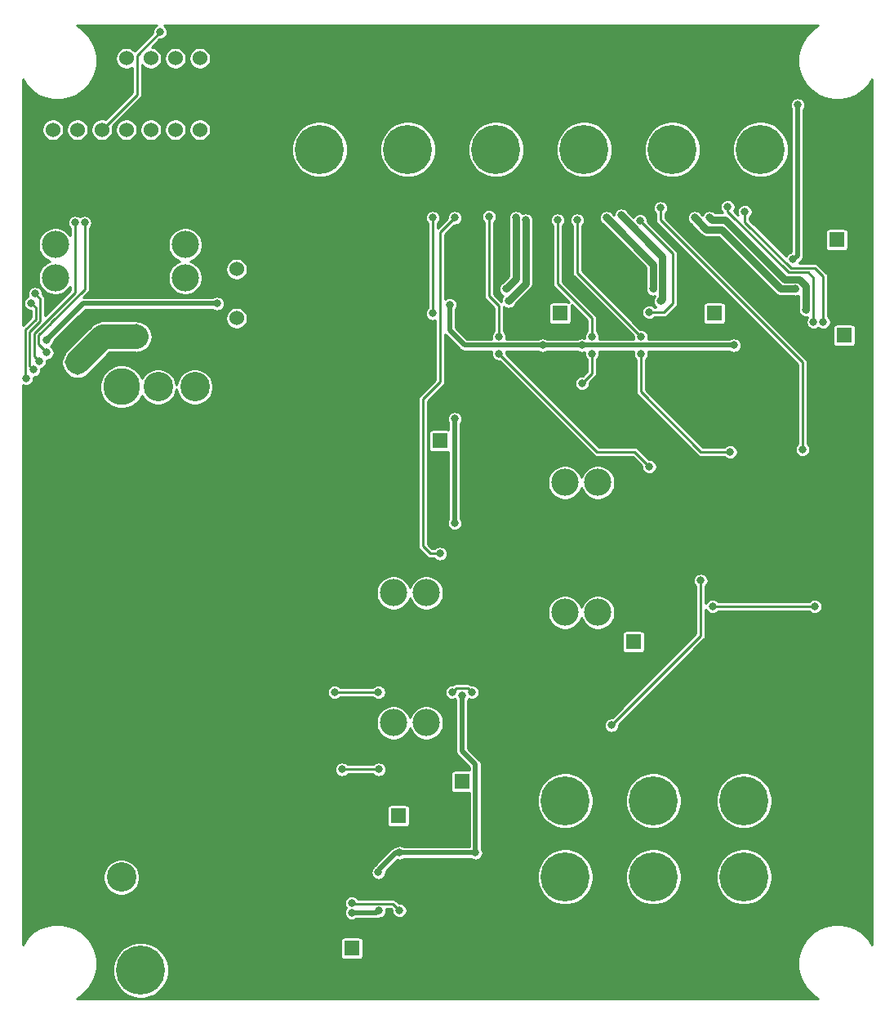
<source format=gbr>
%TF.GenerationSoftware,KiCad,Pcbnew,(5.1.8)-1*%
%TF.CreationDate,2021-04-02T01:03:45-05:00*%
%TF.ProjectId,12VBoard_2021_Rev1,31325642-6f61-4726-945f-323032315f52,rev?*%
%TF.SameCoordinates,Original*%
%TF.FileFunction,Copper,L2,Bot*%
%TF.FilePolarity,Positive*%
%FSLAX46Y46*%
G04 Gerber Fmt 4.6, Leading zero omitted, Abs format (unit mm)*
G04 Created by KiCad (PCBNEW (5.1.8)-1) date 2021-04-02 01:03:45*
%MOMM*%
%LPD*%
G01*
G04 APERTURE LIST*
%TA.AperFunction,ComponentPad*%
%ADD10C,1.524000*%
%TD*%
%TA.AperFunction,ComponentPad*%
%ADD11C,3.048000*%
%TD*%
%TA.AperFunction,ComponentPad*%
%ADD12C,3.810000*%
%TD*%
%TA.AperFunction,ComponentPad*%
%ADD13C,2.819400*%
%TD*%
%TA.AperFunction,ComponentPad*%
%ADD14C,5.080000*%
%TD*%
%TA.AperFunction,ComponentPad*%
%ADD15C,1.600000*%
%TD*%
%TA.AperFunction,ComponentPad*%
%ADD16R,1.600000X1.600000*%
%TD*%
%TA.AperFunction,ViaPad*%
%ADD17C,0.800000*%
%TD*%
%TA.AperFunction,Conductor*%
%ADD18C,0.254000*%
%TD*%
%TA.AperFunction,Conductor*%
%ADD19C,0.508000*%
%TD*%
%TA.AperFunction,Conductor*%
%ADD20C,0.762000*%
%TD*%
%TA.AperFunction,Conductor*%
%ADD21C,2.540000*%
%TD*%
%TA.AperFunction,Conductor*%
%ADD22C,0.100000*%
%TD*%
G04 APERTURE END LIST*
D10*
%TO.P,Conn2,4*%
%TO.N,/Low Current Outputs/CurrentSense*%
X88646000Y-43180000D03*
X88646000Y-43180000D03*
%TO.P,Conn2,3*%
%TO.N,/High Current Outputs/GimbalSense*%
X91186000Y-43180000D03*
%TO.P,Conn2,2*%
%TO.N,/High Current Outputs/MultimediaSense*%
X93726000Y-43180000D03*
%TO.P,Conn2,1*%
%TO.N,/Tiva In/Outputs/NavBoardCTL*%
X96266000Y-43180000D03*
%TD*%
D11*
%TO.P,VR1,5*%
%TO.N,GND*%
X99568000Y-77216000D03*
%TO.P,VR1,6*%
%TO.N,Net-(VR1-Pad6)*%
X95758000Y-77216000D03*
%TO.P,VR1,7*%
%TO.N,/High Current Outputs/12VActuation*%
X91948000Y-77216000D03*
D12*
%TO.P,VR1,8*%
X88138000Y-77216000D03*
%TO.P,VR1,4*%
%TO.N,GND*%
X103378000Y-77216000D03*
D11*
%TO.P,VR1,1*%
%TO.N,/High Current Outputs/PackVoltage*%
X88138000Y-128016000D03*
%TO.P,VR1,2*%
%TO.N,GND*%
X95758000Y-128016000D03*
%TO.P,VR1,3*%
X103378000Y-128016000D03*
%TD*%
D10*
%TO.P,U9,3*%
%TO.N,+5V*%
X100076000Y-65024000D03*
%TO.P,U9,2*%
%TO.N,GND*%
X100076000Y-67564000D03*
%TO.P,U9,1*%
%TO.N,/High Current Outputs/12VActuation*%
X100076000Y-70104000D03*
%TD*%
D13*
%TO.P,F3,1*%
%TO.N,/High Current Outputs/Gimbal/12V5AON*%
X119761000Y-112014000D03*
X116332000Y-112014000D03*
%TO.P,F3,2*%
%TO.N,Net-(F3-Pad2)*%
X116332000Y-98552000D03*
X119761000Y-98552000D03*
%TD*%
%TO.P,F2,1*%
%TO.N,Net-(F2-Pad1)*%
X81280000Y-65913000D03*
X81280000Y-62484000D03*
%TO.P,F2,2*%
%TO.N,/High Current Outputs/12VLogic*%
X94742000Y-62484000D03*
X94742000Y-65913000D03*
%TD*%
%TO.P,F1,1*%
%TO.N,/High Current Outputs/Multimedia/Extra/12V5AON*%
X137541000Y-100584000D03*
X134112000Y-100584000D03*
%TO.P,F1,2*%
%TO.N,Net-(F1-Pad2)*%
X134112000Y-87122000D03*
X137541000Y-87122000D03*
%TD*%
D14*
%TO.P,Drive,2*%
%TO.N,Net-(Conn15-Pad2)*%
X154406000Y-52617000D03*
%TO.P,Drive,1*%
%TO.N,GND*%
X154406000Y-44717000D03*
%TD*%
%TO.P,Conn12,3*%
%TO.N,/High Current Outputs/Multimedia/Extra/12V5AMultiMedia*%
X152680000Y-120077000D03*
%TO.P,Conn12,2*%
%TO.N,/High Current Outputs/Multimedia/Extra/12VLogicMultiMedia*%
X152680000Y-127977000D03*
%TO.P,Conn12,1*%
%TO.N,GND*%
X152680000Y-135877000D03*
%TD*%
%TO.P,Conn11,3*%
%TO.N,/High Current Outputs/Multimedia/Extra/12V5AMultiMedia*%
X143282000Y-120077000D03*
%TO.P,Conn11,2*%
%TO.N,/High Current Outputs/Multimedia/Extra/12VLogicMultiMedia*%
X143282000Y-127977000D03*
%TO.P,Conn11,1*%
%TO.N,GND*%
X143282000Y-135877000D03*
%TD*%
%TO.P,Conn9,3*%
%TO.N,/High Current Outputs/Gimbal/12V5AGimbal*%
X134138000Y-120077000D03*
%TO.P,Conn9,2*%
%TO.N,/High Current Outputs/Gimbal/12VLogicGimbal*%
X134138000Y-127977000D03*
%TO.P,Conn9,1*%
%TO.N,GND*%
X134138000Y-135877000D03*
%TD*%
%TO.P,Extra 2&3,2*%
%TO.N,/High Current Outputs/12VLogic*%
X117830000Y-52617000D03*
%TO.P,Extra 2&3,1*%
%TO.N,GND*%
X117830000Y-44717000D03*
%TD*%
%TO.P,Extra 1,2*%
%TO.N,Net-(Conn7-Pad2)*%
X126974000Y-52617000D03*
%TO.P,Extra 1,1*%
%TO.N,GND*%
X126974000Y-44717000D03*
%TD*%
%TO.P,Nav,2*%
%TO.N,Net-(Conn6-Pad2)*%
X136118000Y-52617000D03*
%TO.P,Nav,1*%
%TO.N,GND*%
X136118000Y-44717000D03*
%TD*%
%TO.P,Camera,2*%
%TO.N,Net-(Conn5-Pad2)*%
X145262000Y-52617000D03*
%TO.P,Camera,1*%
%TO.N,GND*%
X145262000Y-44717000D03*
%TD*%
%TO.P,Extra 2&3,2*%
%TO.N,/High Current Outputs/12VLogic*%
X108686000Y-52617000D03*
%TO.P,Extra 2&3,1*%
%TO.N,GND*%
X108686000Y-44717000D03*
%TD*%
%TO.P,Pack,2*%
%TO.N,/High Current Outputs/PackVoltage*%
X90131000Y-137642000D03*
%TO.P,Pack,1*%
%TO.N,GND*%
X98031000Y-137642000D03*
%TD*%
D10*
%TO.P,Conn1,7*%
%TO.N,/Low Current Outputs/DriveCTL*%
X81026000Y-50574000D03*
%TO.P,Conn1,6*%
%TO.N,/Low Current Outputs/ExtraCTL*%
X83566000Y-50574000D03*
%TO.P,Conn1,5*%
%TO.N,/Low Current Outputs/CameraCTL*%
X86106000Y-50574000D03*
%TO.P,Conn1,4*%
%TO.N,/High Current Outputs/MultiMediaCTL_Log*%
X88646000Y-50574000D03*
%TO.P,Conn1,3*%
%TO.N,/High Current Outputs/GimbalCTL_Log*%
X91186000Y-50574000D03*
%TO.P,Conn1,2*%
%TO.N,/High Current Outputs/MultimediaCTL_Act*%
X93726000Y-50574000D03*
%TO.P,Conn1,1*%
%TO.N,/High Current Outputs/GimbalCTL_Act*%
X96266000Y-50574000D03*
%TD*%
D15*
%TO.P,C49,2*%
%TO.N,GND*%
X133604000Y-71596000D03*
D16*
%TO.P,C49,1*%
%TO.N,/High Current Outputs/12VLogic*%
X133604000Y-69596000D03*
%TD*%
D15*
%TO.P,C47,2*%
%TO.N,GND*%
X149606000Y-71596000D03*
D16*
%TO.P,C47,1*%
%TO.N,/High Current Outputs/12VLogic*%
X149606000Y-69596000D03*
%TD*%
D15*
%TO.P,C45,2*%
%TO.N,GND*%
X163068000Y-73882000D03*
D16*
%TO.P,C45,1*%
%TO.N,/High Current Outputs/12VLogic*%
X163068000Y-71882000D03*
%TD*%
D15*
%TO.P,C43,2*%
%TO.N,GND*%
X164306000Y-61976000D03*
D16*
%TO.P,C43,1*%
%TO.N,/High Current Outputs/12VLogic*%
X162306000Y-61976000D03*
%TD*%
D15*
%TO.P,C18,2*%
%TO.N,GND*%
X143224000Y-103632000D03*
D16*
%TO.P,C18,1*%
%TO.N,/High Current Outputs/Multimedia/Extra/12V5AON*%
X141224000Y-103632000D03*
%TD*%
D15*
%TO.P,C16,2*%
%TO.N,GND*%
X121444000Y-118110000D03*
D16*
%TO.P,C16,1*%
%TO.N,/High Current Outputs/Gimbal/12V5AON*%
X123444000Y-118110000D03*
%TD*%
D15*
%TO.P,C10,2*%
%TO.N,GND*%
X121158000Y-79304000D03*
D16*
%TO.P,C10,1*%
%TO.N,/High Current Outputs/12VActuation*%
X121158000Y-82804000D03*
%TD*%
D15*
%TO.P,C7,2*%
%TO.N,GND*%
X110014000Y-135382000D03*
D16*
%TO.P,C7,1*%
%TO.N,/High Current Outputs/12VLogic*%
X112014000Y-135382000D03*
%TD*%
D15*
%TO.P,C5,2*%
%TO.N,GND*%
X118840000Y-121666000D03*
D16*
%TO.P,C5,1*%
%TO.N,/High Current Outputs/12VLogic*%
X116840000Y-121666000D03*
%TD*%
D17*
%TO.N,/High Current Outputs/GimbalSense*%
X122682000Y-59690000D03*
X121158000Y-94488000D03*
%TO.N,/Tiva In/Outputs/NavBoardCTL*%
X141917672Y-60012328D03*
X142875000Y-69469000D03*
%TO.N,/High Current Outputs/Gimbal/12V5AGimbal*%
X148209000Y-97282000D03*
X138938000Y-112268000D03*
%TO.N,+5V*%
X98044000Y-68580000D03*
X135890000Y-72898000D03*
X131826000Y-72898000D03*
X151638000Y-72898000D03*
X158242000Y-48006000D03*
X122682000Y-80518000D03*
X123444000Y-109220000D03*
X114808000Y-131480000D03*
X124841000Y-125476000D03*
X116967000Y-125476000D03*
X122682000Y-91313000D03*
X114773000Y-127508000D03*
X157734000Y-64008000D03*
X122174000Y-68707000D03*
X80391000Y-72326500D03*
X112014000Y-131683003D03*
%TO.N,/High Current Outputs/GimbalCTL_Log*%
X79159010Y-67564000D03*
X78994000Y-75438000D03*
X116967000Y-131445000D03*
X112014000Y-130683000D03*
%TO.N,/High Current Outputs/Multimedia/Extra/12VLogicMultiMedia*%
X160020000Y-99949000D03*
X149436000Y-99949000D03*
%TO.N,Net-(Q11-Pad3)*%
X147574000Y-59690000D03*
X157988000Y-67056000D03*
%TO.N,Net-(Q11-Pad1)*%
X149098000Y-59690000D03*
X159131000Y-69215000D03*
%TO.N,Net-(Q12-Pad3)*%
X138430000Y-59690000D03*
X143256000Y-67056000D03*
%TO.N,Net-(Q12-Pad1)*%
X139954000Y-59436000D03*
X144018000Y-68326000D03*
%TO.N,Net-(Q13-Pad3)*%
X129032000Y-59690000D03*
X128016000Y-67056000D03*
%TO.N,Net-(Q13-Pad1)*%
X130048000Y-59944000D03*
X128270000Y-68326000D03*
%TO.N,/High Current Outputs/GimbalCTL_Act*%
X84312003Y-60198000D03*
X80391000Y-73660000D03*
X110998000Y-116840000D03*
X114808000Y-116840000D03*
%TO.N,/Low Current Outputs/CameraCTL*%
X159908997Y-70485000D03*
X92144567Y-40455567D03*
X151003000Y-58547000D03*
%TO.N,/Low Current Outputs/ExtraCTL*%
X120396000Y-59690000D03*
X120396000Y-69596000D03*
%TO.N,Net-(Conn5-Pad2)*%
X144018000Y-58674000D03*
X158750000Y-83693000D03*
%TO.N,Net-(Conn6-Pad2)*%
X135382000Y-59944000D03*
X141986000Y-72009000D03*
X141986000Y-73787000D03*
X151257000Y-83947000D03*
%TO.N,Net-(Conn7-Pad2)*%
X127254000Y-72044000D03*
X127254000Y-73752000D03*
X142875000Y-85471000D03*
X126238000Y-59563000D03*
%TO.N,Net-(Conn15-Pad2)*%
X152781000Y-59055000D03*
X160909000Y-70485000D03*
%TO.N,/High Current Outputs/MultiMediaCTL_Log*%
X78777817Y-68542183D03*
X78232000Y-76327000D03*
%TO.N,GND*%
X118110000Y-105156000D03*
X158242000Y-40640000D03*
X87630000Y-40640000D03*
X93472000Y-70104000D03*
X116332000Y-91948000D03*
X116840000Y-126873000D03*
X91186000Y-65024000D03*
X79502000Y-49276000D03*
X119380000Y-64262000D03*
X135636000Y-78740000D03*
X157988000Y-68199000D03*
X81280000Y-58420000D03*
X138430000Y-125730000D03*
X110490000Y-120650000D03*
X78232000Y-70104000D03*
X133350000Y-90170000D03*
X135890000Y-90170000D03*
X138430000Y-90170000D03*
X137160000Y-91440000D03*
X138430000Y-92710000D03*
X135890000Y-92710000D03*
X134620000Y-91440000D03*
X133350000Y-92710000D03*
X133350000Y-95250000D03*
X135890000Y-95250000D03*
X138430000Y-95250000D03*
X137160000Y-93980000D03*
X134620000Y-93980000D03*
X134620000Y-96520000D03*
X137160000Y-96520000D03*
X138430000Y-97790000D03*
X135890000Y-97790000D03*
X133350000Y-97790000D03*
%TO.N,/High Current Outputs/12VLogic*%
X89662000Y-72009000D03*
X83566000Y-74676000D03*
X89662000Y-72898000D03*
X90551000Y-72009000D03*
X89662000Y-71120000D03*
X88773000Y-72009000D03*
X83566000Y-73787000D03*
X82677000Y-74676000D03*
X84455000Y-74676000D03*
X83566000Y-75565000D03*
%TO.N,/High Current Outputs/MultimediaCTL_Act*%
X83312000Y-60198000D03*
X79623814Y-74555223D03*
X110236000Y-108839000D03*
X124460000Y-108839000D03*
X122428000Y-108839000D03*
X114773000Y-108839000D03*
%TO.N,/High Current Outputs/MultimediaSense*%
X136906000Y-73752000D03*
X135890000Y-76835000D03*
X136906000Y-72044000D03*
X133350000Y-59944000D03*
%TD*%
D18*
%TO.N,/High Current Outputs/GimbalSense*%
X121158000Y-61214000D02*
X121158000Y-76708000D01*
X120142000Y-94488000D02*
X121158000Y-94488000D01*
X119380000Y-93726000D02*
X120142000Y-94488000D01*
X121158000Y-76708000D02*
X119380000Y-78486000D01*
X119380000Y-78486000D02*
X119380000Y-93726000D01*
X122682000Y-59690000D02*
X121158000Y-61214000D01*
%TO.N,/Tiva In/Outputs/NavBoardCTL*%
X141917672Y-60012328D02*
X145288000Y-63382656D01*
X145288000Y-63382656D02*
X145288000Y-68580000D01*
X145288000Y-68580000D02*
X144399000Y-69469000D01*
X144399000Y-69469000D02*
X142875000Y-69469000D01*
%TO.N,/High Current Outputs/Gimbal/12V5AGimbal*%
X148209000Y-97282000D02*
X148209000Y-102997000D01*
X148209000Y-102997000D02*
X138938000Y-112268000D01*
D19*
%TO.N,+5V*%
X135890000Y-72898000D02*
X131826000Y-72898000D01*
X151638000Y-72898000D02*
X135890000Y-72898000D01*
X122682000Y-90424000D02*
X122682000Y-80518000D01*
X123444000Y-112522000D02*
X123444000Y-109220000D01*
X158242000Y-48006000D02*
X158242000Y-62738000D01*
X123444000Y-112522000D02*
X123444000Y-114935000D01*
X123444000Y-114935000D02*
X124841000Y-116332000D01*
X124841000Y-116332000D02*
X124841000Y-124333000D01*
X124841000Y-124333000D02*
X124841000Y-125476000D01*
X121539000Y-125476000D02*
X124841000Y-125476000D01*
X114808000Y-127254000D02*
X116586000Y-125476000D01*
X116586000Y-125476000D02*
X116967000Y-125476000D01*
X116967000Y-125476000D02*
X121539000Y-125476000D01*
X122682000Y-90424000D02*
X122682000Y-91313000D01*
X114808000Y-127254000D02*
X114808000Y-127473000D01*
X114808000Y-127473000D02*
X114773000Y-127508000D01*
X157734000Y-64008000D02*
X157861000Y-64008000D01*
X158242000Y-63627000D02*
X158242000Y-62738000D01*
X157861000Y-64008000D02*
X158242000Y-63627000D01*
X122174000Y-71374000D02*
X123698000Y-72898000D01*
X122174000Y-68707000D02*
X122174000Y-71374000D01*
X131826000Y-72898000D02*
X123698000Y-72898000D01*
X80391000Y-72326500D02*
X84137500Y-68580000D01*
X98044000Y-68580000D02*
X85534500Y-68580000D01*
X84137500Y-68580000D02*
X85534500Y-68580000D01*
X114604997Y-131683003D02*
X114808000Y-131480000D01*
X112014000Y-131683003D02*
X114604997Y-131683003D01*
D18*
%TO.N,/High Current Outputs/GimbalCTL_Log*%
X112083999Y-130752999D02*
X112014000Y-130683000D01*
X116967000Y-131445000D02*
X116274999Y-130752999D01*
X116274999Y-130752999D02*
X112083999Y-130752999D01*
X79682990Y-70416878D02*
X79682990Y-68087980D01*
X79682990Y-68087980D02*
X79159010Y-67564000D01*
X78628979Y-71470887D02*
X79682990Y-70416878D01*
X78994000Y-75438000D02*
X78628979Y-75072979D01*
X78628979Y-75072979D02*
X78628979Y-71470887D01*
%TO.N,/High Current Outputs/Multimedia/Extra/12VLogicMultiMedia*%
X160020000Y-99949000D02*
X158496000Y-99949000D01*
X158496000Y-99949000D02*
X149436000Y-99949000D01*
D20*
%TO.N,Net-(Q11-Pad3)*%
X147574000Y-59690000D02*
X148790010Y-60906010D01*
X148790010Y-60906010D02*
X150350524Y-60906010D01*
X150350524Y-60906010D02*
X156500514Y-67056000D01*
X156500514Y-67056000D02*
X157988000Y-67056000D01*
%TO.N,Net-(Q11-Pad1)*%
X159131000Y-66802000D02*
X158388020Y-66059020D01*
X158388020Y-66059020D02*
X156864020Y-66059020D01*
X149352000Y-59944000D02*
X149098000Y-59690000D01*
X156864020Y-66059020D02*
X150749000Y-59944000D01*
X159131000Y-69215000D02*
X159131000Y-66802000D01*
X150749000Y-59944000D02*
X149352000Y-59944000D01*
%TO.N,Net-(Q12-Pad3)*%
X143274991Y-67037009D02*
X143256000Y-67056000D01*
X138430000Y-59690000D02*
X143274991Y-64534991D01*
X143274991Y-64534991D02*
X143274991Y-67037009D01*
%TO.N,Net-(Q12-Pad1)*%
X144237001Y-68106999D02*
X144018000Y-68326000D01*
X139954000Y-59436000D02*
X144237001Y-63719001D01*
X144237001Y-63719001D02*
X144237001Y-68106999D01*
%TO.N,Net-(Q13-Pad3)*%
X129032000Y-66040000D02*
X128016000Y-67056000D01*
X129032000Y-59690000D02*
X129032000Y-66040000D01*
%TO.N,Net-(Q13-Pad1)*%
X130048000Y-59944000D02*
X130048000Y-66475882D01*
X128270000Y-68253882D02*
X128270000Y-68326000D01*
X130048000Y-66475882D02*
X128270000Y-68253882D01*
D18*
%TO.N,/High Current Outputs/GimbalCTL_Act*%
X114808000Y-116840000D02*
X110998000Y-116840000D01*
X79536999Y-71847001D02*
X79536999Y-72805999D01*
X79636067Y-71755000D02*
X79629000Y-71755000D01*
X80772000Y-70619067D02*
X79636067Y-71755000D01*
X79536999Y-72805999D02*
X80391000Y-73660000D01*
X79629000Y-71755000D02*
X79536999Y-71847001D01*
X84312003Y-60198000D02*
X84312003Y-66817997D01*
X80772000Y-70619067D02*
X80772000Y-70612000D01*
X84312003Y-67071997D02*
X84312003Y-66817997D01*
X80772000Y-70612000D02*
X84312003Y-67071997D01*
%TO.N,/Low Current Outputs/CameraCTL*%
X86106000Y-50574000D02*
X89735001Y-46944999D01*
X89735001Y-42865133D02*
X92144567Y-40455567D01*
X89735001Y-46944999D02*
X89735001Y-42865133D01*
X151003000Y-59055000D02*
X151003000Y-58547000D01*
X157299010Y-65351010D02*
X151003000Y-59055000D01*
X159331010Y-65351010D02*
X157299010Y-65351010D01*
X159908997Y-70485000D02*
X159908997Y-65928997D01*
X159908997Y-65928997D02*
X159331010Y-65351010D01*
%TO.N,/Low Current Outputs/ExtraCTL*%
X120396000Y-59690000D02*
X120396000Y-69596000D01*
%TO.N,Net-(Conn5-Pad2)*%
X152908000Y-68834000D02*
X144018000Y-59944000D01*
X144018000Y-59944000D02*
X144018000Y-58674000D01*
X152908000Y-68834000D02*
X157226000Y-73152000D01*
X157226000Y-73152000D02*
X158750000Y-74676000D01*
X158750000Y-74676000D02*
X158750000Y-83693000D01*
%TO.N,Net-(Conn6-Pad2)*%
X135382000Y-59944000D02*
X135382000Y-65405000D01*
X135382000Y-65405000D02*
X141986000Y-72009000D01*
X141986000Y-73787000D02*
X141986000Y-77724000D01*
X141986000Y-77724000D02*
X148209000Y-83947000D01*
X148209000Y-83947000D02*
X151257000Y-83947000D01*
%TO.N,Net-(Conn7-Pad2)*%
X127254000Y-68834000D02*
X127254000Y-72044000D01*
X127254000Y-73752000D02*
X137449000Y-83947000D01*
X137449000Y-83947000D02*
X141351000Y-83947000D01*
X141351000Y-83947000D02*
X142875000Y-85471000D01*
X126238000Y-59563000D02*
X126238000Y-67818000D01*
X126238000Y-67818000D02*
X127254000Y-68834000D01*
%TO.N,Net-(Conn15-Pad2)*%
X160909000Y-68453000D02*
X160909000Y-70485000D01*
X152781000Y-60130962D02*
X157547038Y-64897000D01*
X157547038Y-64897000D02*
X160020000Y-64897000D01*
X160020000Y-64897000D02*
X160909000Y-65786000D01*
X152781000Y-59055000D02*
X152781000Y-60130962D01*
X160909000Y-65786000D02*
X160909000Y-68453000D01*
%TO.N,/High Current Outputs/MultiMediaCTL_Log*%
X78777817Y-68542183D02*
X79228980Y-68993346D01*
X79228980Y-68993346D02*
X79228980Y-70228821D01*
X79228980Y-70228821D02*
X78174969Y-71282830D01*
X78174969Y-76269969D02*
X78232000Y-76327000D01*
X78174969Y-71282830D02*
X78174969Y-76269969D01*
D21*
%TO.N,/High Current Outputs/12VLogic*%
X89662000Y-72009000D02*
X88773000Y-72009000D01*
X86233000Y-72009000D02*
X83566000Y-74676000D01*
X88773000Y-72009000D02*
X88773000Y-72009000D01*
X88773000Y-72009000D02*
X86233000Y-72009000D01*
D18*
%TO.N,/High Current Outputs/MultimediaCTL_Act*%
X79082989Y-71658944D02*
X79082989Y-74014398D01*
X79082989Y-74014398D02*
X79623814Y-74555223D01*
X79448010Y-71300990D02*
X79440943Y-71300990D01*
X79440943Y-71300990D02*
X79082989Y-71658944D01*
X122827999Y-108439001D02*
X122428000Y-108839000D01*
X124460000Y-108839000D02*
X124060001Y-108439001D01*
X124060001Y-108439001D02*
X122827999Y-108439001D01*
X114773000Y-108839000D02*
X110236000Y-108839000D01*
X83312000Y-66451318D02*
X83312000Y-60198000D01*
X83312000Y-67429934D02*
X83312000Y-66451318D01*
X79440943Y-71300990D02*
X80583944Y-70157990D01*
X80583944Y-70157990D02*
X83312000Y-67429934D01*
%TO.N,/High Current Outputs/MultimediaSense*%
X136906000Y-73752000D02*
X136906000Y-75184000D01*
X136906000Y-75184000D02*
X136906000Y-75819000D01*
X136906000Y-75819000D02*
X135890000Y-76835000D01*
X133350000Y-66548000D02*
X136906000Y-70104000D01*
X136906000Y-70104000D02*
X136906000Y-72044000D01*
X133350000Y-59944000D02*
X133350000Y-66548000D01*
%TD*%
%TO.N,GND*%
X91646708Y-39848925D02*
X91537925Y-39957708D01*
X91452454Y-40085625D01*
X91393580Y-40227758D01*
X91363567Y-40378645D01*
X91363567Y-40518147D01*
X89482080Y-42399634D01*
X89374620Y-42292174D01*
X89187413Y-42167087D01*
X88979401Y-42080925D01*
X88758576Y-42037000D01*
X88533424Y-42037000D01*
X88312599Y-42080925D01*
X88104587Y-42167087D01*
X87917380Y-42292174D01*
X87758174Y-42451380D01*
X87633087Y-42638587D01*
X87546925Y-42846599D01*
X87503000Y-43067424D01*
X87503000Y-43292576D01*
X87546925Y-43513401D01*
X87633087Y-43721413D01*
X87758174Y-43908620D01*
X87917380Y-44067826D01*
X88104587Y-44192913D01*
X88312599Y-44279075D01*
X88533424Y-44323000D01*
X88758576Y-44323000D01*
X88979401Y-44279075D01*
X89187413Y-44192913D01*
X89227002Y-44166461D01*
X89227001Y-46734578D01*
X86472814Y-49488765D01*
X86439401Y-49474925D01*
X86218576Y-49431000D01*
X85993424Y-49431000D01*
X85772599Y-49474925D01*
X85564587Y-49561087D01*
X85377380Y-49686174D01*
X85218174Y-49845380D01*
X85093087Y-50032587D01*
X85006925Y-50240599D01*
X84963000Y-50461424D01*
X84963000Y-50686576D01*
X85006925Y-50907401D01*
X85093087Y-51115413D01*
X85218174Y-51302620D01*
X85377380Y-51461826D01*
X85564587Y-51586913D01*
X85772599Y-51673075D01*
X85993424Y-51717000D01*
X86218576Y-51717000D01*
X86439401Y-51673075D01*
X86647413Y-51586913D01*
X86834620Y-51461826D01*
X86993826Y-51302620D01*
X87118913Y-51115413D01*
X87205075Y-50907401D01*
X87249000Y-50686576D01*
X87249000Y-50461424D01*
X87503000Y-50461424D01*
X87503000Y-50686576D01*
X87546925Y-50907401D01*
X87633087Y-51115413D01*
X87758174Y-51302620D01*
X87917380Y-51461826D01*
X88104587Y-51586913D01*
X88312599Y-51673075D01*
X88533424Y-51717000D01*
X88758576Y-51717000D01*
X88979401Y-51673075D01*
X89187413Y-51586913D01*
X89374620Y-51461826D01*
X89533826Y-51302620D01*
X89658913Y-51115413D01*
X89745075Y-50907401D01*
X89789000Y-50686576D01*
X89789000Y-50461424D01*
X90043000Y-50461424D01*
X90043000Y-50686576D01*
X90086925Y-50907401D01*
X90173087Y-51115413D01*
X90298174Y-51302620D01*
X90457380Y-51461826D01*
X90644587Y-51586913D01*
X90852599Y-51673075D01*
X91073424Y-51717000D01*
X91298576Y-51717000D01*
X91519401Y-51673075D01*
X91727413Y-51586913D01*
X91914620Y-51461826D01*
X92073826Y-51302620D01*
X92198913Y-51115413D01*
X92285075Y-50907401D01*
X92329000Y-50686576D01*
X92329000Y-50461424D01*
X92583000Y-50461424D01*
X92583000Y-50686576D01*
X92626925Y-50907401D01*
X92713087Y-51115413D01*
X92838174Y-51302620D01*
X92997380Y-51461826D01*
X93184587Y-51586913D01*
X93392599Y-51673075D01*
X93613424Y-51717000D01*
X93838576Y-51717000D01*
X94059401Y-51673075D01*
X94267413Y-51586913D01*
X94454620Y-51461826D01*
X94613826Y-51302620D01*
X94738913Y-51115413D01*
X94825075Y-50907401D01*
X94869000Y-50686576D01*
X94869000Y-50461424D01*
X95123000Y-50461424D01*
X95123000Y-50686576D01*
X95166925Y-50907401D01*
X95253087Y-51115413D01*
X95378174Y-51302620D01*
X95537380Y-51461826D01*
X95724587Y-51586913D01*
X95932599Y-51673075D01*
X96153424Y-51717000D01*
X96378576Y-51717000D01*
X96599401Y-51673075D01*
X96807413Y-51586913D01*
X96994620Y-51461826D01*
X97153826Y-51302620D01*
X97278913Y-51115413D01*
X97365075Y-50907401D01*
X97409000Y-50686576D01*
X97409000Y-50461424D01*
X97365075Y-50240599D01*
X97278913Y-50032587D01*
X97153826Y-49845380D01*
X96994620Y-49686174D01*
X96807413Y-49561087D01*
X96599401Y-49474925D01*
X96378576Y-49431000D01*
X96153424Y-49431000D01*
X95932599Y-49474925D01*
X95724587Y-49561087D01*
X95537380Y-49686174D01*
X95378174Y-49845380D01*
X95253087Y-50032587D01*
X95166925Y-50240599D01*
X95123000Y-50461424D01*
X94869000Y-50461424D01*
X94825075Y-50240599D01*
X94738913Y-50032587D01*
X94613826Y-49845380D01*
X94454620Y-49686174D01*
X94267413Y-49561087D01*
X94059401Y-49474925D01*
X93838576Y-49431000D01*
X93613424Y-49431000D01*
X93392599Y-49474925D01*
X93184587Y-49561087D01*
X92997380Y-49686174D01*
X92838174Y-49845380D01*
X92713087Y-50032587D01*
X92626925Y-50240599D01*
X92583000Y-50461424D01*
X92329000Y-50461424D01*
X92285075Y-50240599D01*
X92198913Y-50032587D01*
X92073826Y-49845380D01*
X91914620Y-49686174D01*
X91727413Y-49561087D01*
X91519401Y-49474925D01*
X91298576Y-49431000D01*
X91073424Y-49431000D01*
X90852599Y-49474925D01*
X90644587Y-49561087D01*
X90457380Y-49686174D01*
X90298174Y-49845380D01*
X90173087Y-50032587D01*
X90086925Y-50240599D01*
X90043000Y-50461424D01*
X89789000Y-50461424D01*
X89745075Y-50240599D01*
X89658913Y-50032587D01*
X89533826Y-49845380D01*
X89374620Y-49686174D01*
X89187413Y-49561087D01*
X88979401Y-49474925D01*
X88758576Y-49431000D01*
X88533424Y-49431000D01*
X88312599Y-49474925D01*
X88104587Y-49561087D01*
X87917380Y-49686174D01*
X87758174Y-49845380D01*
X87633087Y-50032587D01*
X87546925Y-50240599D01*
X87503000Y-50461424D01*
X87249000Y-50461424D01*
X87205075Y-50240599D01*
X87191235Y-50207186D01*
X90076572Y-47321849D01*
X90095949Y-47305947D01*
X90137749Y-47255013D01*
X90159430Y-47228595D01*
X90206601Y-47140344D01*
X90206602Y-47140341D01*
X90235650Y-47044584D01*
X90243001Y-46969946D01*
X90243001Y-46969944D01*
X90245458Y-46945000D01*
X90243001Y-46920056D01*
X90243001Y-43826047D01*
X90298174Y-43908620D01*
X90457380Y-44067826D01*
X90644587Y-44192913D01*
X90852599Y-44279075D01*
X91073424Y-44323000D01*
X91298576Y-44323000D01*
X91519401Y-44279075D01*
X91727413Y-44192913D01*
X91914620Y-44067826D01*
X92073826Y-43908620D01*
X92198913Y-43721413D01*
X92285075Y-43513401D01*
X92329000Y-43292576D01*
X92329000Y-43067424D01*
X92583000Y-43067424D01*
X92583000Y-43292576D01*
X92626925Y-43513401D01*
X92713087Y-43721413D01*
X92838174Y-43908620D01*
X92997380Y-44067826D01*
X93184587Y-44192913D01*
X93392599Y-44279075D01*
X93613424Y-44323000D01*
X93838576Y-44323000D01*
X94059401Y-44279075D01*
X94267413Y-44192913D01*
X94454620Y-44067826D01*
X94613826Y-43908620D01*
X94738913Y-43721413D01*
X94825075Y-43513401D01*
X94869000Y-43292576D01*
X94869000Y-43067424D01*
X95123000Y-43067424D01*
X95123000Y-43292576D01*
X95166925Y-43513401D01*
X95253087Y-43721413D01*
X95378174Y-43908620D01*
X95537380Y-44067826D01*
X95724587Y-44192913D01*
X95932599Y-44279075D01*
X96153424Y-44323000D01*
X96378576Y-44323000D01*
X96599401Y-44279075D01*
X96807413Y-44192913D01*
X96994620Y-44067826D01*
X97153826Y-43908620D01*
X97278913Y-43721413D01*
X97365075Y-43513401D01*
X97409000Y-43292576D01*
X97409000Y-43067424D01*
X97365075Y-42846599D01*
X97278913Y-42638587D01*
X97153826Y-42451380D01*
X96994620Y-42292174D01*
X96807413Y-42167087D01*
X96599401Y-42080925D01*
X96378576Y-42037000D01*
X96153424Y-42037000D01*
X95932599Y-42080925D01*
X95724587Y-42167087D01*
X95537380Y-42292174D01*
X95378174Y-42451380D01*
X95253087Y-42638587D01*
X95166925Y-42846599D01*
X95123000Y-43067424D01*
X94869000Y-43067424D01*
X94825075Y-42846599D01*
X94738913Y-42638587D01*
X94613826Y-42451380D01*
X94454620Y-42292174D01*
X94267413Y-42167087D01*
X94059401Y-42080925D01*
X93838576Y-42037000D01*
X93613424Y-42037000D01*
X93392599Y-42080925D01*
X93184587Y-42167087D01*
X92997380Y-42292174D01*
X92838174Y-42451380D01*
X92713087Y-42638587D01*
X92626925Y-42846599D01*
X92583000Y-43067424D01*
X92329000Y-43067424D01*
X92285075Y-42846599D01*
X92198913Y-42638587D01*
X92073826Y-42451380D01*
X91914620Y-42292174D01*
X91727413Y-42167087D01*
X91519401Y-42080925D01*
X91298576Y-42037000D01*
X91281554Y-42037000D01*
X92081987Y-41236567D01*
X92221489Y-41236567D01*
X92372376Y-41206554D01*
X92514509Y-41147680D01*
X92642426Y-41062209D01*
X92751209Y-40953426D01*
X92836680Y-40825509D01*
X92895554Y-40683376D01*
X92925567Y-40532489D01*
X92925567Y-40378645D01*
X92895554Y-40227758D01*
X92836680Y-40085625D01*
X92751209Y-39957708D01*
X92642426Y-39848925D01*
X92533286Y-39776000D01*
X160372669Y-39776000D01*
X159748155Y-40193287D01*
X159177047Y-40764395D01*
X158728330Y-41435947D01*
X158419248Y-42182136D01*
X158261680Y-42974286D01*
X158261680Y-43781954D01*
X158419248Y-44574104D01*
X158728330Y-45320293D01*
X159177047Y-45991845D01*
X159748155Y-46562953D01*
X160419707Y-47011670D01*
X161165896Y-47320752D01*
X161958046Y-47478320D01*
X162765714Y-47478320D01*
X163557864Y-47320752D01*
X164304053Y-47011670D01*
X164975605Y-46562953D01*
X165546713Y-45991845D01*
X165964000Y-45367331D01*
X165964001Y-134972670D01*
X165546713Y-134348155D01*
X164975605Y-133777047D01*
X164304053Y-133328330D01*
X163557864Y-133019248D01*
X162765714Y-132861680D01*
X161958046Y-132861680D01*
X161165896Y-133019248D01*
X160419707Y-133328330D01*
X159748155Y-133777047D01*
X159177047Y-134348155D01*
X158728330Y-135019707D01*
X158419248Y-135765896D01*
X158261680Y-136558046D01*
X158261680Y-137365714D01*
X158419248Y-138157864D01*
X158728330Y-138904053D01*
X159177047Y-139575605D01*
X159748155Y-140146713D01*
X160372669Y-140564000D01*
X83467331Y-140564000D01*
X84091845Y-140146713D01*
X84662953Y-139575605D01*
X85111670Y-138904053D01*
X85420752Y-138157864D01*
X85578320Y-137365714D01*
X85578320Y-137354307D01*
X87210000Y-137354307D01*
X87210000Y-137929693D01*
X87322253Y-138494024D01*
X87542444Y-139025612D01*
X87862112Y-139504029D01*
X88268971Y-139910888D01*
X88747388Y-140230556D01*
X89278976Y-140450747D01*
X89843307Y-140563000D01*
X90418693Y-140563000D01*
X90983024Y-140450747D01*
X91514612Y-140230556D01*
X91993029Y-139910888D01*
X92399888Y-139504029D01*
X92719556Y-139025612D01*
X92939747Y-138494024D01*
X93052000Y-137929693D01*
X93052000Y-137354307D01*
X92939747Y-136789976D01*
X92719556Y-136258388D01*
X92399888Y-135779971D01*
X91993029Y-135373112D01*
X91514612Y-135053444D01*
X90983024Y-134833253D01*
X90418693Y-134721000D01*
X89843307Y-134721000D01*
X89278976Y-134833253D01*
X88747388Y-135053444D01*
X88268971Y-135373112D01*
X87862112Y-135779971D01*
X87542444Y-136258388D01*
X87322253Y-136789976D01*
X87210000Y-137354307D01*
X85578320Y-137354307D01*
X85578320Y-136558046D01*
X85420752Y-135765896D01*
X85111670Y-135019707D01*
X84819204Y-134582000D01*
X110831157Y-134582000D01*
X110831157Y-136182000D01*
X110838513Y-136256689D01*
X110860299Y-136328508D01*
X110895678Y-136394696D01*
X110943289Y-136452711D01*
X111001304Y-136500322D01*
X111067492Y-136535701D01*
X111139311Y-136557487D01*
X111214000Y-136564843D01*
X112814000Y-136564843D01*
X112888689Y-136557487D01*
X112960508Y-136535701D01*
X113026696Y-136500322D01*
X113084711Y-136452711D01*
X113132322Y-136394696D01*
X113167701Y-136328508D01*
X113189487Y-136256689D01*
X113196843Y-136182000D01*
X113196843Y-134582000D01*
X113189487Y-134507311D01*
X113167701Y-134435492D01*
X113132322Y-134369304D01*
X113084711Y-134311289D01*
X113026696Y-134263678D01*
X112960508Y-134228299D01*
X112888689Y-134206513D01*
X112814000Y-134199157D01*
X111214000Y-134199157D01*
X111139311Y-134206513D01*
X111067492Y-134228299D01*
X111001304Y-134263678D01*
X110943289Y-134311289D01*
X110895678Y-134369304D01*
X110860299Y-134435492D01*
X110838513Y-134507311D01*
X110831157Y-134582000D01*
X84819204Y-134582000D01*
X84662953Y-134348155D01*
X84091845Y-133777047D01*
X83420293Y-133328330D01*
X82674104Y-133019248D01*
X81881954Y-132861680D01*
X81074286Y-132861680D01*
X80282136Y-133019248D01*
X79535947Y-133328330D01*
X78864395Y-133777047D01*
X78293287Y-134348155D01*
X77876000Y-134972669D01*
X77876000Y-130606078D01*
X111233000Y-130606078D01*
X111233000Y-130759922D01*
X111263013Y-130910809D01*
X111321887Y-131052942D01*
X111407358Y-131180859D01*
X111409501Y-131183002D01*
X111407358Y-131185144D01*
X111321887Y-131313061D01*
X111263013Y-131455194D01*
X111233000Y-131606081D01*
X111233000Y-131759925D01*
X111263013Y-131910812D01*
X111321887Y-132052945D01*
X111407358Y-132180862D01*
X111516141Y-132289645D01*
X111644058Y-132375116D01*
X111786191Y-132433990D01*
X111937078Y-132464003D01*
X112090922Y-132464003D01*
X112241809Y-132433990D01*
X112383942Y-132375116D01*
X112469418Y-132318003D01*
X114573816Y-132318003D01*
X114604997Y-132321074D01*
X114636178Y-132318003D01*
X114636189Y-132318003D01*
X114729479Y-132308815D01*
X114849177Y-132272505D01*
X114870701Y-132261000D01*
X114884922Y-132261000D01*
X115035809Y-132230987D01*
X115177942Y-132172113D01*
X115305859Y-132086642D01*
X115414642Y-131977859D01*
X115500113Y-131849942D01*
X115558987Y-131707809D01*
X115589000Y-131556922D01*
X115589000Y-131403078D01*
X115560739Y-131260999D01*
X116064579Y-131260999D01*
X116186000Y-131382420D01*
X116186000Y-131521922D01*
X116216013Y-131672809D01*
X116274887Y-131814942D01*
X116360358Y-131942859D01*
X116469141Y-132051642D01*
X116597058Y-132137113D01*
X116739191Y-132195987D01*
X116890078Y-132226000D01*
X117043922Y-132226000D01*
X117194809Y-132195987D01*
X117336942Y-132137113D01*
X117464859Y-132051642D01*
X117573642Y-131942859D01*
X117659113Y-131814942D01*
X117717987Y-131672809D01*
X117748000Y-131521922D01*
X117748000Y-131368078D01*
X117717987Y-131217191D01*
X117659113Y-131075058D01*
X117573642Y-130947141D01*
X117464859Y-130838358D01*
X117336942Y-130752887D01*
X117194809Y-130694013D01*
X117043922Y-130664000D01*
X116904420Y-130664000D01*
X116651854Y-130411434D01*
X116635947Y-130392051D01*
X116558594Y-130328570D01*
X116470342Y-130281398D01*
X116374584Y-130252350D01*
X116299946Y-130244999D01*
X116299943Y-130244999D01*
X116274999Y-130242542D01*
X116250055Y-130244999D01*
X112660638Y-130244999D01*
X112620642Y-130185141D01*
X112511859Y-130076358D01*
X112383942Y-129990887D01*
X112241809Y-129932013D01*
X112090922Y-129902000D01*
X111937078Y-129902000D01*
X111786191Y-129932013D01*
X111644058Y-129990887D01*
X111516141Y-130076358D01*
X111407358Y-130185141D01*
X111321887Y-130313058D01*
X111263013Y-130455191D01*
X111233000Y-130606078D01*
X77876000Y-130606078D01*
X77876000Y-127828374D01*
X86233000Y-127828374D01*
X86233000Y-128203626D01*
X86306209Y-128571668D01*
X86449811Y-128918356D01*
X86658290Y-129230366D01*
X86923634Y-129495710D01*
X87235644Y-129704189D01*
X87582332Y-129847791D01*
X87950374Y-129921000D01*
X88325626Y-129921000D01*
X88693668Y-129847791D01*
X89040356Y-129704189D01*
X89352366Y-129495710D01*
X89617710Y-129230366D01*
X89826189Y-128918356D01*
X89969791Y-128571668D01*
X90043000Y-128203626D01*
X90043000Y-127828374D01*
X89969791Y-127460332D01*
X89957674Y-127431078D01*
X113992000Y-127431078D01*
X113992000Y-127584922D01*
X114022013Y-127735809D01*
X114080887Y-127877942D01*
X114166358Y-128005859D01*
X114275141Y-128114642D01*
X114403058Y-128200113D01*
X114545191Y-128258987D01*
X114696078Y-128289000D01*
X114849922Y-128289000D01*
X115000809Y-128258987D01*
X115142942Y-128200113D01*
X115270859Y-128114642D01*
X115379642Y-128005859D01*
X115465113Y-127877942D01*
X115523987Y-127735809D01*
X115533236Y-127689307D01*
X131217000Y-127689307D01*
X131217000Y-128264693D01*
X131329253Y-128829024D01*
X131549444Y-129360612D01*
X131869112Y-129839029D01*
X132275971Y-130245888D01*
X132754388Y-130565556D01*
X133285976Y-130785747D01*
X133850307Y-130898000D01*
X134425693Y-130898000D01*
X134990024Y-130785747D01*
X135521612Y-130565556D01*
X136000029Y-130245888D01*
X136406888Y-129839029D01*
X136726556Y-129360612D01*
X136946747Y-128829024D01*
X137059000Y-128264693D01*
X137059000Y-127689307D01*
X140361000Y-127689307D01*
X140361000Y-128264693D01*
X140473253Y-128829024D01*
X140693444Y-129360612D01*
X141013112Y-129839029D01*
X141419971Y-130245888D01*
X141898388Y-130565556D01*
X142429976Y-130785747D01*
X142994307Y-130898000D01*
X143569693Y-130898000D01*
X144134024Y-130785747D01*
X144665612Y-130565556D01*
X145144029Y-130245888D01*
X145550888Y-129839029D01*
X145870556Y-129360612D01*
X146090747Y-128829024D01*
X146203000Y-128264693D01*
X146203000Y-127689307D01*
X149759000Y-127689307D01*
X149759000Y-128264693D01*
X149871253Y-128829024D01*
X150091444Y-129360612D01*
X150411112Y-129839029D01*
X150817971Y-130245888D01*
X151296388Y-130565556D01*
X151827976Y-130785747D01*
X152392307Y-130898000D01*
X152967693Y-130898000D01*
X153532024Y-130785747D01*
X154063612Y-130565556D01*
X154542029Y-130245888D01*
X154948888Y-129839029D01*
X155268556Y-129360612D01*
X155488747Y-128829024D01*
X155601000Y-128264693D01*
X155601000Y-127689307D01*
X155488747Y-127124976D01*
X155268556Y-126593388D01*
X154948888Y-126114971D01*
X154542029Y-125708112D01*
X154063612Y-125388444D01*
X153532024Y-125168253D01*
X152967693Y-125056000D01*
X152392307Y-125056000D01*
X151827976Y-125168253D01*
X151296388Y-125388444D01*
X150817971Y-125708112D01*
X150411112Y-126114971D01*
X150091444Y-126593388D01*
X149871253Y-127124976D01*
X149759000Y-127689307D01*
X146203000Y-127689307D01*
X146090747Y-127124976D01*
X145870556Y-126593388D01*
X145550888Y-126114971D01*
X145144029Y-125708112D01*
X144665612Y-125388444D01*
X144134024Y-125168253D01*
X143569693Y-125056000D01*
X142994307Y-125056000D01*
X142429976Y-125168253D01*
X141898388Y-125388444D01*
X141419971Y-125708112D01*
X141013112Y-126114971D01*
X140693444Y-126593388D01*
X140473253Y-127124976D01*
X140361000Y-127689307D01*
X137059000Y-127689307D01*
X136946747Y-127124976D01*
X136726556Y-126593388D01*
X136406888Y-126114971D01*
X136000029Y-125708112D01*
X135521612Y-125388444D01*
X134990024Y-125168253D01*
X134425693Y-125056000D01*
X133850307Y-125056000D01*
X133285976Y-125168253D01*
X132754388Y-125388444D01*
X132275971Y-125708112D01*
X131869112Y-126114971D01*
X131549444Y-126593388D01*
X131329253Y-127124976D01*
X131217000Y-127689307D01*
X115533236Y-127689307D01*
X115554000Y-127584922D01*
X115554000Y-127431078D01*
X115549843Y-127410181D01*
X116734841Y-126225185D01*
X116739191Y-126226987D01*
X116890078Y-126257000D01*
X117043922Y-126257000D01*
X117194809Y-126226987D01*
X117336942Y-126168113D01*
X117422418Y-126111000D01*
X124385582Y-126111000D01*
X124471058Y-126168113D01*
X124613191Y-126226987D01*
X124764078Y-126257000D01*
X124917922Y-126257000D01*
X125068809Y-126226987D01*
X125210942Y-126168113D01*
X125338859Y-126082642D01*
X125447642Y-125973859D01*
X125533113Y-125845942D01*
X125591987Y-125703809D01*
X125622000Y-125552922D01*
X125622000Y-125399078D01*
X125591987Y-125248191D01*
X125533113Y-125106058D01*
X125476000Y-125020582D01*
X125476000Y-119789307D01*
X131217000Y-119789307D01*
X131217000Y-120364693D01*
X131329253Y-120929024D01*
X131549444Y-121460612D01*
X131869112Y-121939029D01*
X132275971Y-122345888D01*
X132754388Y-122665556D01*
X133285976Y-122885747D01*
X133850307Y-122998000D01*
X134425693Y-122998000D01*
X134990024Y-122885747D01*
X135521612Y-122665556D01*
X136000029Y-122345888D01*
X136406888Y-121939029D01*
X136726556Y-121460612D01*
X136946747Y-120929024D01*
X137059000Y-120364693D01*
X137059000Y-119789307D01*
X140361000Y-119789307D01*
X140361000Y-120364693D01*
X140473253Y-120929024D01*
X140693444Y-121460612D01*
X141013112Y-121939029D01*
X141419971Y-122345888D01*
X141898388Y-122665556D01*
X142429976Y-122885747D01*
X142994307Y-122998000D01*
X143569693Y-122998000D01*
X144134024Y-122885747D01*
X144665612Y-122665556D01*
X145144029Y-122345888D01*
X145550888Y-121939029D01*
X145870556Y-121460612D01*
X146090747Y-120929024D01*
X146203000Y-120364693D01*
X146203000Y-119789307D01*
X149759000Y-119789307D01*
X149759000Y-120364693D01*
X149871253Y-120929024D01*
X150091444Y-121460612D01*
X150411112Y-121939029D01*
X150817971Y-122345888D01*
X151296388Y-122665556D01*
X151827976Y-122885747D01*
X152392307Y-122998000D01*
X152967693Y-122998000D01*
X153532024Y-122885747D01*
X154063612Y-122665556D01*
X154542029Y-122345888D01*
X154948888Y-121939029D01*
X155268556Y-121460612D01*
X155488747Y-120929024D01*
X155601000Y-120364693D01*
X155601000Y-119789307D01*
X155488747Y-119224976D01*
X155268556Y-118693388D01*
X154948888Y-118214971D01*
X154542029Y-117808112D01*
X154063612Y-117488444D01*
X153532024Y-117268253D01*
X152967693Y-117156000D01*
X152392307Y-117156000D01*
X151827976Y-117268253D01*
X151296388Y-117488444D01*
X150817971Y-117808112D01*
X150411112Y-118214971D01*
X150091444Y-118693388D01*
X149871253Y-119224976D01*
X149759000Y-119789307D01*
X146203000Y-119789307D01*
X146090747Y-119224976D01*
X145870556Y-118693388D01*
X145550888Y-118214971D01*
X145144029Y-117808112D01*
X144665612Y-117488444D01*
X144134024Y-117268253D01*
X143569693Y-117156000D01*
X142994307Y-117156000D01*
X142429976Y-117268253D01*
X141898388Y-117488444D01*
X141419971Y-117808112D01*
X141013112Y-118214971D01*
X140693444Y-118693388D01*
X140473253Y-119224976D01*
X140361000Y-119789307D01*
X137059000Y-119789307D01*
X136946747Y-119224976D01*
X136726556Y-118693388D01*
X136406888Y-118214971D01*
X136000029Y-117808112D01*
X135521612Y-117488444D01*
X134990024Y-117268253D01*
X134425693Y-117156000D01*
X133850307Y-117156000D01*
X133285976Y-117268253D01*
X132754388Y-117488444D01*
X132275971Y-117808112D01*
X131869112Y-118214971D01*
X131549444Y-118693388D01*
X131329253Y-119224976D01*
X131217000Y-119789307D01*
X125476000Y-119789307D01*
X125476000Y-116363180D01*
X125479071Y-116331999D01*
X125476000Y-116300818D01*
X125476000Y-116300808D01*
X125466812Y-116207518D01*
X125430502Y-116087820D01*
X125371538Y-115977507D01*
X125371537Y-115977505D01*
X125312068Y-115905043D01*
X125292185Y-115880815D01*
X125267956Y-115860931D01*
X124079000Y-114671976D01*
X124079000Y-112191078D01*
X138157000Y-112191078D01*
X138157000Y-112344922D01*
X138187013Y-112495809D01*
X138245887Y-112637942D01*
X138331358Y-112765859D01*
X138440141Y-112874642D01*
X138568058Y-112960113D01*
X138710191Y-113018987D01*
X138861078Y-113049000D01*
X139014922Y-113049000D01*
X139165809Y-113018987D01*
X139307942Y-112960113D01*
X139435859Y-112874642D01*
X139544642Y-112765859D01*
X139630113Y-112637942D01*
X139688987Y-112495809D01*
X139719000Y-112344922D01*
X139719000Y-112205420D01*
X148550571Y-103373850D01*
X148569948Y-103357948D01*
X148588624Y-103335190D01*
X148633429Y-103280596D01*
X148680600Y-103192344D01*
X148680601Y-103192343D01*
X148709649Y-103096585D01*
X148717000Y-103021947D01*
X148717000Y-103021944D01*
X148719457Y-102997000D01*
X148717000Y-102972056D01*
X148717000Y-100254032D01*
X148743887Y-100318942D01*
X148829358Y-100446859D01*
X148938141Y-100555642D01*
X149066058Y-100641113D01*
X149208191Y-100699987D01*
X149359078Y-100730000D01*
X149512922Y-100730000D01*
X149663809Y-100699987D01*
X149805942Y-100641113D01*
X149933859Y-100555642D01*
X150032501Y-100457000D01*
X159423499Y-100457000D01*
X159522141Y-100555642D01*
X159650058Y-100641113D01*
X159792191Y-100699987D01*
X159943078Y-100730000D01*
X160096922Y-100730000D01*
X160247809Y-100699987D01*
X160389942Y-100641113D01*
X160517859Y-100555642D01*
X160626642Y-100446859D01*
X160712113Y-100318942D01*
X160770987Y-100176809D01*
X160801000Y-100025922D01*
X160801000Y-99872078D01*
X160770987Y-99721191D01*
X160712113Y-99579058D01*
X160626642Y-99451141D01*
X160517859Y-99342358D01*
X160389942Y-99256887D01*
X160247809Y-99198013D01*
X160096922Y-99168000D01*
X159943078Y-99168000D01*
X159792191Y-99198013D01*
X159650058Y-99256887D01*
X159522141Y-99342358D01*
X159423499Y-99441000D01*
X150032501Y-99441000D01*
X149933859Y-99342358D01*
X149805942Y-99256887D01*
X149663809Y-99198013D01*
X149512922Y-99168000D01*
X149359078Y-99168000D01*
X149208191Y-99198013D01*
X149066058Y-99256887D01*
X148938141Y-99342358D01*
X148829358Y-99451141D01*
X148743887Y-99579058D01*
X148717000Y-99643968D01*
X148717000Y-97878501D01*
X148815642Y-97779859D01*
X148901113Y-97651942D01*
X148959987Y-97509809D01*
X148990000Y-97358922D01*
X148990000Y-97205078D01*
X148959987Y-97054191D01*
X148901113Y-96912058D01*
X148815642Y-96784141D01*
X148706859Y-96675358D01*
X148578942Y-96589887D01*
X148436809Y-96531013D01*
X148285922Y-96501000D01*
X148132078Y-96501000D01*
X147981191Y-96531013D01*
X147839058Y-96589887D01*
X147711141Y-96675358D01*
X147602358Y-96784141D01*
X147516887Y-96912058D01*
X147458013Y-97054191D01*
X147428000Y-97205078D01*
X147428000Y-97358922D01*
X147458013Y-97509809D01*
X147516887Y-97651942D01*
X147602358Y-97779859D01*
X147701000Y-97878501D01*
X147701001Y-102786578D01*
X139000580Y-111487000D01*
X138861078Y-111487000D01*
X138710191Y-111517013D01*
X138568058Y-111575887D01*
X138440141Y-111661358D01*
X138331358Y-111770141D01*
X138245887Y-111898058D01*
X138187013Y-112040191D01*
X138157000Y-112191078D01*
X124079000Y-112191078D01*
X124079000Y-109675418D01*
X124136113Y-109589942D01*
X124150168Y-109556011D01*
X124232191Y-109589987D01*
X124383078Y-109620000D01*
X124536922Y-109620000D01*
X124687809Y-109589987D01*
X124829942Y-109531113D01*
X124957859Y-109445642D01*
X125066642Y-109336859D01*
X125152113Y-109208942D01*
X125210987Y-109066809D01*
X125241000Y-108915922D01*
X125241000Y-108762078D01*
X125210987Y-108611191D01*
X125152113Y-108469058D01*
X125066642Y-108341141D01*
X124957859Y-108232358D01*
X124829942Y-108146887D01*
X124687809Y-108088013D01*
X124536922Y-108058000D01*
X124396514Y-108058000D01*
X124343596Y-108014572D01*
X124255344Y-107967400D01*
X124159586Y-107938352D01*
X124084948Y-107931001D01*
X124084945Y-107931001D01*
X124060001Y-107928544D01*
X124035057Y-107931001D01*
X122852942Y-107931001D01*
X122827998Y-107928544D01*
X122803054Y-107931001D01*
X122803052Y-107931001D01*
X122728414Y-107938352D01*
X122632656Y-107967400D01*
X122591575Y-107989358D01*
X122544403Y-108014572D01*
X122491486Y-108058000D01*
X122351078Y-108058000D01*
X122200191Y-108088013D01*
X122058058Y-108146887D01*
X121930141Y-108232358D01*
X121821358Y-108341141D01*
X121735887Y-108469058D01*
X121677013Y-108611191D01*
X121647000Y-108762078D01*
X121647000Y-108915922D01*
X121677013Y-109066809D01*
X121735887Y-109208942D01*
X121821358Y-109336859D01*
X121930141Y-109445642D01*
X122058058Y-109531113D01*
X122200191Y-109589987D01*
X122351078Y-109620000D01*
X122504922Y-109620000D01*
X122655809Y-109589987D01*
X122737832Y-109556011D01*
X122751887Y-109589942D01*
X122809001Y-109675419D01*
X122809000Y-112490808D01*
X122809000Y-112490809D01*
X122809001Y-114903809D01*
X122805929Y-114935000D01*
X122818189Y-115059481D01*
X122854498Y-115179179D01*
X122854499Y-115179180D01*
X122913464Y-115289494D01*
X122992816Y-115386185D01*
X123017046Y-115406070D01*
X124206000Y-116595025D01*
X124206000Y-116927157D01*
X122644000Y-116927157D01*
X122569311Y-116934513D01*
X122497492Y-116956299D01*
X122431304Y-116991678D01*
X122373289Y-117039289D01*
X122325678Y-117097304D01*
X122290299Y-117163492D01*
X122268513Y-117235311D01*
X122261157Y-117310000D01*
X122261157Y-118910000D01*
X122268513Y-118984689D01*
X122290299Y-119056508D01*
X122325678Y-119122696D01*
X122373289Y-119180711D01*
X122431304Y-119228322D01*
X122497492Y-119263701D01*
X122569311Y-119285487D01*
X122644000Y-119292843D01*
X124206000Y-119292843D01*
X124206001Y-124301799D01*
X124206000Y-124301809D01*
X124206000Y-124841000D01*
X117422418Y-124841000D01*
X117336942Y-124783887D01*
X117194809Y-124725013D01*
X117043922Y-124695000D01*
X116890078Y-124695000D01*
X116739191Y-124725013D01*
X116597058Y-124783887D01*
X116504109Y-124845993D01*
X116461518Y-124850188D01*
X116341820Y-124886498D01*
X116231506Y-124945462D01*
X116159043Y-125004931D01*
X116159039Y-125004935D01*
X116134815Y-125024815D01*
X116114934Y-125049040D01*
X114381050Y-126782926D01*
X114356815Y-126802815D01*
X114277463Y-126899507D01*
X114277214Y-126899973D01*
X114275141Y-126901358D01*
X114166358Y-127010141D01*
X114080887Y-127138058D01*
X114022013Y-127280191D01*
X113992000Y-127431078D01*
X89957674Y-127431078D01*
X89826189Y-127113644D01*
X89617710Y-126801634D01*
X89352366Y-126536290D01*
X89040356Y-126327811D01*
X88693668Y-126184209D01*
X88325626Y-126111000D01*
X87950374Y-126111000D01*
X87582332Y-126184209D01*
X87235644Y-126327811D01*
X86923634Y-126536290D01*
X86658290Y-126801634D01*
X86449811Y-127113644D01*
X86306209Y-127460332D01*
X86233000Y-127828374D01*
X77876000Y-127828374D01*
X77876000Y-120866000D01*
X115657157Y-120866000D01*
X115657157Y-122466000D01*
X115664513Y-122540689D01*
X115686299Y-122612508D01*
X115721678Y-122678696D01*
X115769289Y-122736711D01*
X115827304Y-122784322D01*
X115893492Y-122819701D01*
X115965311Y-122841487D01*
X116040000Y-122848843D01*
X117640000Y-122848843D01*
X117714689Y-122841487D01*
X117786508Y-122819701D01*
X117852696Y-122784322D01*
X117910711Y-122736711D01*
X117958322Y-122678696D01*
X117993701Y-122612508D01*
X118015487Y-122540689D01*
X118022843Y-122466000D01*
X118022843Y-120866000D01*
X118015487Y-120791311D01*
X117993701Y-120719492D01*
X117958322Y-120653304D01*
X117910711Y-120595289D01*
X117852696Y-120547678D01*
X117786508Y-120512299D01*
X117714689Y-120490513D01*
X117640000Y-120483157D01*
X116040000Y-120483157D01*
X115965311Y-120490513D01*
X115893492Y-120512299D01*
X115827304Y-120547678D01*
X115769289Y-120595289D01*
X115721678Y-120653304D01*
X115686299Y-120719492D01*
X115664513Y-120791311D01*
X115657157Y-120866000D01*
X77876000Y-120866000D01*
X77876000Y-116763078D01*
X110217000Y-116763078D01*
X110217000Y-116916922D01*
X110247013Y-117067809D01*
X110305887Y-117209942D01*
X110391358Y-117337859D01*
X110500141Y-117446642D01*
X110628058Y-117532113D01*
X110770191Y-117590987D01*
X110921078Y-117621000D01*
X111074922Y-117621000D01*
X111225809Y-117590987D01*
X111367942Y-117532113D01*
X111495859Y-117446642D01*
X111594501Y-117348000D01*
X114211499Y-117348000D01*
X114310141Y-117446642D01*
X114438058Y-117532113D01*
X114580191Y-117590987D01*
X114731078Y-117621000D01*
X114884922Y-117621000D01*
X115035809Y-117590987D01*
X115177942Y-117532113D01*
X115305859Y-117446642D01*
X115414642Y-117337859D01*
X115500113Y-117209942D01*
X115558987Y-117067809D01*
X115589000Y-116916922D01*
X115589000Y-116763078D01*
X115558987Y-116612191D01*
X115500113Y-116470058D01*
X115414642Y-116342141D01*
X115305859Y-116233358D01*
X115177942Y-116147887D01*
X115035809Y-116089013D01*
X114884922Y-116059000D01*
X114731078Y-116059000D01*
X114580191Y-116089013D01*
X114438058Y-116147887D01*
X114310141Y-116233358D01*
X114211499Y-116332000D01*
X111594501Y-116332000D01*
X111495859Y-116233358D01*
X111367942Y-116147887D01*
X111225809Y-116089013D01*
X111074922Y-116059000D01*
X110921078Y-116059000D01*
X110770191Y-116089013D01*
X110628058Y-116147887D01*
X110500141Y-116233358D01*
X110391358Y-116342141D01*
X110305887Y-116470058D01*
X110247013Y-116612191D01*
X110217000Y-116763078D01*
X77876000Y-116763078D01*
X77876000Y-111837631D01*
X114541300Y-111837631D01*
X114541300Y-112190369D01*
X114610116Y-112536328D01*
X114745103Y-112862214D01*
X114941073Y-113155504D01*
X115190496Y-113404927D01*
X115483786Y-113600897D01*
X115809672Y-113735884D01*
X116155631Y-113804700D01*
X116508369Y-113804700D01*
X116854328Y-113735884D01*
X117180214Y-113600897D01*
X117473504Y-113404927D01*
X117722927Y-113155504D01*
X117918897Y-112862214D01*
X118046500Y-112554154D01*
X118174103Y-112862214D01*
X118370073Y-113155504D01*
X118619496Y-113404927D01*
X118912786Y-113600897D01*
X119238672Y-113735884D01*
X119584631Y-113804700D01*
X119937369Y-113804700D01*
X120283328Y-113735884D01*
X120609214Y-113600897D01*
X120902504Y-113404927D01*
X121151927Y-113155504D01*
X121347897Y-112862214D01*
X121482884Y-112536328D01*
X121551700Y-112190369D01*
X121551700Y-111837631D01*
X121482884Y-111491672D01*
X121347897Y-111165786D01*
X121151927Y-110872496D01*
X120902504Y-110623073D01*
X120609214Y-110427103D01*
X120283328Y-110292116D01*
X119937369Y-110223300D01*
X119584631Y-110223300D01*
X119238672Y-110292116D01*
X118912786Y-110427103D01*
X118619496Y-110623073D01*
X118370073Y-110872496D01*
X118174103Y-111165786D01*
X118046500Y-111473846D01*
X117918897Y-111165786D01*
X117722927Y-110872496D01*
X117473504Y-110623073D01*
X117180214Y-110427103D01*
X116854328Y-110292116D01*
X116508369Y-110223300D01*
X116155631Y-110223300D01*
X115809672Y-110292116D01*
X115483786Y-110427103D01*
X115190496Y-110623073D01*
X114941073Y-110872496D01*
X114745103Y-111165786D01*
X114610116Y-111491672D01*
X114541300Y-111837631D01*
X77876000Y-111837631D01*
X77876000Y-108762078D01*
X109455000Y-108762078D01*
X109455000Y-108915922D01*
X109485013Y-109066809D01*
X109543887Y-109208942D01*
X109629358Y-109336859D01*
X109738141Y-109445642D01*
X109866058Y-109531113D01*
X110008191Y-109589987D01*
X110159078Y-109620000D01*
X110312922Y-109620000D01*
X110463809Y-109589987D01*
X110605942Y-109531113D01*
X110733859Y-109445642D01*
X110832501Y-109347000D01*
X114176499Y-109347000D01*
X114275141Y-109445642D01*
X114403058Y-109531113D01*
X114545191Y-109589987D01*
X114696078Y-109620000D01*
X114849922Y-109620000D01*
X115000809Y-109589987D01*
X115142942Y-109531113D01*
X115270859Y-109445642D01*
X115379642Y-109336859D01*
X115465113Y-109208942D01*
X115523987Y-109066809D01*
X115554000Y-108915922D01*
X115554000Y-108762078D01*
X115523987Y-108611191D01*
X115465113Y-108469058D01*
X115379642Y-108341141D01*
X115270859Y-108232358D01*
X115142942Y-108146887D01*
X115000809Y-108088013D01*
X114849922Y-108058000D01*
X114696078Y-108058000D01*
X114545191Y-108088013D01*
X114403058Y-108146887D01*
X114275141Y-108232358D01*
X114176499Y-108331000D01*
X110832501Y-108331000D01*
X110733859Y-108232358D01*
X110605942Y-108146887D01*
X110463809Y-108088013D01*
X110312922Y-108058000D01*
X110159078Y-108058000D01*
X110008191Y-108088013D01*
X109866058Y-108146887D01*
X109738141Y-108232358D01*
X109629358Y-108341141D01*
X109543887Y-108469058D01*
X109485013Y-108611191D01*
X109455000Y-108762078D01*
X77876000Y-108762078D01*
X77876000Y-102832000D01*
X140041157Y-102832000D01*
X140041157Y-104432000D01*
X140048513Y-104506689D01*
X140070299Y-104578508D01*
X140105678Y-104644696D01*
X140153289Y-104702711D01*
X140211304Y-104750322D01*
X140277492Y-104785701D01*
X140349311Y-104807487D01*
X140424000Y-104814843D01*
X142024000Y-104814843D01*
X142098689Y-104807487D01*
X142170508Y-104785701D01*
X142236696Y-104750322D01*
X142294711Y-104702711D01*
X142342322Y-104644696D01*
X142377701Y-104578508D01*
X142399487Y-104506689D01*
X142406843Y-104432000D01*
X142406843Y-102832000D01*
X142399487Y-102757311D01*
X142377701Y-102685492D01*
X142342322Y-102619304D01*
X142294711Y-102561289D01*
X142236696Y-102513678D01*
X142170508Y-102478299D01*
X142098689Y-102456513D01*
X142024000Y-102449157D01*
X140424000Y-102449157D01*
X140349311Y-102456513D01*
X140277492Y-102478299D01*
X140211304Y-102513678D01*
X140153289Y-102561289D01*
X140105678Y-102619304D01*
X140070299Y-102685492D01*
X140048513Y-102757311D01*
X140041157Y-102832000D01*
X77876000Y-102832000D01*
X77876000Y-100407631D01*
X132321300Y-100407631D01*
X132321300Y-100760369D01*
X132390116Y-101106328D01*
X132525103Y-101432214D01*
X132721073Y-101725504D01*
X132970496Y-101974927D01*
X133263786Y-102170897D01*
X133589672Y-102305884D01*
X133935631Y-102374700D01*
X134288369Y-102374700D01*
X134634328Y-102305884D01*
X134960214Y-102170897D01*
X135253504Y-101974927D01*
X135502927Y-101725504D01*
X135698897Y-101432214D01*
X135826500Y-101124154D01*
X135954103Y-101432214D01*
X136150073Y-101725504D01*
X136399496Y-101974927D01*
X136692786Y-102170897D01*
X137018672Y-102305884D01*
X137364631Y-102374700D01*
X137717369Y-102374700D01*
X138063328Y-102305884D01*
X138389214Y-102170897D01*
X138682504Y-101974927D01*
X138931927Y-101725504D01*
X139127897Y-101432214D01*
X139262884Y-101106328D01*
X139331700Y-100760369D01*
X139331700Y-100407631D01*
X139262884Y-100061672D01*
X139127897Y-99735786D01*
X138931927Y-99442496D01*
X138682504Y-99193073D01*
X138389214Y-98997103D01*
X138063328Y-98862116D01*
X137717369Y-98793300D01*
X137364631Y-98793300D01*
X137018672Y-98862116D01*
X136692786Y-98997103D01*
X136399496Y-99193073D01*
X136150073Y-99442496D01*
X135954103Y-99735786D01*
X135826500Y-100043846D01*
X135698897Y-99735786D01*
X135502927Y-99442496D01*
X135253504Y-99193073D01*
X134960214Y-98997103D01*
X134634328Y-98862116D01*
X134288369Y-98793300D01*
X133935631Y-98793300D01*
X133589672Y-98862116D01*
X133263786Y-98997103D01*
X132970496Y-99193073D01*
X132721073Y-99442496D01*
X132525103Y-99735786D01*
X132390116Y-100061672D01*
X132321300Y-100407631D01*
X77876000Y-100407631D01*
X77876000Y-98375631D01*
X114541300Y-98375631D01*
X114541300Y-98728369D01*
X114610116Y-99074328D01*
X114745103Y-99400214D01*
X114941073Y-99693504D01*
X115190496Y-99942927D01*
X115483786Y-100138897D01*
X115809672Y-100273884D01*
X116155631Y-100342700D01*
X116508369Y-100342700D01*
X116854328Y-100273884D01*
X117180214Y-100138897D01*
X117473504Y-99942927D01*
X117722927Y-99693504D01*
X117918897Y-99400214D01*
X118046500Y-99092154D01*
X118174103Y-99400214D01*
X118370073Y-99693504D01*
X118619496Y-99942927D01*
X118912786Y-100138897D01*
X119238672Y-100273884D01*
X119584631Y-100342700D01*
X119937369Y-100342700D01*
X120283328Y-100273884D01*
X120609214Y-100138897D01*
X120902504Y-99942927D01*
X121151927Y-99693504D01*
X121347897Y-99400214D01*
X121482884Y-99074328D01*
X121551700Y-98728369D01*
X121551700Y-98375631D01*
X121482884Y-98029672D01*
X121347897Y-97703786D01*
X121151927Y-97410496D01*
X120902504Y-97161073D01*
X120609214Y-96965103D01*
X120283328Y-96830116D01*
X119937369Y-96761300D01*
X119584631Y-96761300D01*
X119238672Y-96830116D01*
X118912786Y-96965103D01*
X118619496Y-97161073D01*
X118370073Y-97410496D01*
X118174103Y-97703786D01*
X118046500Y-98011846D01*
X117918897Y-97703786D01*
X117722927Y-97410496D01*
X117473504Y-97161073D01*
X117180214Y-96965103D01*
X116854328Y-96830116D01*
X116508369Y-96761300D01*
X116155631Y-96761300D01*
X115809672Y-96830116D01*
X115483786Y-96965103D01*
X115190496Y-97161073D01*
X114941073Y-97410496D01*
X114745103Y-97703786D01*
X114610116Y-98029672D01*
X114541300Y-98375631D01*
X77876000Y-98375631D01*
X77876000Y-77024888D01*
X78004191Y-77077987D01*
X78155078Y-77108000D01*
X78308922Y-77108000D01*
X78459809Y-77077987D01*
X78601942Y-77019113D01*
X78644242Y-76990849D01*
X85852000Y-76990849D01*
X85852000Y-77441151D01*
X85939850Y-77882802D01*
X86112173Y-78298827D01*
X86362348Y-78673240D01*
X86680760Y-78991652D01*
X87055173Y-79241827D01*
X87471198Y-79414150D01*
X87912849Y-79502000D01*
X88363151Y-79502000D01*
X88804802Y-79414150D01*
X89220827Y-79241827D01*
X89595240Y-78991652D01*
X89913652Y-78673240D01*
X90163827Y-78298827D01*
X90249196Y-78092728D01*
X90259811Y-78118356D01*
X90468290Y-78430366D01*
X90733634Y-78695710D01*
X91045644Y-78904189D01*
X91392332Y-79047791D01*
X91760374Y-79121000D01*
X92135626Y-79121000D01*
X92503668Y-79047791D01*
X92850356Y-78904189D01*
X93162366Y-78695710D01*
X93427710Y-78430366D01*
X93636189Y-78118356D01*
X93779791Y-77771668D01*
X93853000Y-77403626D01*
X93926209Y-77771668D01*
X94069811Y-78118356D01*
X94278290Y-78430366D01*
X94543634Y-78695710D01*
X94855644Y-78904189D01*
X95202332Y-79047791D01*
X95570374Y-79121000D01*
X95945626Y-79121000D01*
X96313668Y-79047791D01*
X96660356Y-78904189D01*
X96972366Y-78695710D01*
X97182076Y-78486000D01*
X118869543Y-78486000D01*
X118872000Y-78510944D01*
X118872001Y-93701046D01*
X118869543Y-93726000D01*
X118879352Y-93825584D01*
X118908400Y-93921343D01*
X118955571Y-94009595D01*
X118999868Y-94063571D01*
X119019053Y-94086948D01*
X119038430Y-94102850D01*
X119765145Y-94829565D01*
X119781052Y-94848948D01*
X119858405Y-94912429D01*
X119946657Y-94959601D01*
X120042415Y-94988649D01*
X120117053Y-94996000D01*
X120117056Y-94996000D01*
X120142000Y-94998457D01*
X120166944Y-94996000D01*
X120561499Y-94996000D01*
X120660141Y-95094642D01*
X120788058Y-95180113D01*
X120930191Y-95238987D01*
X121081078Y-95269000D01*
X121234922Y-95269000D01*
X121385809Y-95238987D01*
X121527942Y-95180113D01*
X121655859Y-95094642D01*
X121764642Y-94985859D01*
X121850113Y-94857942D01*
X121908987Y-94715809D01*
X121939000Y-94564922D01*
X121939000Y-94411078D01*
X121908987Y-94260191D01*
X121850113Y-94118058D01*
X121764642Y-93990141D01*
X121655859Y-93881358D01*
X121527942Y-93795887D01*
X121385809Y-93737013D01*
X121234922Y-93707000D01*
X121081078Y-93707000D01*
X120930191Y-93737013D01*
X120788058Y-93795887D01*
X120660141Y-93881358D01*
X120561499Y-93980000D01*
X120352420Y-93980000D01*
X119888000Y-93515580D01*
X119888000Y-82004000D01*
X119975157Y-82004000D01*
X119975157Y-83604000D01*
X119982513Y-83678689D01*
X120004299Y-83750508D01*
X120039678Y-83816696D01*
X120087289Y-83874711D01*
X120145304Y-83922322D01*
X120211492Y-83957701D01*
X120283311Y-83979487D01*
X120358000Y-83986843D01*
X121958000Y-83986843D01*
X122032689Y-83979487D01*
X122047001Y-83975146D01*
X122047000Y-90392808D01*
X122047000Y-90857582D01*
X121989887Y-90943058D01*
X121931013Y-91085191D01*
X121901000Y-91236078D01*
X121901000Y-91389922D01*
X121931013Y-91540809D01*
X121989887Y-91682942D01*
X122075358Y-91810859D01*
X122184141Y-91919642D01*
X122312058Y-92005113D01*
X122454191Y-92063987D01*
X122605078Y-92094000D01*
X122758922Y-92094000D01*
X122909809Y-92063987D01*
X123051942Y-92005113D01*
X123179859Y-91919642D01*
X123288642Y-91810859D01*
X123374113Y-91682942D01*
X123432987Y-91540809D01*
X123463000Y-91389922D01*
X123463000Y-91236078D01*
X123432987Y-91085191D01*
X123374113Y-90943058D01*
X123317000Y-90857582D01*
X123317000Y-86945631D01*
X132321300Y-86945631D01*
X132321300Y-87298369D01*
X132390116Y-87644328D01*
X132525103Y-87970214D01*
X132721073Y-88263504D01*
X132970496Y-88512927D01*
X133263786Y-88708897D01*
X133589672Y-88843884D01*
X133935631Y-88912700D01*
X134288369Y-88912700D01*
X134634328Y-88843884D01*
X134960214Y-88708897D01*
X135253504Y-88512927D01*
X135502927Y-88263504D01*
X135698897Y-87970214D01*
X135826500Y-87662154D01*
X135954103Y-87970214D01*
X136150073Y-88263504D01*
X136399496Y-88512927D01*
X136692786Y-88708897D01*
X137018672Y-88843884D01*
X137364631Y-88912700D01*
X137717369Y-88912700D01*
X138063328Y-88843884D01*
X138389214Y-88708897D01*
X138682504Y-88512927D01*
X138931927Y-88263504D01*
X139127897Y-87970214D01*
X139262884Y-87644328D01*
X139331700Y-87298369D01*
X139331700Y-86945631D01*
X139262884Y-86599672D01*
X139127897Y-86273786D01*
X138931927Y-85980496D01*
X138682504Y-85731073D01*
X138389214Y-85535103D01*
X138063328Y-85400116D01*
X137717369Y-85331300D01*
X137364631Y-85331300D01*
X137018672Y-85400116D01*
X136692786Y-85535103D01*
X136399496Y-85731073D01*
X136150073Y-85980496D01*
X135954103Y-86273786D01*
X135826500Y-86581846D01*
X135698897Y-86273786D01*
X135502927Y-85980496D01*
X135253504Y-85731073D01*
X134960214Y-85535103D01*
X134634328Y-85400116D01*
X134288369Y-85331300D01*
X133935631Y-85331300D01*
X133589672Y-85400116D01*
X133263786Y-85535103D01*
X132970496Y-85731073D01*
X132721073Y-85980496D01*
X132525103Y-86273786D01*
X132390116Y-86599672D01*
X132321300Y-86945631D01*
X123317000Y-86945631D01*
X123317000Y-80973418D01*
X123374113Y-80887942D01*
X123432987Y-80745809D01*
X123463000Y-80594922D01*
X123463000Y-80441078D01*
X123432987Y-80290191D01*
X123374113Y-80148058D01*
X123288642Y-80020141D01*
X123179859Y-79911358D01*
X123051942Y-79825887D01*
X122909809Y-79767013D01*
X122758922Y-79737000D01*
X122605078Y-79737000D01*
X122454191Y-79767013D01*
X122312058Y-79825887D01*
X122184141Y-79911358D01*
X122075358Y-80020141D01*
X121989887Y-80148058D01*
X121931013Y-80290191D01*
X121901000Y-80441078D01*
X121901000Y-80594922D01*
X121931013Y-80745809D01*
X121989887Y-80887942D01*
X122047001Y-80973419D01*
X122047001Y-81632854D01*
X122032689Y-81628513D01*
X121958000Y-81621157D01*
X120358000Y-81621157D01*
X120283311Y-81628513D01*
X120211492Y-81650299D01*
X120145304Y-81685678D01*
X120087289Y-81733289D01*
X120039678Y-81791304D01*
X120004299Y-81857492D01*
X119982513Y-81929311D01*
X119975157Y-82004000D01*
X119888000Y-82004000D01*
X119888000Y-78696420D01*
X121499565Y-77084855D01*
X121518948Y-77068948D01*
X121582429Y-76991595D01*
X121629601Y-76903343D01*
X121658649Y-76807585D01*
X121666000Y-76732947D01*
X121666000Y-76732944D01*
X121668457Y-76708000D01*
X121666000Y-76683056D01*
X121666000Y-71755954D01*
X121722816Y-71825185D01*
X121747046Y-71845070D01*
X123226934Y-73324960D01*
X123246815Y-73349185D01*
X123271039Y-73369065D01*
X123271042Y-73369068D01*
X123343505Y-73428537D01*
X123356710Y-73435595D01*
X123453820Y-73487502D01*
X123573518Y-73523812D01*
X123666808Y-73533000D01*
X123666818Y-73533000D01*
X123697999Y-73536071D01*
X123729180Y-73533000D01*
X126501261Y-73533000D01*
X126473000Y-73675078D01*
X126473000Y-73828922D01*
X126503013Y-73979809D01*
X126561887Y-74121942D01*
X126647358Y-74249859D01*
X126756141Y-74358642D01*
X126884058Y-74444113D01*
X127026191Y-74502987D01*
X127177078Y-74533000D01*
X127316580Y-74533000D01*
X137072149Y-84288570D01*
X137088052Y-84307948D01*
X137107429Y-84323850D01*
X137165404Y-84371429D01*
X137253655Y-84418600D01*
X137253657Y-84418601D01*
X137349415Y-84447649D01*
X137424053Y-84455000D01*
X137424055Y-84455000D01*
X137448999Y-84457457D01*
X137473943Y-84455000D01*
X141140580Y-84455000D01*
X142094000Y-85408421D01*
X142094000Y-85547922D01*
X142124013Y-85698809D01*
X142182887Y-85840942D01*
X142268358Y-85968859D01*
X142377141Y-86077642D01*
X142505058Y-86163113D01*
X142647191Y-86221987D01*
X142798078Y-86252000D01*
X142951922Y-86252000D01*
X143102809Y-86221987D01*
X143244942Y-86163113D01*
X143372859Y-86077642D01*
X143481642Y-85968859D01*
X143567113Y-85840942D01*
X143625987Y-85698809D01*
X143656000Y-85547922D01*
X143656000Y-85394078D01*
X143625987Y-85243191D01*
X143567113Y-85101058D01*
X143481642Y-84973141D01*
X143372859Y-84864358D01*
X143244942Y-84778887D01*
X143102809Y-84720013D01*
X142951922Y-84690000D01*
X142812421Y-84690000D01*
X141727855Y-83605435D01*
X141711948Y-83586052D01*
X141634595Y-83522571D01*
X141546343Y-83475399D01*
X141450585Y-83446351D01*
X141375947Y-83439000D01*
X141375944Y-83439000D01*
X141351000Y-83436543D01*
X141326056Y-83439000D01*
X137659421Y-83439000D01*
X128035000Y-73814580D01*
X128035000Y-73675078D01*
X128006739Y-73533000D01*
X131370582Y-73533000D01*
X131456058Y-73590113D01*
X131598191Y-73648987D01*
X131749078Y-73679000D01*
X131902922Y-73679000D01*
X132053809Y-73648987D01*
X132195942Y-73590113D01*
X132281418Y-73533000D01*
X135434582Y-73533000D01*
X135520058Y-73590113D01*
X135662191Y-73648987D01*
X135813078Y-73679000D01*
X135966922Y-73679000D01*
X136117809Y-73648987D01*
X136131301Y-73643398D01*
X136125000Y-73675078D01*
X136125000Y-73828922D01*
X136155013Y-73979809D01*
X136213887Y-74121942D01*
X136299358Y-74249859D01*
X136398000Y-74348501D01*
X136398001Y-75159044D01*
X136398000Y-75159054D01*
X136398001Y-75608579D01*
X135952580Y-76054000D01*
X135813078Y-76054000D01*
X135662191Y-76084013D01*
X135520058Y-76142887D01*
X135392141Y-76228358D01*
X135283358Y-76337141D01*
X135197887Y-76465058D01*
X135139013Y-76607191D01*
X135109000Y-76758078D01*
X135109000Y-76911922D01*
X135139013Y-77062809D01*
X135197887Y-77204942D01*
X135283358Y-77332859D01*
X135392141Y-77441642D01*
X135520058Y-77527113D01*
X135662191Y-77585987D01*
X135813078Y-77616000D01*
X135966922Y-77616000D01*
X136117809Y-77585987D01*
X136259942Y-77527113D01*
X136387859Y-77441642D01*
X136496642Y-77332859D01*
X136582113Y-77204942D01*
X136640987Y-77062809D01*
X136671000Y-76911922D01*
X136671000Y-76772420D01*
X137247571Y-76195850D01*
X137266948Y-76179948D01*
X137307846Y-76130113D01*
X137330429Y-76102596D01*
X137377600Y-76014344D01*
X137377601Y-76014343D01*
X137406649Y-75918585D01*
X137414000Y-75843947D01*
X137414000Y-75843944D01*
X137416457Y-75819000D01*
X137414000Y-75794056D01*
X137414000Y-74348501D01*
X137512642Y-74249859D01*
X137598113Y-74121942D01*
X137656987Y-73979809D01*
X137687000Y-73828922D01*
X137687000Y-73675078D01*
X137658739Y-73533000D01*
X141245862Y-73533000D01*
X141235013Y-73559191D01*
X141205000Y-73710078D01*
X141205000Y-73863922D01*
X141235013Y-74014809D01*
X141293887Y-74156942D01*
X141379358Y-74284859D01*
X141478000Y-74383501D01*
X141478001Y-77699046D01*
X141475543Y-77724000D01*
X141485352Y-77823584D01*
X141514400Y-77919343D01*
X141561571Y-78007595D01*
X141605868Y-78061571D01*
X141625053Y-78084948D01*
X141644430Y-78100850D01*
X147832149Y-84288570D01*
X147848052Y-84307948D01*
X147867429Y-84323850D01*
X147925404Y-84371429D01*
X147972576Y-84396643D01*
X148013657Y-84418601D01*
X148109415Y-84447649D01*
X148184053Y-84455000D01*
X148184056Y-84455000D01*
X148209000Y-84457457D01*
X148233944Y-84455000D01*
X150660499Y-84455000D01*
X150759141Y-84553642D01*
X150887058Y-84639113D01*
X151029191Y-84697987D01*
X151180078Y-84728000D01*
X151333922Y-84728000D01*
X151484809Y-84697987D01*
X151626942Y-84639113D01*
X151754859Y-84553642D01*
X151863642Y-84444859D01*
X151949113Y-84316942D01*
X152007987Y-84174809D01*
X152038000Y-84023922D01*
X152038000Y-83870078D01*
X152007987Y-83719191D01*
X151949113Y-83577058D01*
X151863642Y-83449141D01*
X151754859Y-83340358D01*
X151626942Y-83254887D01*
X151484809Y-83196013D01*
X151333922Y-83166000D01*
X151180078Y-83166000D01*
X151029191Y-83196013D01*
X150887058Y-83254887D01*
X150759141Y-83340358D01*
X150660499Y-83439000D01*
X148419421Y-83439000D01*
X142494000Y-77513580D01*
X142494000Y-74383501D01*
X142592642Y-74284859D01*
X142678113Y-74156942D01*
X142736987Y-74014809D01*
X142767000Y-73863922D01*
X142767000Y-73710078D01*
X142736987Y-73559191D01*
X142726138Y-73533000D01*
X151182582Y-73533000D01*
X151268058Y-73590113D01*
X151410191Y-73648987D01*
X151561078Y-73679000D01*
X151714922Y-73679000D01*
X151865809Y-73648987D01*
X152007942Y-73590113D01*
X152135859Y-73504642D01*
X152244642Y-73395859D01*
X152330113Y-73267942D01*
X152388987Y-73125809D01*
X152419000Y-72974922D01*
X152419000Y-72821078D01*
X152388987Y-72670191D01*
X152330113Y-72528058D01*
X152244642Y-72400141D01*
X152135859Y-72291358D01*
X152007942Y-72205887D01*
X151865809Y-72147013D01*
X151714922Y-72117000D01*
X151561078Y-72117000D01*
X151410191Y-72147013D01*
X151268058Y-72205887D01*
X151182582Y-72263000D01*
X142726138Y-72263000D01*
X142736987Y-72236809D01*
X142767000Y-72085922D01*
X142767000Y-71932078D01*
X142736987Y-71781191D01*
X142678113Y-71639058D01*
X142592642Y-71511141D01*
X142483859Y-71402358D01*
X142355942Y-71316887D01*
X142213809Y-71258013D01*
X142062922Y-71228000D01*
X141923421Y-71228000D01*
X135890000Y-65194580D01*
X135890000Y-60540501D01*
X135988642Y-60441859D01*
X136074113Y-60313942D01*
X136132987Y-60171809D01*
X136163000Y-60020922D01*
X136163000Y-59867078D01*
X136132987Y-59716191D01*
X136090276Y-59613078D01*
X137649000Y-59613078D01*
X137649000Y-59766922D01*
X137679013Y-59917809D01*
X137737887Y-60059942D01*
X137823358Y-60187859D01*
X137932141Y-60296642D01*
X138013120Y-60350750D01*
X142512991Y-64850622D01*
X142512992Y-66808928D01*
X142505013Y-66828191D01*
X142475000Y-66979078D01*
X142475000Y-67132922D01*
X142505013Y-67283809D01*
X142563887Y-67425942D01*
X142649358Y-67553859D01*
X142758141Y-67662642D01*
X142886058Y-67748113D01*
X143028191Y-67806987D01*
X143179078Y-67837000D01*
X143332922Y-67837000D01*
X143419775Y-67819724D01*
X143411358Y-67828141D01*
X143325887Y-67956058D01*
X143267013Y-68098191D01*
X143237000Y-68249078D01*
X143237000Y-68402922D01*
X143267013Y-68553809D01*
X143325887Y-68695942D01*
X143411358Y-68823859D01*
X143520141Y-68932642D01*
X143562582Y-68961000D01*
X143471501Y-68961000D01*
X143372859Y-68862358D01*
X143244942Y-68776887D01*
X143102809Y-68718013D01*
X142951922Y-68688000D01*
X142798078Y-68688000D01*
X142647191Y-68718013D01*
X142505058Y-68776887D01*
X142377141Y-68862358D01*
X142268358Y-68971141D01*
X142182887Y-69099058D01*
X142124013Y-69241191D01*
X142094000Y-69392078D01*
X142094000Y-69545922D01*
X142124013Y-69696809D01*
X142182887Y-69838942D01*
X142268358Y-69966859D01*
X142377141Y-70075642D01*
X142505058Y-70161113D01*
X142647191Y-70219987D01*
X142798078Y-70250000D01*
X142951922Y-70250000D01*
X143102809Y-70219987D01*
X143244942Y-70161113D01*
X143372859Y-70075642D01*
X143471501Y-69977000D01*
X144374056Y-69977000D01*
X144399000Y-69979457D01*
X144423944Y-69977000D01*
X144423947Y-69977000D01*
X144498585Y-69969649D01*
X144594343Y-69940601D01*
X144682595Y-69893429D01*
X144759948Y-69829948D01*
X144775855Y-69810565D01*
X145629565Y-68956855D01*
X145648948Y-68940948D01*
X145712429Y-68863595D01*
X145748559Y-68796000D01*
X148423157Y-68796000D01*
X148423157Y-70396000D01*
X148430513Y-70470689D01*
X148452299Y-70542508D01*
X148487678Y-70608696D01*
X148535289Y-70666711D01*
X148593304Y-70714322D01*
X148659492Y-70749701D01*
X148731311Y-70771487D01*
X148806000Y-70778843D01*
X150406000Y-70778843D01*
X150480689Y-70771487D01*
X150552508Y-70749701D01*
X150618696Y-70714322D01*
X150676711Y-70666711D01*
X150724322Y-70608696D01*
X150759701Y-70542508D01*
X150781487Y-70470689D01*
X150788843Y-70396000D01*
X150788843Y-68796000D01*
X150781487Y-68721311D01*
X150759701Y-68649492D01*
X150724322Y-68583304D01*
X150676711Y-68525289D01*
X150618696Y-68477678D01*
X150552508Y-68442299D01*
X150480689Y-68420513D01*
X150406000Y-68413157D01*
X148806000Y-68413157D01*
X148731311Y-68420513D01*
X148659492Y-68442299D01*
X148593304Y-68477678D01*
X148535289Y-68525289D01*
X148487678Y-68583304D01*
X148452299Y-68649492D01*
X148430513Y-68721311D01*
X148423157Y-68796000D01*
X145748559Y-68796000D01*
X145759601Y-68775343D01*
X145788649Y-68679585D01*
X145796000Y-68604947D01*
X145796000Y-68604944D01*
X145798457Y-68580000D01*
X145796000Y-68555056D01*
X145796000Y-63407600D01*
X145798457Y-63382656D01*
X145793489Y-63332214D01*
X145788649Y-63283071D01*
X145759601Y-63187313D01*
X145712429Y-63099061D01*
X145648948Y-63021708D01*
X145629565Y-63005801D01*
X142698672Y-60074908D01*
X142698672Y-59935406D01*
X142668659Y-59784519D01*
X142609785Y-59642386D01*
X142524314Y-59514469D01*
X142415531Y-59405686D01*
X142287614Y-59320215D01*
X142145481Y-59261341D01*
X141994594Y-59231328D01*
X141840750Y-59231328D01*
X141689863Y-59261341D01*
X141547730Y-59320215D01*
X141419813Y-59405686D01*
X141311030Y-59514469D01*
X141230549Y-59634918D01*
X140614750Y-59019120D01*
X140560642Y-58938141D01*
X140451859Y-58829358D01*
X140323942Y-58743887D01*
X140181809Y-58685013D01*
X140030922Y-58655000D01*
X139877078Y-58655000D01*
X139726191Y-58685013D01*
X139584058Y-58743887D01*
X139456141Y-58829358D01*
X139347358Y-58938141D01*
X139261887Y-59066058D01*
X139203013Y-59208191D01*
X139173615Y-59355985D01*
X139090750Y-59273120D01*
X139036642Y-59192141D01*
X138927859Y-59083358D01*
X138799942Y-58997887D01*
X138657809Y-58939013D01*
X138506922Y-58909000D01*
X138353078Y-58909000D01*
X138202191Y-58939013D01*
X138060058Y-58997887D01*
X137932141Y-59083358D01*
X137823358Y-59192141D01*
X137737887Y-59320058D01*
X137679013Y-59462191D01*
X137649000Y-59613078D01*
X136090276Y-59613078D01*
X136074113Y-59574058D01*
X135988642Y-59446141D01*
X135879859Y-59337358D01*
X135751942Y-59251887D01*
X135609809Y-59193013D01*
X135458922Y-59163000D01*
X135305078Y-59163000D01*
X135154191Y-59193013D01*
X135012058Y-59251887D01*
X134884141Y-59337358D01*
X134775358Y-59446141D01*
X134689887Y-59574058D01*
X134631013Y-59716191D01*
X134601000Y-59867078D01*
X134601000Y-60020922D01*
X134631013Y-60171809D01*
X134689887Y-60313942D01*
X134775358Y-60441859D01*
X134874000Y-60540501D01*
X134874001Y-65380046D01*
X134871543Y-65405000D01*
X134876704Y-65457396D01*
X134881352Y-65504585D01*
X134885300Y-65517599D01*
X134910400Y-65600343D01*
X134957571Y-65688595D01*
X135005150Y-65746570D01*
X135021053Y-65765948D01*
X135040430Y-65781850D01*
X141205000Y-71946421D01*
X141205000Y-72085922D01*
X141235013Y-72236809D01*
X141245862Y-72263000D01*
X137658739Y-72263000D01*
X137687000Y-72120922D01*
X137687000Y-71967078D01*
X137656987Y-71816191D01*
X137598113Y-71674058D01*
X137512642Y-71546141D01*
X137414000Y-71447499D01*
X137414000Y-70128943D01*
X137416457Y-70103999D01*
X137412872Y-70067601D01*
X137406649Y-70004415D01*
X137377601Y-69908657D01*
X137376406Y-69906421D01*
X137330429Y-69820404D01*
X137282850Y-69762429D01*
X137266948Y-69743052D01*
X137247571Y-69727150D01*
X133858000Y-66337580D01*
X133858000Y-60540501D01*
X133956642Y-60441859D01*
X134042113Y-60313942D01*
X134100987Y-60171809D01*
X134131000Y-60020922D01*
X134131000Y-59867078D01*
X134100987Y-59716191D01*
X134042113Y-59574058D01*
X133956642Y-59446141D01*
X133847859Y-59337358D01*
X133719942Y-59251887D01*
X133577809Y-59193013D01*
X133426922Y-59163000D01*
X133273078Y-59163000D01*
X133122191Y-59193013D01*
X132980058Y-59251887D01*
X132852141Y-59337358D01*
X132743358Y-59446141D01*
X132657887Y-59574058D01*
X132599013Y-59716191D01*
X132569000Y-59867078D01*
X132569000Y-60020922D01*
X132599013Y-60171809D01*
X132657887Y-60313942D01*
X132743358Y-60441859D01*
X132842000Y-60540501D01*
X132842001Y-66523046D01*
X132839543Y-66548000D01*
X132847153Y-66625260D01*
X132849352Y-66647585D01*
X132861023Y-66686058D01*
X132878400Y-66743343D01*
X132925571Y-66831595D01*
X132958638Y-66871887D01*
X132989053Y-66908948D01*
X133008430Y-66924850D01*
X134515154Y-68431575D01*
X134478689Y-68420513D01*
X134404000Y-68413157D01*
X132804000Y-68413157D01*
X132729311Y-68420513D01*
X132657492Y-68442299D01*
X132591304Y-68477678D01*
X132533289Y-68525289D01*
X132485678Y-68583304D01*
X132450299Y-68649492D01*
X132428513Y-68721311D01*
X132421157Y-68796000D01*
X132421157Y-70396000D01*
X132428513Y-70470689D01*
X132450299Y-70542508D01*
X132485678Y-70608696D01*
X132533289Y-70666711D01*
X132591304Y-70714322D01*
X132657492Y-70749701D01*
X132729311Y-70771487D01*
X132804000Y-70778843D01*
X134404000Y-70778843D01*
X134478689Y-70771487D01*
X134550508Y-70749701D01*
X134616696Y-70714322D01*
X134674711Y-70666711D01*
X134722322Y-70608696D01*
X134757701Y-70542508D01*
X134779487Y-70470689D01*
X134786843Y-70396000D01*
X134786843Y-68796000D01*
X134779487Y-68721311D01*
X134768425Y-68684846D01*
X136398000Y-70314421D01*
X136398001Y-71447498D01*
X136299358Y-71546141D01*
X136213887Y-71674058D01*
X136155013Y-71816191D01*
X136125000Y-71967078D01*
X136125000Y-72120922D01*
X136131301Y-72152602D01*
X136117809Y-72147013D01*
X135966922Y-72117000D01*
X135813078Y-72117000D01*
X135662191Y-72147013D01*
X135520058Y-72205887D01*
X135434582Y-72263000D01*
X132281418Y-72263000D01*
X132195942Y-72205887D01*
X132053809Y-72147013D01*
X131902922Y-72117000D01*
X131749078Y-72117000D01*
X131598191Y-72147013D01*
X131456058Y-72205887D01*
X131370582Y-72263000D01*
X128006739Y-72263000D01*
X128035000Y-72120922D01*
X128035000Y-71967078D01*
X128004987Y-71816191D01*
X127946113Y-71674058D01*
X127860642Y-71546141D01*
X127762000Y-71447499D01*
X127762000Y-68922501D01*
X127772141Y-68932642D01*
X127900058Y-69018113D01*
X128042191Y-69076987D01*
X128193078Y-69107000D01*
X128346922Y-69107000D01*
X128497809Y-69076987D01*
X128639942Y-69018113D01*
X128767859Y-68932642D01*
X128876642Y-68823859D01*
X128962113Y-68695942D01*
X129002096Y-68599416D01*
X130560346Y-67041166D01*
X130589422Y-67017304D01*
X130649857Y-66943663D01*
X130684645Y-66901275D01*
X130727542Y-66821020D01*
X130755402Y-66768897D01*
X130798974Y-66625260D01*
X130810000Y-66513308D01*
X130810000Y-66513305D01*
X130813686Y-66475882D01*
X130810000Y-66438459D01*
X130810000Y-60116442D01*
X130829000Y-60020922D01*
X130829000Y-59867078D01*
X130798987Y-59716191D01*
X130740113Y-59574058D01*
X130654642Y-59446141D01*
X130545859Y-59337358D01*
X130417942Y-59251887D01*
X130275809Y-59193013D01*
X130124922Y-59163000D01*
X129971078Y-59163000D01*
X129820191Y-59193013D01*
X129678453Y-59251723D01*
X129638642Y-59192141D01*
X129529859Y-59083358D01*
X129401942Y-58997887D01*
X129259809Y-58939013D01*
X129108922Y-58909000D01*
X128955078Y-58909000D01*
X128804191Y-58939013D01*
X128662058Y-58997887D01*
X128534141Y-59083358D01*
X128425358Y-59192141D01*
X128339887Y-59320058D01*
X128281013Y-59462191D01*
X128251000Y-59613078D01*
X128251000Y-59766922D01*
X128270000Y-59862443D01*
X128270001Y-65724368D01*
X127599120Y-66395250D01*
X127518141Y-66449358D01*
X127409358Y-66558141D01*
X127323887Y-66686058D01*
X127265013Y-66828191D01*
X127235000Y-66979078D01*
X127235000Y-67132922D01*
X127265013Y-67283809D01*
X127323887Y-67425942D01*
X127409358Y-67553859D01*
X127518141Y-67662642D01*
X127646058Y-67748113D01*
X127685807Y-67764578D01*
X127672983Y-67780204D01*
X127633355Y-67828490D01*
X127619526Y-67854363D01*
X127562598Y-67960868D01*
X127526217Y-68080798D01*
X127519013Y-68098191D01*
X127489000Y-68249078D01*
X127489000Y-68350579D01*
X126746000Y-67607580D01*
X126746000Y-60159501D01*
X126844642Y-60060859D01*
X126930113Y-59932942D01*
X126988987Y-59790809D01*
X127019000Y-59639922D01*
X127019000Y-59486078D01*
X126988987Y-59335191D01*
X126930113Y-59193058D01*
X126844642Y-59065141D01*
X126735859Y-58956358D01*
X126607942Y-58870887D01*
X126465809Y-58812013D01*
X126314922Y-58782000D01*
X126161078Y-58782000D01*
X126010191Y-58812013D01*
X125868058Y-58870887D01*
X125740141Y-58956358D01*
X125631358Y-59065141D01*
X125545887Y-59193058D01*
X125487013Y-59335191D01*
X125457000Y-59486078D01*
X125457000Y-59639922D01*
X125487013Y-59790809D01*
X125545887Y-59932942D01*
X125631358Y-60060859D01*
X125730000Y-60159501D01*
X125730001Y-67793046D01*
X125727543Y-67818000D01*
X125731125Y-67854363D01*
X125737352Y-67917585D01*
X125748456Y-67954189D01*
X125766400Y-68013343D01*
X125813571Y-68101595D01*
X125835911Y-68128816D01*
X125877053Y-68178948D01*
X125896430Y-68194850D01*
X126746000Y-69044421D01*
X126746001Y-71447498D01*
X126647358Y-71546141D01*
X126561887Y-71674058D01*
X126503013Y-71816191D01*
X126473000Y-71967078D01*
X126473000Y-72120922D01*
X126501261Y-72263000D01*
X123961026Y-72263000D01*
X122809000Y-71110976D01*
X122809000Y-69162418D01*
X122866113Y-69076942D01*
X122924987Y-68934809D01*
X122955000Y-68783922D01*
X122955000Y-68630078D01*
X122924987Y-68479191D01*
X122866113Y-68337058D01*
X122780642Y-68209141D01*
X122671859Y-68100358D01*
X122543942Y-68014887D01*
X122401809Y-67956013D01*
X122250922Y-67926000D01*
X122097078Y-67926000D01*
X121946191Y-67956013D01*
X121804058Y-68014887D01*
X121676141Y-68100358D01*
X121666000Y-68110499D01*
X121666000Y-61424420D01*
X122619421Y-60471000D01*
X122758922Y-60471000D01*
X122909809Y-60440987D01*
X123051942Y-60382113D01*
X123179859Y-60296642D01*
X123288642Y-60187859D01*
X123374113Y-60059942D01*
X123432987Y-59917809D01*
X123463000Y-59766922D01*
X123463000Y-59613078D01*
X123432987Y-59462191D01*
X123374113Y-59320058D01*
X123288642Y-59192141D01*
X123179859Y-59083358D01*
X123051942Y-58997887D01*
X122909809Y-58939013D01*
X122758922Y-58909000D01*
X122605078Y-58909000D01*
X122454191Y-58939013D01*
X122312058Y-58997887D01*
X122184141Y-59083358D01*
X122075358Y-59192141D01*
X121989887Y-59320058D01*
X121931013Y-59462191D01*
X121901000Y-59613078D01*
X121901000Y-59752579D01*
X120904000Y-60749580D01*
X120904000Y-60286501D01*
X121002642Y-60187859D01*
X121088113Y-60059942D01*
X121146987Y-59917809D01*
X121177000Y-59766922D01*
X121177000Y-59613078D01*
X121146987Y-59462191D01*
X121088113Y-59320058D01*
X121002642Y-59192141D01*
X120893859Y-59083358D01*
X120765942Y-58997887D01*
X120623809Y-58939013D01*
X120472922Y-58909000D01*
X120319078Y-58909000D01*
X120168191Y-58939013D01*
X120026058Y-58997887D01*
X119898141Y-59083358D01*
X119789358Y-59192141D01*
X119703887Y-59320058D01*
X119645013Y-59462191D01*
X119615000Y-59613078D01*
X119615000Y-59766922D01*
X119645013Y-59917809D01*
X119703887Y-60059942D01*
X119789358Y-60187859D01*
X119888000Y-60286501D01*
X119888001Y-68999498D01*
X119789358Y-69098141D01*
X119703887Y-69226058D01*
X119645013Y-69368191D01*
X119615000Y-69519078D01*
X119615000Y-69672922D01*
X119645013Y-69823809D01*
X119703887Y-69965942D01*
X119789358Y-70093859D01*
X119898141Y-70202642D01*
X120026058Y-70288113D01*
X120168191Y-70346987D01*
X120319078Y-70377000D01*
X120472922Y-70377000D01*
X120623809Y-70346987D01*
X120650001Y-70336138D01*
X120650001Y-76497579D01*
X119038435Y-78109145D01*
X119019052Y-78125052D01*
X118955571Y-78202405D01*
X118908399Y-78290658D01*
X118879351Y-78386416D01*
X118872000Y-78461053D01*
X118869543Y-78486000D01*
X97182076Y-78486000D01*
X97237710Y-78430366D01*
X97446189Y-78118356D01*
X97589791Y-77771668D01*
X97663000Y-77403626D01*
X97663000Y-77028374D01*
X97589791Y-76660332D01*
X97446189Y-76313644D01*
X97237710Y-76001634D01*
X96972366Y-75736290D01*
X96660356Y-75527811D01*
X96313668Y-75384209D01*
X95945626Y-75311000D01*
X95570374Y-75311000D01*
X95202332Y-75384209D01*
X94855644Y-75527811D01*
X94543634Y-75736290D01*
X94278290Y-76001634D01*
X94069811Y-76313644D01*
X93926209Y-76660332D01*
X93853000Y-77028374D01*
X93779791Y-76660332D01*
X93636189Y-76313644D01*
X93427710Y-76001634D01*
X93162366Y-75736290D01*
X92850356Y-75527811D01*
X92503668Y-75384209D01*
X92135626Y-75311000D01*
X91760374Y-75311000D01*
X91392332Y-75384209D01*
X91045644Y-75527811D01*
X90733634Y-75736290D01*
X90468290Y-76001634D01*
X90259811Y-76313644D01*
X90249196Y-76339272D01*
X90163827Y-76133173D01*
X89913652Y-75758760D01*
X89595240Y-75440348D01*
X89220827Y-75190173D01*
X88804802Y-75017850D01*
X88363151Y-74930000D01*
X87912849Y-74930000D01*
X87471198Y-75017850D01*
X87055173Y-75190173D01*
X86680760Y-75440348D01*
X86362348Y-75758760D01*
X86112173Y-76133173D01*
X85939850Y-76549198D01*
X85852000Y-76990849D01*
X78644242Y-76990849D01*
X78729859Y-76933642D01*
X78838642Y-76824859D01*
X78924113Y-76696942D01*
X78982987Y-76554809D01*
X79013000Y-76403922D01*
X79013000Y-76250078D01*
X79006818Y-76219000D01*
X79070922Y-76219000D01*
X79221809Y-76188987D01*
X79363942Y-76130113D01*
X79491859Y-76044642D01*
X79600642Y-75935859D01*
X79686113Y-75807942D01*
X79744987Y-75665809D01*
X79775000Y-75514922D01*
X79775000Y-75361078D01*
X79767418Y-75322959D01*
X79851623Y-75306210D01*
X79993756Y-75247336D01*
X80121673Y-75161865D01*
X80230456Y-75053082D01*
X80315927Y-74925165D01*
X80374801Y-74783032D01*
X80404814Y-74632145D01*
X80404814Y-74599078D01*
X81896000Y-74599078D01*
X81896000Y-74752922D01*
X81926013Y-74903809D01*
X81930522Y-74914695D01*
X81938890Y-74999652D01*
X82033296Y-75310867D01*
X82186602Y-75597683D01*
X82392919Y-75849081D01*
X82644317Y-76055398D01*
X82931133Y-76208704D01*
X83242348Y-76303110D01*
X83327305Y-76311478D01*
X83338191Y-76315987D01*
X83489078Y-76346000D01*
X83642922Y-76346000D01*
X83793809Y-76315987D01*
X83804695Y-76311478D01*
X83889652Y-76303110D01*
X84200867Y-76208704D01*
X84487683Y-76055398D01*
X84676084Y-75900782D01*
X86916866Y-73660000D01*
X89489558Y-73660000D01*
X89585078Y-73679000D01*
X89738922Y-73679000D01*
X89889809Y-73648987D01*
X89900692Y-73644479D01*
X89985653Y-73636111D01*
X90296867Y-73541705D01*
X90583684Y-73388398D01*
X90835082Y-73182082D01*
X91041398Y-72930684D01*
X91194705Y-72643867D01*
X91289111Y-72332653D01*
X91297479Y-72247692D01*
X91301987Y-72236809D01*
X91332000Y-72085922D01*
X91332000Y-71932078D01*
X91301987Y-71781191D01*
X91297479Y-71770308D01*
X91289111Y-71685347D01*
X91194705Y-71374133D01*
X91041398Y-71087316D01*
X90835082Y-70835918D01*
X90583684Y-70629602D01*
X90296867Y-70476295D01*
X89985653Y-70381889D01*
X89900692Y-70373521D01*
X89889809Y-70369013D01*
X89738922Y-70339000D01*
X89585078Y-70339000D01*
X89489558Y-70358000D01*
X86314101Y-70358000D01*
X86233000Y-70350012D01*
X86151899Y-70358000D01*
X86151896Y-70358000D01*
X85909347Y-70381889D01*
X85670566Y-70454323D01*
X85598132Y-70476295D01*
X85311338Y-70629590D01*
X85311316Y-70629602D01*
X85059918Y-70835918D01*
X85008213Y-70898921D01*
X82341218Y-73565916D01*
X82186602Y-73754317D01*
X82033296Y-74041133D01*
X81938890Y-74352348D01*
X81930522Y-74437305D01*
X81926013Y-74448191D01*
X81896000Y-74599078D01*
X80404814Y-74599078D01*
X80404814Y-74478301D01*
X80397394Y-74441000D01*
X80467922Y-74441000D01*
X80618809Y-74410987D01*
X80760942Y-74352113D01*
X80888859Y-74266642D01*
X80997642Y-74157859D01*
X81083113Y-74029942D01*
X81141987Y-73887809D01*
X81172000Y-73736922D01*
X81172000Y-73583078D01*
X81141987Y-73432191D01*
X81083113Y-73290058D01*
X80997642Y-73162141D01*
X80888859Y-73053358D01*
X80798901Y-72993250D01*
X80888859Y-72933142D01*
X80997642Y-72824359D01*
X81083113Y-72696442D01*
X81141987Y-72554309D01*
X81162043Y-72453481D01*
X83624100Y-69991424D01*
X98933000Y-69991424D01*
X98933000Y-70216576D01*
X98976925Y-70437401D01*
X99063087Y-70645413D01*
X99188174Y-70832620D01*
X99347380Y-70991826D01*
X99534587Y-71116913D01*
X99742599Y-71203075D01*
X99963424Y-71247000D01*
X100188576Y-71247000D01*
X100409401Y-71203075D01*
X100617413Y-71116913D01*
X100804620Y-70991826D01*
X100963826Y-70832620D01*
X101088913Y-70645413D01*
X101175075Y-70437401D01*
X101219000Y-70216576D01*
X101219000Y-69991424D01*
X101175075Y-69770599D01*
X101088913Y-69562587D01*
X100963826Y-69375380D01*
X100804620Y-69216174D01*
X100617413Y-69091087D01*
X100409401Y-69004925D01*
X100188576Y-68961000D01*
X99963424Y-68961000D01*
X99742599Y-69004925D01*
X99534587Y-69091087D01*
X99347380Y-69216174D01*
X99188174Y-69375380D01*
X99063087Y-69562587D01*
X98976925Y-69770599D01*
X98933000Y-69991424D01*
X83624100Y-69991424D01*
X84400525Y-69215000D01*
X97588582Y-69215000D01*
X97674058Y-69272113D01*
X97816191Y-69330987D01*
X97967078Y-69361000D01*
X98120922Y-69361000D01*
X98271809Y-69330987D01*
X98413942Y-69272113D01*
X98541859Y-69186642D01*
X98650642Y-69077859D01*
X98736113Y-68949942D01*
X98794987Y-68807809D01*
X98825000Y-68656922D01*
X98825000Y-68503078D01*
X98794987Y-68352191D01*
X98736113Y-68210058D01*
X98650642Y-68082141D01*
X98541859Y-67973358D01*
X98413942Y-67887887D01*
X98271809Y-67829013D01*
X98120922Y-67799000D01*
X97967078Y-67799000D01*
X97816191Y-67829013D01*
X97674058Y-67887887D01*
X97588582Y-67945000D01*
X84168680Y-67945000D01*
X84158430Y-67943990D01*
X84653574Y-67448847D01*
X84672951Y-67432945D01*
X84705264Y-67393571D01*
X84736432Y-67355593D01*
X84783603Y-67267342D01*
X84783604Y-67267339D01*
X84812652Y-67171582D01*
X84820003Y-67096944D01*
X84820003Y-67096942D01*
X84822460Y-67071998D01*
X84820003Y-67047054D01*
X84820003Y-62307631D01*
X92951300Y-62307631D01*
X92951300Y-62660369D01*
X93020116Y-63006328D01*
X93155103Y-63332214D01*
X93351073Y-63625504D01*
X93600496Y-63874927D01*
X93893786Y-64070897D01*
X94201846Y-64198500D01*
X93893786Y-64326103D01*
X93600496Y-64522073D01*
X93351073Y-64771496D01*
X93155103Y-65064786D01*
X93020116Y-65390672D01*
X92951300Y-65736631D01*
X92951300Y-66089369D01*
X93020116Y-66435328D01*
X93155103Y-66761214D01*
X93351073Y-67054504D01*
X93600496Y-67303927D01*
X93893786Y-67499897D01*
X94219672Y-67634884D01*
X94565631Y-67703700D01*
X94918369Y-67703700D01*
X95264328Y-67634884D01*
X95590214Y-67499897D01*
X95883504Y-67303927D01*
X96132927Y-67054504D01*
X96328897Y-66761214D01*
X96463884Y-66435328D01*
X96532700Y-66089369D01*
X96532700Y-65736631D01*
X96463884Y-65390672D01*
X96328897Y-65064786D01*
X96226424Y-64911424D01*
X98933000Y-64911424D01*
X98933000Y-65136576D01*
X98976925Y-65357401D01*
X99063087Y-65565413D01*
X99188174Y-65752620D01*
X99347380Y-65911826D01*
X99534587Y-66036913D01*
X99742599Y-66123075D01*
X99963424Y-66167000D01*
X100188576Y-66167000D01*
X100409401Y-66123075D01*
X100617413Y-66036913D01*
X100804620Y-65911826D01*
X100963826Y-65752620D01*
X101088913Y-65565413D01*
X101175075Y-65357401D01*
X101219000Y-65136576D01*
X101219000Y-64911424D01*
X101175075Y-64690599D01*
X101088913Y-64482587D01*
X100963826Y-64295380D01*
X100804620Y-64136174D01*
X100617413Y-64011087D01*
X100409401Y-63924925D01*
X100188576Y-63881000D01*
X99963424Y-63881000D01*
X99742599Y-63924925D01*
X99534587Y-64011087D01*
X99347380Y-64136174D01*
X99188174Y-64295380D01*
X99063087Y-64482587D01*
X98976925Y-64690599D01*
X98933000Y-64911424D01*
X96226424Y-64911424D01*
X96132927Y-64771496D01*
X95883504Y-64522073D01*
X95590214Y-64326103D01*
X95282154Y-64198500D01*
X95590214Y-64070897D01*
X95883504Y-63874927D01*
X96132927Y-63625504D01*
X96328897Y-63332214D01*
X96463884Y-63006328D01*
X96532700Y-62660369D01*
X96532700Y-62307631D01*
X96463884Y-61961672D01*
X96328897Y-61635786D01*
X96132927Y-61342496D01*
X95883504Y-61093073D01*
X95590214Y-60897103D01*
X95264328Y-60762116D01*
X94918369Y-60693300D01*
X94565631Y-60693300D01*
X94219672Y-60762116D01*
X93893786Y-60897103D01*
X93600496Y-61093073D01*
X93351073Y-61342496D01*
X93155103Y-61635786D01*
X93020116Y-61961672D01*
X92951300Y-62307631D01*
X84820003Y-62307631D01*
X84820003Y-60794501D01*
X84918645Y-60695859D01*
X85004116Y-60567942D01*
X85062990Y-60425809D01*
X85093003Y-60274922D01*
X85093003Y-60121078D01*
X85062990Y-59970191D01*
X85004116Y-59828058D01*
X84918645Y-59700141D01*
X84809862Y-59591358D01*
X84681945Y-59505887D01*
X84539812Y-59447013D01*
X84388925Y-59417000D01*
X84235081Y-59417000D01*
X84084194Y-59447013D01*
X83942061Y-59505887D01*
X83814144Y-59591358D01*
X83812002Y-59593501D01*
X83809859Y-59591358D01*
X83681942Y-59505887D01*
X83539809Y-59447013D01*
X83388922Y-59417000D01*
X83235078Y-59417000D01*
X83084191Y-59447013D01*
X82942058Y-59505887D01*
X82814141Y-59591358D01*
X82705358Y-59700141D01*
X82619887Y-59828058D01*
X82561013Y-59970191D01*
X82531000Y-60121078D01*
X82531000Y-60274922D01*
X82561013Y-60425809D01*
X82619887Y-60567942D01*
X82705358Y-60695859D01*
X82804001Y-60794502D01*
X82804001Y-61541655D01*
X82670927Y-61342496D01*
X82421504Y-61093073D01*
X82128214Y-60897103D01*
X81802328Y-60762116D01*
X81456369Y-60693300D01*
X81103631Y-60693300D01*
X80757672Y-60762116D01*
X80431786Y-60897103D01*
X80138496Y-61093073D01*
X79889073Y-61342496D01*
X79693103Y-61635786D01*
X79558116Y-61961672D01*
X79489300Y-62307631D01*
X79489300Y-62660369D01*
X79558116Y-63006328D01*
X79693103Y-63332214D01*
X79889073Y-63625504D01*
X80138496Y-63874927D01*
X80431786Y-64070897D01*
X80739846Y-64198500D01*
X80431786Y-64326103D01*
X80138496Y-64522073D01*
X79889073Y-64771496D01*
X79693103Y-65064786D01*
X79558116Y-65390672D01*
X79489300Y-65736631D01*
X79489300Y-66089369D01*
X79558116Y-66435328D01*
X79693103Y-66761214D01*
X79889073Y-67054504D01*
X80138496Y-67303927D01*
X80431786Y-67499897D01*
X80757672Y-67634884D01*
X81103631Y-67703700D01*
X81456369Y-67703700D01*
X81802328Y-67634884D01*
X82128214Y-67499897D01*
X82421504Y-67303927D01*
X82670927Y-67054504D01*
X82804001Y-66855345D01*
X82804000Y-67219514D01*
X80190990Y-69832524D01*
X80190990Y-68112924D01*
X80193447Y-68087980D01*
X80190874Y-68061859D01*
X80183639Y-67988395D01*
X80154591Y-67892637D01*
X80107419Y-67804385D01*
X80043938Y-67727032D01*
X80024555Y-67711125D01*
X79940010Y-67626580D01*
X79940010Y-67487078D01*
X79909997Y-67336191D01*
X79851123Y-67194058D01*
X79765652Y-67066141D01*
X79656869Y-66957358D01*
X79528952Y-66871887D01*
X79386819Y-66813013D01*
X79235932Y-66783000D01*
X79082088Y-66783000D01*
X78931201Y-66813013D01*
X78789068Y-66871887D01*
X78661151Y-66957358D01*
X78552368Y-67066141D01*
X78466897Y-67194058D01*
X78408023Y-67336191D01*
X78378010Y-67487078D01*
X78378010Y-67640922D01*
X78408023Y-67791809D01*
X78428600Y-67841485D01*
X78407875Y-67850070D01*
X78279958Y-67935541D01*
X78171175Y-68044324D01*
X78085704Y-68172241D01*
X78026830Y-68314374D01*
X77996817Y-68465261D01*
X77996817Y-68619105D01*
X78026830Y-68769992D01*
X78085704Y-68912125D01*
X78171175Y-69040042D01*
X78279958Y-69148825D01*
X78407875Y-69234296D01*
X78550008Y-69293170D01*
X78700895Y-69323183D01*
X78720980Y-69323183D01*
X78720981Y-70018400D01*
X77876000Y-70863379D01*
X77876000Y-58597078D01*
X143237000Y-58597078D01*
X143237000Y-58750922D01*
X143267013Y-58901809D01*
X143325887Y-59043942D01*
X143411358Y-59171859D01*
X143510001Y-59270502D01*
X143510000Y-59919053D01*
X143507543Y-59944000D01*
X143510000Y-59968944D01*
X143510000Y-59968946D01*
X143517351Y-60043584D01*
X143546399Y-60139342D01*
X143593571Y-60227595D01*
X143657052Y-60304948D01*
X143676435Y-60320855D01*
X152531150Y-69175570D01*
X156884429Y-73528850D01*
X156884434Y-73528854D01*
X158242000Y-74886421D01*
X158242001Y-83096498D01*
X158143358Y-83195141D01*
X158057887Y-83323058D01*
X157999013Y-83465191D01*
X157969000Y-83616078D01*
X157969000Y-83769922D01*
X157999013Y-83920809D01*
X158057887Y-84062942D01*
X158143358Y-84190859D01*
X158252141Y-84299642D01*
X158380058Y-84385113D01*
X158522191Y-84443987D01*
X158673078Y-84474000D01*
X158826922Y-84474000D01*
X158977809Y-84443987D01*
X159119942Y-84385113D01*
X159247859Y-84299642D01*
X159356642Y-84190859D01*
X159442113Y-84062942D01*
X159500987Y-83920809D01*
X159531000Y-83769922D01*
X159531000Y-83616078D01*
X159500987Y-83465191D01*
X159442113Y-83323058D01*
X159356642Y-83195141D01*
X159258000Y-83096499D01*
X159258000Y-74700943D01*
X159260457Y-74675999D01*
X159257753Y-74648550D01*
X159250649Y-74576415D01*
X159221601Y-74480657D01*
X159208228Y-74455638D01*
X159174429Y-74392404D01*
X159126850Y-74334429D01*
X159110948Y-74315052D01*
X159091571Y-74299150D01*
X157602854Y-72810434D01*
X157602850Y-72810429D01*
X153249570Y-68457150D01*
X144526000Y-59733580D01*
X144526000Y-59613078D01*
X146793000Y-59613078D01*
X146793000Y-59766922D01*
X146823013Y-59917809D01*
X146881887Y-60059942D01*
X146967358Y-60187859D01*
X147076141Y-60296642D01*
X147157120Y-60350750D01*
X148224730Y-61418361D01*
X148248588Y-61447432D01*
X148277658Y-61471289D01*
X148364617Y-61542655D01*
X148425032Y-61574947D01*
X148496995Y-61613412D01*
X148640632Y-61656984D01*
X148752584Y-61668010D01*
X148752587Y-61668010D01*
X148790010Y-61671696D01*
X148827433Y-61668010D01*
X150034894Y-61668010D01*
X155935235Y-67568352D01*
X155959092Y-67597422D01*
X156075122Y-67692645D01*
X156139456Y-67727032D01*
X156203348Y-67761183D01*
X156207499Y-67763402D01*
X156351136Y-67806974D01*
X156463088Y-67818000D01*
X156463090Y-67818000D01*
X156500513Y-67821686D01*
X156537936Y-67818000D01*
X157815558Y-67818000D01*
X157911078Y-67837000D01*
X158064922Y-67837000D01*
X158215809Y-67806987D01*
X158357942Y-67748113D01*
X158369001Y-67740724D01*
X158369000Y-69042557D01*
X158350000Y-69138078D01*
X158350000Y-69291922D01*
X158380013Y-69442809D01*
X158438887Y-69584942D01*
X158524358Y-69712859D01*
X158633141Y-69821642D01*
X158761058Y-69907113D01*
X158903191Y-69965987D01*
X159054078Y-69996000D01*
X159207922Y-69996000D01*
X159314744Y-69974752D01*
X159302355Y-69987141D01*
X159216884Y-70115058D01*
X159158010Y-70257191D01*
X159127997Y-70408078D01*
X159127997Y-70561922D01*
X159158010Y-70712809D01*
X159216884Y-70854942D01*
X159302355Y-70982859D01*
X159411138Y-71091642D01*
X159539055Y-71177113D01*
X159681188Y-71235987D01*
X159832075Y-71266000D01*
X159985919Y-71266000D01*
X160136806Y-71235987D01*
X160278939Y-71177113D01*
X160406856Y-71091642D01*
X160408999Y-71089500D01*
X160411141Y-71091642D01*
X160539058Y-71177113D01*
X160681191Y-71235987D01*
X160832078Y-71266000D01*
X160985922Y-71266000D01*
X161136809Y-71235987D01*
X161278942Y-71177113D01*
X161406859Y-71091642D01*
X161416501Y-71082000D01*
X161885157Y-71082000D01*
X161885157Y-72682000D01*
X161892513Y-72756689D01*
X161914299Y-72828508D01*
X161949678Y-72894696D01*
X161997289Y-72952711D01*
X162055304Y-73000322D01*
X162121492Y-73035701D01*
X162193311Y-73057487D01*
X162268000Y-73064843D01*
X163868000Y-73064843D01*
X163942689Y-73057487D01*
X164014508Y-73035701D01*
X164080696Y-73000322D01*
X164138711Y-72952711D01*
X164186322Y-72894696D01*
X164221701Y-72828508D01*
X164243487Y-72756689D01*
X164250843Y-72682000D01*
X164250843Y-71082000D01*
X164243487Y-71007311D01*
X164221701Y-70935492D01*
X164186322Y-70869304D01*
X164138711Y-70811289D01*
X164080696Y-70763678D01*
X164014508Y-70728299D01*
X163942689Y-70706513D01*
X163868000Y-70699157D01*
X162268000Y-70699157D01*
X162193311Y-70706513D01*
X162121492Y-70728299D01*
X162055304Y-70763678D01*
X161997289Y-70811289D01*
X161949678Y-70869304D01*
X161914299Y-70935492D01*
X161892513Y-71007311D01*
X161885157Y-71082000D01*
X161416501Y-71082000D01*
X161515642Y-70982859D01*
X161601113Y-70854942D01*
X161659987Y-70712809D01*
X161690000Y-70561922D01*
X161690000Y-70408078D01*
X161659987Y-70257191D01*
X161601113Y-70115058D01*
X161515642Y-69987141D01*
X161417000Y-69888499D01*
X161417000Y-65810944D01*
X161419457Y-65786000D01*
X161415614Y-65746985D01*
X161409649Y-65686415D01*
X161380601Y-65590657D01*
X161333429Y-65502405D01*
X161269948Y-65425052D01*
X161250565Y-65409145D01*
X160396855Y-64555435D01*
X160380948Y-64536052D01*
X160303595Y-64472571D01*
X160215343Y-64425399D01*
X160119585Y-64396351D01*
X160044947Y-64389000D01*
X160044944Y-64389000D01*
X160020000Y-64386543D01*
X159995056Y-64389000D01*
X158418724Y-64389000D01*
X158426113Y-64377942D01*
X158452298Y-64314726D01*
X158668951Y-64098073D01*
X158693185Y-64078185D01*
X158750784Y-64008000D01*
X158772537Y-63981495D01*
X158819778Y-63893113D01*
X158831502Y-63871180D01*
X158867812Y-63751482D01*
X158877000Y-63658192D01*
X158877000Y-63658182D01*
X158880071Y-63627001D01*
X158877000Y-63595820D01*
X158877000Y-61176000D01*
X161123157Y-61176000D01*
X161123157Y-62776000D01*
X161130513Y-62850689D01*
X161152299Y-62922508D01*
X161187678Y-62988696D01*
X161235289Y-63046711D01*
X161293304Y-63094322D01*
X161359492Y-63129701D01*
X161431311Y-63151487D01*
X161506000Y-63158843D01*
X163106000Y-63158843D01*
X163180689Y-63151487D01*
X163252508Y-63129701D01*
X163318696Y-63094322D01*
X163376711Y-63046711D01*
X163424322Y-62988696D01*
X163459701Y-62922508D01*
X163481487Y-62850689D01*
X163488843Y-62776000D01*
X163488843Y-61176000D01*
X163481487Y-61101311D01*
X163459701Y-61029492D01*
X163424322Y-60963304D01*
X163376711Y-60905289D01*
X163318696Y-60857678D01*
X163252508Y-60822299D01*
X163180689Y-60800513D01*
X163106000Y-60793157D01*
X161506000Y-60793157D01*
X161431311Y-60800513D01*
X161359492Y-60822299D01*
X161293304Y-60857678D01*
X161235289Y-60905289D01*
X161187678Y-60963304D01*
X161152299Y-61029492D01*
X161130513Y-61101311D01*
X161123157Y-61176000D01*
X158877000Y-61176000D01*
X158877000Y-48461418D01*
X158934113Y-48375942D01*
X158992987Y-48233809D01*
X159023000Y-48082922D01*
X159023000Y-47929078D01*
X158992987Y-47778191D01*
X158934113Y-47636058D01*
X158848642Y-47508141D01*
X158739859Y-47399358D01*
X158611942Y-47313887D01*
X158469809Y-47255013D01*
X158318922Y-47225000D01*
X158165078Y-47225000D01*
X158014191Y-47255013D01*
X157872058Y-47313887D01*
X157744141Y-47399358D01*
X157635358Y-47508141D01*
X157549887Y-47636058D01*
X157491013Y-47778191D01*
X157461000Y-47929078D01*
X157461000Y-48082922D01*
X157491013Y-48233809D01*
X157549887Y-48375942D01*
X157607000Y-48461418D01*
X157607001Y-62706798D01*
X157607000Y-62706808D01*
X157607000Y-63236961D01*
X157506191Y-63257013D01*
X157364058Y-63315887D01*
X157236141Y-63401358D01*
X157127358Y-63510141D01*
X157041887Y-63638058D01*
X157031527Y-63663069D01*
X153289000Y-59920542D01*
X153289000Y-59651501D01*
X153387642Y-59552859D01*
X153473113Y-59424942D01*
X153531987Y-59282809D01*
X153562000Y-59131922D01*
X153562000Y-58978078D01*
X153531987Y-58827191D01*
X153473113Y-58685058D01*
X153387642Y-58557141D01*
X153278859Y-58448358D01*
X153150942Y-58362887D01*
X153008809Y-58304013D01*
X152857922Y-58274000D01*
X152704078Y-58274000D01*
X152553191Y-58304013D01*
X152411058Y-58362887D01*
X152283141Y-58448358D01*
X152174358Y-58557141D01*
X152088887Y-58685058D01*
X152030013Y-58827191D01*
X152000000Y-58978078D01*
X152000000Y-59131922D01*
X152030013Y-59282809D01*
X152087137Y-59420717D01*
X151650352Y-58983932D01*
X151695113Y-58916942D01*
X151753987Y-58774809D01*
X151784000Y-58623922D01*
X151784000Y-58470078D01*
X151753987Y-58319191D01*
X151695113Y-58177058D01*
X151609642Y-58049141D01*
X151500859Y-57940358D01*
X151372942Y-57854887D01*
X151230809Y-57796013D01*
X151079922Y-57766000D01*
X150926078Y-57766000D01*
X150775191Y-57796013D01*
X150633058Y-57854887D01*
X150505141Y-57940358D01*
X150396358Y-58049141D01*
X150310887Y-58177058D01*
X150252013Y-58319191D01*
X150222000Y-58470078D01*
X150222000Y-58623922D01*
X150252013Y-58774809D01*
X150310887Y-58916942D01*
X150396358Y-59044859D01*
X150501943Y-59150444D01*
X150502351Y-59154584D01*
X150510668Y-59182000D01*
X149694501Y-59182000D01*
X149595859Y-59083358D01*
X149467942Y-58997887D01*
X149325809Y-58939013D01*
X149174922Y-58909000D01*
X149021078Y-58909000D01*
X148870191Y-58939013D01*
X148728058Y-58997887D01*
X148600141Y-59083358D01*
X148491358Y-59192141D01*
X148405887Y-59320058D01*
X148369510Y-59407880D01*
X148234750Y-59273120D01*
X148180642Y-59192141D01*
X148071859Y-59083358D01*
X147943942Y-58997887D01*
X147801809Y-58939013D01*
X147650922Y-58909000D01*
X147497078Y-58909000D01*
X147346191Y-58939013D01*
X147204058Y-58997887D01*
X147076141Y-59083358D01*
X146967358Y-59192141D01*
X146881887Y-59320058D01*
X146823013Y-59462191D01*
X146793000Y-59613078D01*
X144526000Y-59613078D01*
X144526000Y-59270501D01*
X144624642Y-59171859D01*
X144710113Y-59043942D01*
X144768987Y-58901809D01*
X144799000Y-58750922D01*
X144799000Y-58597078D01*
X144768987Y-58446191D01*
X144710113Y-58304058D01*
X144624642Y-58176141D01*
X144515859Y-58067358D01*
X144387942Y-57981887D01*
X144245809Y-57923013D01*
X144094922Y-57893000D01*
X143941078Y-57893000D01*
X143790191Y-57923013D01*
X143648058Y-57981887D01*
X143520141Y-58067358D01*
X143411358Y-58176141D01*
X143325887Y-58304058D01*
X143267013Y-58446191D01*
X143237000Y-58597078D01*
X77876000Y-58597078D01*
X77876000Y-52329307D01*
X105765000Y-52329307D01*
X105765000Y-52904693D01*
X105877253Y-53469024D01*
X106097444Y-54000612D01*
X106417112Y-54479029D01*
X106823971Y-54885888D01*
X107302388Y-55205556D01*
X107833976Y-55425747D01*
X108398307Y-55538000D01*
X108973693Y-55538000D01*
X109538024Y-55425747D01*
X110069612Y-55205556D01*
X110548029Y-54885888D01*
X110954888Y-54479029D01*
X111274556Y-54000612D01*
X111494747Y-53469024D01*
X111607000Y-52904693D01*
X111607000Y-52329307D01*
X114909000Y-52329307D01*
X114909000Y-52904693D01*
X115021253Y-53469024D01*
X115241444Y-54000612D01*
X115561112Y-54479029D01*
X115967971Y-54885888D01*
X116446388Y-55205556D01*
X116977976Y-55425747D01*
X117542307Y-55538000D01*
X118117693Y-55538000D01*
X118682024Y-55425747D01*
X119213612Y-55205556D01*
X119692029Y-54885888D01*
X120098888Y-54479029D01*
X120418556Y-54000612D01*
X120638747Y-53469024D01*
X120751000Y-52904693D01*
X120751000Y-52329307D01*
X124053000Y-52329307D01*
X124053000Y-52904693D01*
X124165253Y-53469024D01*
X124385444Y-54000612D01*
X124705112Y-54479029D01*
X125111971Y-54885888D01*
X125590388Y-55205556D01*
X126121976Y-55425747D01*
X126686307Y-55538000D01*
X127261693Y-55538000D01*
X127826024Y-55425747D01*
X128357612Y-55205556D01*
X128836029Y-54885888D01*
X129242888Y-54479029D01*
X129562556Y-54000612D01*
X129782747Y-53469024D01*
X129895000Y-52904693D01*
X129895000Y-52329307D01*
X133197000Y-52329307D01*
X133197000Y-52904693D01*
X133309253Y-53469024D01*
X133529444Y-54000612D01*
X133849112Y-54479029D01*
X134255971Y-54885888D01*
X134734388Y-55205556D01*
X135265976Y-55425747D01*
X135830307Y-55538000D01*
X136405693Y-55538000D01*
X136970024Y-55425747D01*
X137501612Y-55205556D01*
X137980029Y-54885888D01*
X138386888Y-54479029D01*
X138706556Y-54000612D01*
X138926747Y-53469024D01*
X139039000Y-52904693D01*
X139039000Y-52329307D01*
X142341000Y-52329307D01*
X142341000Y-52904693D01*
X142453253Y-53469024D01*
X142673444Y-54000612D01*
X142993112Y-54479029D01*
X143399971Y-54885888D01*
X143878388Y-55205556D01*
X144409976Y-55425747D01*
X144974307Y-55538000D01*
X145549693Y-55538000D01*
X146114024Y-55425747D01*
X146645612Y-55205556D01*
X147124029Y-54885888D01*
X147530888Y-54479029D01*
X147850556Y-54000612D01*
X148070747Y-53469024D01*
X148183000Y-52904693D01*
X148183000Y-52329307D01*
X151485000Y-52329307D01*
X151485000Y-52904693D01*
X151597253Y-53469024D01*
X151817444Y-54000612D01*
X152137112Y-54479029D01*
X152543971Y-54885888D01*
X153022388Y-55205556D01*
X153553976Y-55425747D01*
X154118307Y-55538000D01*
X154693693Y-55538000D01*
X155258024Y-55425747D01*
X155789612Y-55205556D01*
X156268029Y-54885888D01*
X156674888Y-54479029D01*
X156994556Y-54000612D01*
X157214747Y-53469024D01*
X157327000Y-52904693D01*
X157327000Y-52329307D01*
X157214747Y-51764976D01*
X156994556Y-51233388D01*
X156674888Y-50754971D01*
X156268029Y-50348112D01*
X155789612Y-50028444D01*
X155258024Y-49808253D01*
X154693693Y-49696000D01*
X154118307Y-49696000D01*
X153553976Y-49808253D01*
X153022388Y-50028444D01*
X152543971Y-50348112D01*
X152137112Y-50754971D01*
X151817444Y-51233388D01*
X151597253Y-51764976D01*
X151485000Y-52329307D01*
X148183000Y-52329307D01*
X148070747Y-51764976D01*
X147850556Y-51233388D01*
X147530888Y-50754971D01*
X147124029Y-50348112D01*
X146645612Y-50028444D01*
X146114024Y-49808253D01*
X145549693Y-49696000D01*
X144974307Y-49696000D01*
X144409976Y-49808253D01*
X143878388Y-50028444D01*
X143399971Y-50348112D01*
X142993112Y-50754971D01*
X142673444Y-51233388D01*
X142453253Y-51764976D01*
X142341000Y-52329307D01*
X139039000Y-52329307D01*
X138926747Y-51764976D01*
X138706556Y-51233388D01*
X138386888Y-50754971D01*
X137980029Y-50348112D01*
X137501612Y-50028444D01*
X136970024Y-49808253D01*
X136405693Y-49696000D01*
X135830307Y-49696000D01*
X135265976Y-49808253D01*
X134734388Y-50028444D01*
X134255971Y-50348112D01*
X133849112Y-50754971D01*
X133529444Y-51233388D01*
X133309253Y-51764976D01*
X133197000Y-52329307D01*
X129895000Y-52329307D01*
X129782747Y-51764976D01*
X129562556Y-51233388D01*
X129242888Y-50754971D01*
X128836029Y-50348112D01*
X128357612Y-50028444D01*
X127826024Y-49808253D01*
X127261693Y-49696000D01*
X126686307Y-49696000D01*
X126121976Y-49808253D01*
X125590388Y-50028444D01*
X125111971Y-50348112D01*
X124705112Y-50754971D01*
X124385444Y-51233388D01*
X124165253Y-51764976D01*
X124053000Y-52329307D01*
X120751000Y-52329307D01*
X120638747Y-51764976D01*
X120418556Y-51233388D01*
X120098888Y-50754971D01*
X119692029Y-50348112D01*
X119213612Y-50028444D01*
X118682024Y-49808253D01*
X118117693Y-49696000D01*
X117542307Y-49696000D01*
X116977976Y-49808253D01*
X116446388Y-50028444D01*
X115967971Y-50348112D01*
X115561112Y-50754971D01*
X115241444Y-51233388D01*
X115021253Y-51764976D01*
X114909000Y-52329307D01*
X111607000Y-52329307D01*
X111494747Y-51764976D01*
X111274556Y-51233388D01*
X110954888Y-50754971D01*
X110548029Y-50348112D01*
X110069612Y-50028444D01*
X109538024Y-49808253D01*
X108973693Y-49696000D01*
X108398307Y-49696000D01*
X107833976Y-49808253D01*
X107302388Y-50028444D01*
X106823971Y-50348112D01*
X106417112Y-50754971D01*
X106097444Y-51233388D01*
X105877253Y-51764976D01*
X105765000Y-52329307D01*
X77876000Y-52329307D01*
X77876000Y-50461424D01*
X79883000Y-50461424D01*
X79883000Y-50686576D01*
X79926925Y-50907401D01*
X80013087Y-51115413D01*
X80138174Y-51302620D01*
X80297380Y-51461826D01*
X80484587Y-51586913D01*
X80692599Y-51673075D01*
X80913424Y-51717000D01*
X81138576Y-51717000D01*
X81359401Y-51673075D01*
X81567413Y-51586913D01*
X81754620Y-51461826D01*
X81913826Y-51302620D01*
X82038913Y-51115413D01*
X82125075Y-50907401D01*
X82169000Y-50686576D01*
X82169000Y-50461424D01*
X82423000Y-50461424D01*
X82423000Y-50686576D01*
X82466925Y-50907401D01*
X82553087Y-51115413D01*
X82678174Y-51302620D01*
X82837380Y-51461826D01*
X83024587Y-51586913D01*
X83232599Y-51673075D01*
X83453424Y-51717000D01*
X83678576Y-51717000D01*
X83899401Y-51673075D01*
X84107413Y-51586913D01*
X84294620Y-51461826D01*
X84453826Y-51302620D01*
X84578913Y-51115413D01*
X84665075Y-50907401D01*
X84709000Y-50686576D01*
X84709000Y-50461424D01*
X84665075Y-50240599D01*
X84578913Y-50032587D01*
X84453826Y-49845380D01*
X84294620Y-49686174D01*
X84107413Y-49561087D01*
X83899401Y-49474925D01*
X83678576Y-49431000D01*
X83453424Y-49431000D01*
X83232599Y-49474925D01*
X83024587Y-49561087D01*
X82837380Y-49686174D01*
X82678174Y-49845380D01*
X82553087Y-50032587D01*
X82466925Y-50240599D01*
X82423000Y-50461424D01*
X82169000Y-50461424D01*
X82125075Y-50240599D01*
X82038913Y-50032587D01*
X81913826Y-49845380D01*
X81754620Y-49686174D01*
X81567413Y-49561087D01*
X81359401Y-49474925D01*
X81138576Y-49431000D01*
X80913424Y-49431000D01*
X80692599Y-49474925D01*
X80484587Y-49561087D01*
X80297380Y-49686174D01*
X80138174Y-49845380D01*
X80013087Y-50032587D01*
X79926925Y-50240599D01*
X79883000Y-50461424D01*
X77876000Y-50461424D01*
X77876000Y-45367331D01*
X78293287Y-45991845D01*
X78864395Y-46562953D01*
X79535947Y-47011670D01*
X80282136Y-47320752D01*
X81074286Y-47478320D01*
X81881954Y-47478320D01*
X82674104Y-47320752D01*
X83420293Y-47011670D01*
X84091845Y-46562953D01*
X84662953Y-45991845D01*
X85111670Y-45320293D01*
X85420752Y-44574104D01*
X85578320Y-43781954D01*
X85578320Y-42974286D01*
X85420752Y-42182136D01*
X85111670Y-41435947D01*
X84662953Y-40764395D01*
X84091845Y-40193287D01*
X83467331Y-39776000D01*
X91755848Y-39776000D01*
X91646708Y-39848925D01*
%TA.AperFunction,Conductor*%
D22*
G36*
X91646708Y-39848925D02*
G01*
X91537925Y-39957708D01*
X91452454Y-40085625D01*
X91393580Y-40227758D01*
X91363567Y-40378645D01*
X91363567Y-40518147D01*
X89482080Y-42399634D01*
X89374620Y-42292174D01*
X89187413Y-42167087D01*
X88979401Y-42080925D01*
X88758576Y-42037000D01*
X88533424Y-42037000D01*
X88312599Y-42080925D01*
X88104587Y-42167087D01*
X87917380Y-42292174D01*
X87758174Y-42451380D01*
X87633087Y-42638587D01*
X87546925Y-42846599D01*
X87503000Y-43067424D01*
X87503000Y-43292576D01*
X87546925Y-43513401D01*
X87633087Y-43721413D01*
X87758174Y-43908620D01*
X87917380Y-44067826D01*
X88104587Y-44192913D01*
X88312599Y-44279075D01*
X88533424Y-44323000D01*
X88758576Y-44323000D01*
X88979401Y-44279075D01*
X89187413Y-44192913D01*
X89227002Y-44166461D01*
X89227001Y-46734578D01*
X86472814Y-49488765D01*
X86439401Y-49474925D01*
X86218576Y-49431000D01*
X85993424Y-49431000D01*
X85772599Y-49474925D01*
X85564587Y-49561087D01*
X85377380Y-49686174D01*
X85218174Y-49845380D01*
X85093087Y-50032587D01*
X85006925Y-50240599D01*
X84963000Y-50461424D01*
X84963000Y-50686576D01*
X85006925Y-50907401D01*
X85093087Y-51115413D01*
X85218174Y-51302620D01*
X85377380Y-51461826D01*
X85564587Y-51586913D01*
X85772599Y-51673075D01*
X85993424Y-51717000D01*
X86218576Y-51717000D01*
X86439401Y-51673075D01*
X86647413Y-51586913D01*
X86834620Y-51461826D01*
X86993826Y-51302620D01*
X87118913Y-51115413D01*
X87205075Y-50907401D01*
X87249000Y-50686576D01*
X87249000Y-50461424D01*
X87503000Y-50461424D01*
X87503000Y-50686576D01*
X87546925Y-50907401D01*
X87633087Y-51115413D01*
X87758174Y-51302620D01*
X87917380Y-51461826D01*
X88104587Y-51586913D01*
X88312599Y-51673075D01*
X88533424Y-51717000D01*
X88758576Y-51717000D01*
X88979401Y-51673075D01*
X89187413Y-51586913D01*
X89374620Y-51461826D01*
X89533826Y-51302620D01*
X89658913Y-51115413D01*
X89745075Y-50907401D01*
X89789000Y-50686576D01*
X89789000Y-50461424D01*
X90043000Y-50461424D01*
X90043000Y-50686576D01*
X90086925Y-50907401D01*
X90173087Y-51115413D01*
X90298174Y-51302620D01*
X90457380Y-51461826D01*
X90644587Y-51586913D01*
X90852599Y-51673075D01*
X91073424Y-51717000D01*
X91298576Y-51717000D01*
X91519401Y-51673075D01*
X91727413Y-51586913D01*
X91914620Y-51461826D01*
X92073826Y-51302620D01*
X92198913Y-51115413D01*
X92285075Y-50907401D01*
X92329000Y-50686576D01*
X92329000Y-50461424D01*
X92583000Y-50461424D01*
X92583000Y-50686576D01*
X92626925Y-50907401D01*
X92713087Y-51115413D01*
X92838174Y-51302620D01*
X92997380Y-51461826D01*
X93184587Y-51586913D01*
X93392599Y-51673075D01*
X93613424Y-51717000D01*
X93838576Y-51717000D01*
X94059401Y-51673075D01*
X94267413Y-51586913D01*
X94454620Y-51461826D01*
X94613826Y-51302620D01*
X94738913Y-51115413D01*
X94825075Y-50907401D01*
X94869000Y-50686576D01*
X94869000Y-50461424D01*
X95123000Y-50461424D01*
X95123000Y-50686576D01*
X95166925Y-50907401D01*
X95253087Y-51115413D01*
X95378174Y-51302620D01*
X95537380Y-51461826D01*
X95724587Y-51586913D01*
X95932599Y-51673075D01*
X96153424Y-51717000D01*
X96378576Y-51717000D01*
X96599401Y-51673075D01*
X96807413Y-51586913D01*
X96994620Y-51461826D01*
X97153826Y-51302620D01*
X97278913Y-51115413D01*
X97365075Y-50907401D01*
X97409000Y-50686576D01*
X97409000Y-50461424D01*
X97365075Y-50240599D01*
X97278913Y-50032587D01*
X97153826Y-49845380D01*
X96994620Y-49686174D01*
X96807413Y-49561087D01*
X96599401Y-49474925D01*
X96378576Y-49431000D01*
X96153424Y-49431000D01*
X95932599Y-49474925D01*
X95724587Y-49561087D01*
X95537380Y-49686174D01*
X95378174Y-49845380D01*
X95253087Y-50032587D01*
X95166925Y-50240599D01*
X95123000Y-50461424D01*
X94869000Y-50461424D01*
X94825075Y-50240599D01*
X94738913Y-50032587D01*
X94613826Y-49845380D01*
X94454620Y-49686174D01*
X94267413Y-49561087D01*
X94059401Y-49474925D01*
X93838576Y-49431000D01*
X93613424Y-49431000D01*
X93392599Y-49474925D01*
X93184587Y-49561087D01*
X92997380Y-49686174D01*
X92838174Y-49845380D01*
X92713087Y-50032587D01*
X92626925Y-50240599D01*
X92583000Y-50461424D01*
X92329000Y-50461424D01*
X92285075Y-50240599D01*
X92198913Y-50032587D01*
X92073826Y-49845380D01*
X91914620Y-49686174D01*
X91727413Y-49561087D01*
X91519401Y-49474925D01*
X91298576Y-49431000D01*
X91073424Y-49431000D01*
X90852599Y-49474925D01*
X90644587Y-49561087D01*
X90457380Y-49686174D01*
X90298174Y-49845380D01*
X90173087Y-50032587D01*
X90086925Y-50240599D01*
X90043000Y-50461424D01*
X89789000Y-50461424D01*
X89745075Y-50240599D01*
X89658913Y-50032587D01*
X89533826Y-49845380D01*
X89374620Y-49686174D01*
X89187413Y-49561087D01*
X88979401Y-49474925D01*
X88758576Y-49431000D01*
X88533424Y-49431000D01*
X88312599Y-49474925D01*
X88104587Y-49561087D01*
X87917380Y-49686174D01*
X87758174Y-49845380D01*
X87633087Y-50032587D01*
X87546925Y-50240599D01*
X87503000Y-50461424D01*
X87249000Y-50461424D01*
X87205075Y-50240599D01*
X87191235Y-50207186D01*
X90076572Y-47321849D01*
X90095949Y-47305947D01*
X90137749Y-47255013D01*
X90159430Y-47228595D01*
X90206601Y-47140344D01*
X90206602Y-47140341D01*
X90235650Y-47044584D01*
X90243001Y-46969946D01*
X90243001Y-46969944D01*
X90245458Y-46945000D01*
X90243001Y-46920056D01*
X90243001Y-43826047D01*
X90298174Y-43908620D01*
X90457380Y-44067826D01*
X90644587Y-44192913D01*
X90852599Y-44279075D01*
X91073424Y-44323000D01*
X91298576Y-44323000D01*
X91519401Y-44279075D01*
X91727413Y-44192913D01*
X91914620Y-44067826D01*
X92073826Y-43908620D01*
X92198913Y-43721413D01*
X92285075Y-43513401D01*
X92329000Y-43292576D01*
X92329000Y-43067424D01*
X92583000Y-43067424D01*
X92583000Y-43292576D01*
X92626925Y-43513401D01*
X92713087Y-43721413D01*
X92838174Y-43908620D01*
X92997380Y-44067826D01*
X93184587Y-44192913D01*
X93392599Y-44279075D01*
X93613424Y-44323000D01*
X93838576Y-44323000D01*
X94059401Y-44279075D01*
X94267413Y-44192913D01*
X94454620Y-44067826D01*
X94613826Y-43908620D01*
X94738913Y-43721413D01*
X94825075Y-43513401D01*
X94869000Y-43292576D01*
X94869000Y-43067424D01*
X95123000Y-43067424D01*
X95123000Y-43292576D01*
X95166925Y-43513401D01*
X95253087Y-43721413D01*
X95378174Y-43908620D01*
X95537380Y-44067826D01*
X95724587Y-44192913D01*
X95932599Y-44279075D01*
X96153424Y-44323000D01*
X96378576Y-44323000D01*
X96599401Y-44279075D01*
X96807413Y-44192913D01*
X96994620Y-44067826D01*
X97153826Y-43908620D01*
X97278913Y-43721413D01*
X97365075Y-43513401D01*
X97409000Y-43292576D01*
X97409000Y-43067424D01*
X97365075Y-42846599D01*
X97278913Y-42638587D01*
X97153826Y-42451380D01*
X96994620Y-42292174D01*
X96807413Y-42167087D01*
X96599401Y-42080925D01*
X96378576Y-42037000D01*
X96153424Y-42037000D01*
X95932599Y-42080925D01*
X95724587Y-42167087D01*
X95537380Y-42292174D01*
X95378174Y-42451380D01*
X95253087Y-42638587D01*
X95166925Y-42846599D01*
X95123000Y-43067424D01*
X94869000Y-43067424D01*
X94825075Y-42846599D01*
X94738913Y-42638587D01*
X94613826Y-42451380D01*
X94454620Y-42292174D01*
X94267413Y-42167087D01*
X94059401Y-42080925D01*
X93838576Y-42037000D01*
X93613424Y-42037000D01*
X93392599Y-42080925D01*
X93184587Y-42167087D01*
X92997380Y-42292174D01*
X92838174Y-42451380D01*
X92713087Y-42638587D01*
X92626925Y-42846599D01*
X92583000Y-43067424D01*
X92329000Y-43067424D01*
X92285075Y-42846599D01*
X92198913Y-42638587D01*
X92073826Y-42451380D01*
X91914620Y-42292174D01*
X91727413Y-42167087D01*
X91519401Y-42080925D01*
X91298576Y-42037000D01*
X91281554Y-42037000D01*
X92081987Y-41236567D01*
X92221489Y-41236567D01*
X92372376Y-41206554D01*
X92514509Y-41147680D01*
X92642426Y-41062209D01*
X92751209Y-40953426D01*
X92836680Y-40825509D01*
X92895554Y-40683376D01*
X92925567Y-40532489D01*
X92925567Y-40378645D01*
X92895554Y-40227758D01*
X92836680Y-40085625D01*
X92751209Y-39957708D01*
X92642426Y-39848925D01*
X92533286Y-39776000D01*
X160372669Y-39776000D01*
X159748155Y-40193287D01*
X159177047Y-40764395D01*
X158728330Y-41435947D01*
X158419248Y-42182136D01*
X158261680Y-42974286D01*
X158261680Y-43781954D01*
X158419248Y-44574104D01*
X158728330Y-45320293D01*
X159177047Y-45991845D01*
X159748155Y-46562953D01*
X160419707Y-47011670D01*
X161165896Y-47320752D01*
X161958046Y-47478320D01*
X162765714Y-47478320D01*
X163557864Y-47320752D01*
X164304053Y-47011670D01*
X164975605Y-46562953D01*
X165546713Y-45991845D01*
X165964000Y-45367331D01*
X165964001Y-134972670D01*
X165546713Y-134348155D01*
X164975605Y-133777047D01*
X164304053Y-133328330D01*
X163557864Y-133019248D01*
X162765714Y-132861680D01*
X161958046Y-132861680D01*
X161165896Y-133019248D01*
X160419707Y-133328330D01*
X159748155Y-133777047D01*
X159177047Y-134348155D01*
X158728330Y-135019707D01*
X158419248Y-135765896D01*
X158261680Y-136558046D01*
X158261680Y-137365714D01*
X158419248Y-138157864D01*
X158728330Y-138904053D01*
X159177047Y-139575605D01*
X159748155Y-140146713D01*
X160372669Y-140564000D01*
X83467331Y-140564000D01*
X84091845Y-140146713D01*
X84662953Y-139575605D01*
X85111670Y-138904053D01*
X85420752Y-138157864D01*
X85578320Y-137365714D01*
X85578320Y-137354307D01*
X87210000Y-137354307D01*
X87210000Y-137929693D01*
X87322253Y-138494024D01*
X87542444Y-139025612D01*
X87862112Y-139504029D01*
X88268971Y-139910888D01*
X88747388Y-140230556D01*
X89278976Y-140450747D01*
X89843307Y-140563000D01*
X90418693Y-140563000D01*
X90983024Y-140450747D01*
X91514612Y-140230556D01*
X91993029Y-139910888D01*
X92399888Y-139504029D01*
X92719556Y-139025612D01*
X92939747Y-138494024D01*
X93052000Y-137929693D01*
X93052000Y-137354307D01*
X92939747Y-136789976D01*
X92719556Y-136258388D01*
X92399888Y-135779971D01*
X91993029Y-135373112D01*
X91514612Y-135053444D01*
X90983024Y-134833253D01*
X90418693Y-134721000D01*
X89843307Y-134721000D01*
X89278976Y-134833253D01*
X88747388Y-135053444D01*
X88268971Y-135373112D01*
X87862112Y-135779971D01*
X87542444Y-136258388D01*
X87322253Y-136789976D01*
X87210000Y-137354307D01*
X85578320Y-137354307D01*
X85578320Y-136558046D01*
X85420752Y-135765896D01*
X85111670Y-135019707D01*
X84819204Y-134582000D01*
X110831157Y-134582000D01*
X110831157Y-136182000D01*
X110838513Y-136256689D01*
X110860299Y-136328508D01*
X110895678Y-136394696D01*
X110943289Y-136452711D01*
X111001304Y-136500322D01*
X111067492Y-136535701D01*
X111139311Y-136557487D01*
X111214000Y-136564843D01*
X112814000Y-136564843D01*
X112888689Y-136557487D01*
X112960508Y-136535701D01*
X113026696Y-136500322D01*
X113084711Y-136452711D01*
X113132322Y-136394696D01*
X113167701Y-136328508D01*
X113189487Y-136256689D01*
X113196843Y-136182000D01*
X113196843Y-134582000D01*
X113189487Y-134507311D01*
X113167701Y-134435492D01*
X113132322Y-134369304D01*
X113084711Y-134311289D01*
X113026696Y-134263678D01*
X112960508Y-134228299D01*
X112888689Y-134206513D01*
X112814000Y-134199157D01*
X111214000Y-134199157D01*
X111139311Y-134206513D01*
X111067492Y-134228299D01*
X111001304Y-134263678D01*
X110943289Y-134311289D01*
X110895678Y-134369304D01*
X110860299Y-134435492D01*
X110838513Y-134507311D01*
X110831157Y-134582000D01*
X84819204Y-134582000D01*
X84662953Y-134348155D01*
X84091845Y-133777047D01*
X83420293Y-133328330D01*
X82674104Y-133019248D01*
X81881954Y-132861680D01*
X81074286Y-132861680D01*
X80282136Y-133019248D01*
X79535947Y-133328330D01*
X78864395Y-133777047D01*
X78293287Y-134348155D01*
X77876000Y-134972669D01*
X77876000Y-130606078D01*
X111233000Y-130606078D01*
X111233000Y-130759922D01*
X111263013Y-130910809D01*
X111321887Y-131052942D01*
X111407358Y-131180859D01*
X111409501Y-131183002D01*
X111407358Y-131185144D01*
X111321887Y-131313061D01*
X111263013Y-131455194D01*
X111233000Y-131606081D01*
X111233000Y-131759925D01*
X111263013Y-131910812D01*
X111321887Y-132052945D01*
X111407358Y-132180862D01*
X111516141Y-132289645D01*
X111644058Y-132375116D01*
X111786191Y-132433990D01*
X111937078Y-132464003D01*
X112090922Y-132464003D01*
X112241809Y-132433990D01*
X112383942Y-132375116D01*
X112469418Y-132318003D01*
X114573816Y-132318003D01*
X114604997Y-132321074D01*
X114636178Y-132318003D01*
X114636189Y-132318003D01*
X114729479Y-132308815D01*
X114849177Y-132272505D01*
X114870701Y-132261000D01*
X114884922Y-132261000D01*
X115035809Y-132230987D01*
X115177942Y-132172113D01*
X115305859Y-132086642D01*
X115414642Y-131977859D01*
X115500113Y-131849942D01*
X115558987Y-131707809D01*
X115589000Y-131556922D01*
X115589000Y-131403078D01*
X115560739Y-131260999D01*
X116064579Y-131260999D01*
X116186000Y-131382420D01*
X116186000Y-131521922D01*
X116216013Y-131672809D01*
X116274887Y-131814942D01*
X116360358Y-131942859D01*
X116469141Y-132051642D01*
X116597058Y-132137113D01*
X116739191Y-132195987D01*
X116890078Y-132226000D01*
X117043922Y-132226000D01*
X117194809Y-132195987D01*
X117336942Y-132137113D01*
X117464859Y-132051642D01*
X117573642Y-131942859D01*
X117659113Y-131814942D01*
X117717987Y-131672809D01*
X117748000Y-131521922D01*
X117748000Y-131368078D01*
X117717987Y-131217191D01*
X117659113Y-131075058D01*
X117573642Y-130947141D01*
X117464859Y-130838358D01*
X117336942Y-130752887D01*
X117194809Y-130694013D01*
X117043922Y-130664000D01*
X116904420Y-130664000D01*
X116651854Y-130411434D01*
X116635947Y-130392051D01*
X116558594Y-130328570D01*
X116470342Y-130281398D01*
X116374584Y-130252350D01*
X116299946Y-130244999D01*
X116299943Y-130244999D01*
X116274999Y-130242542D01*
X116250055Y-130244999D01*
X112660638Y-130244999D01*
X112620642Y-130185141D01*
X112511859Y-130076358D01*
X112383942Y-129990887D01*
X112241809Y-129932013D01*
X112090922Y-129902000D01*
X111937078Y-129902000D01*
X111786191Y-129932013D01*
X111644058Y-129990887D01*
X111516141Y-130076358D01*
X111407358Y-130185141D01*
X111321887Y-130313058D01*
X111263013Y-130455191D01*
X111233000Y-130606078D01*
X77876000Y-130606078D01*
X77876000Y-127828374D01*
X86233000Y-127828374D01*
X86233000Y-128203626D01*
X86306209Y-128571668D01*
X86449811Y-128918356D01*
X86658290Y-129230366D01*
X86923634Y-129495710D01*
X87235644Y-129704189D01*
X87582332Y-129847791D01*
X87950374Y-129921000D01*
X88325626Y-129921000D01*
X88693668Y-129847791D01*
X89040356Y-129704189D01*
X89352366Y-129495710D01*
X89617710Y-129230366D01*
X89826189Y-128918356D01*
X89969791Y-128571668D01*
X90043000Y-128203626D01*
X90043000Y-127828374D01*
X89969791Y-127460332D01*
X89957674Y-127431078D01*
X113992000Y-127431078D01*
X113992000Y-127584922D01*
X114022013Y-127735809D01*
X114080887Y-127877942D01*
X114166358Y-128005859D01*
X114275141Y-128114642D01*
X114403058Y-128200113D01*
X114545191Y-128258987D01*
X114696078Y-128289000D01*
X114849922Y-128289000D01*
X115000809Y-128258987D01*
X115142942Y-128200113D01*
X115270859Y-128114642D01*
X115379642Y-128005859D01*
X115465113Y-127877942D01*
X115523987Y-127735809D01*
X115533236Y-127689307D01*
X131217000Y-127689307D01*
X131217000Y-128264693D01*
X131329253Y-128829024D01*
X131549444Y-129360612D01*
X131869112Y-129839029D01*
X132275971Y-130245888D01*
X132754388Y-130565556D01*
X133285976Y-130785747D01*
X133850307Y-130898000D01*
X134425693Y-130898000D01*
X134990024Y-130785747D01*
X135521612Y-130565556D01*
X136000029Y-130245888D01*
X136406888Y-129839029D01*
X136726556Y-129360612D01*
X136946747Y-128829024D01*
X137059000Y-128264693D01*
X137059000Y-127689307D01*
X140361000Y-127689307D01*
X140361000Y-128264693D01*
X140473253Y-128829024D01*
X140693444Y-129360612D01*
X141013112Y-129839029D01*
X141419971Y-130245888D01*
X141898388Y-130565556D01*
X142429976Y-130785747D01*
X142994307Y-130898000D01*
X143569693Y-130898000D01*
X144134024Y-130785747D01*
X144665612Y-130565556D01*
X145144029Y-130245888D01*
X145550888Y-129839029D01*
X145870556Y-129360612D01*
X146090747Y-128829024D01*
X146203000Y-128264693D01*
X146203000Y-127689307D01*
X149759000Y-127689307D01*
X149759000Y-128264693D01*
X149871253Y-128829024D01*
X150091444Y-129360612D01*
X150411112Y-129839029D01*
X150817971Y-130245888D01*
X151296388Y-130565556D01*
X151827976Y-130785747D01*
X152392307Y-130898000D01*
X152967693Y-130898000D01*
X153532024Y-130785747D01*
X154063612Y-130565556D01*
X154542029Y-130245888D01*
X154948888Y-129839029D01*
X155268556Y-129360612D01*
X155488747Y-128829024D01*
X155601000Y-128264693D01*
X155601000Y-127689307D01*
X155488747Y-127124976D01*
X155268556Y-126593388D01*
X154948888Y-126114971D01*
X154542029Y-125708112D01*
X154063612Y-125388444D01*
X153532024Y-125168253D01*
X152967693Y-125056000D01*
X152392307Y-125056000D01*
X151827976Y-125168253D01*
X151296388Y-125388444D01*
X150817971Y-125708112D01*
X150411112Y-126114971D01*
X150091444Y-126593388D01*
X149871253Y-127124976D01*
X149759000Y-127689307D01*
X146203000Y-127689307D01*
X146090747Y-127124976D01*
X145870556Y-126593388D01*
X145550888Y-126114971D01*
X145144029Y-125708112D01*
X144665612Y-125388444D01*
X144134024Y-125168253D01*
X143569693Y-125056000D01*
X142994307Y-125056000D01*
X142429976Y-125168253D01*
X141898388Y-125388444D01*
X141419971Y-125708112D01*
X141013112Y-126114971D01*
X140693444Y-126593388D01*
X140473253Y-127124976D01*
X140361000Y-127689307D01*
X137059000Y-127689307D01*
X136946747Y-127124976D01*
X136726556Y-126593388D01*
X136406888Y-126114971D01*
X136000029Y-125708112D01*
X135521612Y-125388444D01*
X134990024Y-125168253D01*
X134425693Y-125056000D01*
X133850307Y-125056000D01*
X133285976Y-125168253D01*
X132754388Y-125388444D01*
X132275971Y-125708112D01*
X131869112Y-126114971D01*
X131549444Y-126593388D01*
X131329253Y-127124976D01*
X131217000Y-127689307D01*
X115533236Y-127689307D01*
X115554000Y-127584922D01*
X115554000Y-127431078D01*
X115549843Y-127410181D01*
X116734841Y-126225185D01*
X116739191Y-126226987D01*
X116890078Y-126257000D01*
X117043922Y-126257000D01*
X117194809Y-126226987D01*
X117336942Y-126168113D01*
X117422418Y-126111000D01*
X124385582Y-126111000D01*
X124471058Y-126168113D01*
X124613191Y-126226987D01*
X124764078Y-126257000D01*
X124917922Y-126257000D01*
X125068809Y-126226987D01*
X125210942Y-126168113D01*
X125338859Y-126082642D01*
X125447642Y-125973859D01*
X125533113Y-125845942D01*
X125591987Y-125703809D01*
X125622000Y-125552922D01*
X125622000Y-125399078D01*
X125591987Y-125248191D01*
X125533113Y-125106058D01*
X125476000Y-125020582D01*
X125476000Y-119789307D01*
X131217000Y-119789307D01*
X131217000Y-120364693D01*
X131329253Y-120929024D01*
X131549444Y-121460612D01*
X131869112Y-121939029D01*
X132275971Y-122345888D01*
X132754388Y-122665556D01*
X133285976Y-122885747D01*
X133850307Y-122998000D01*
X134425693Y-122998000D01*
X134990024Y-122885747D01*
X135521612Y-122665556D01*
X136000029Y-122345888D01*
X136406888Y-121939029D01*
X136726556Y-121460612D01*
X136946747Y-120929024D01*
X137059000Y-120364693D01*
X137059000Y-119789307D01*
X140361000Y-119789307D01*
X140361000Y-120364693D01*
X140473253Y-120929024D01*
X140693444Y-121460612D01*
X141013112Y-121939029D01*
X141419971Y-122345888D01*
X141898388Y-122665556D01*
X142429976Y-122885747D01*
X142994307Y-122998000D01*
X143569693Y-122998000D01*
X144134024Y-122885747D01*
X144665612Y-122665556D01*
X145144029Y-122345888D01*
X145550888Y-121939029D01*
X145870556Y-121460612D01*
X146090747Y-120929024D01*
X146203000Y-120364693D01*
X146203000Y-119789307D01*
X149759000Y-119789307D01*
X149759000Y-120364693D01*
X149871253Y-120929024D01*
X150091444Y-121460612D01*
X150411112Y-121939029D01*
X150817971Y-122345888D01*
X151296388Y-122665556D01*
X151827976Y-122885747D01*
X152392307Y-122998000D01*
X152967693Y-122998000D01*
X153532024Y-122885747D01*
X154063612Y-122665556D01*
X154542029Y-122345888D01*
X154948888Y-121939029D01*
X155268556Y-121460612D01*
X155488747Y-120929024D01*
X155601000Y-120364693D01*
X155601000Y-119789307D01*
X155488747Y-119224976D01*
X155268556Y-118693388D01*
X154948888Y-118214971D01*
X154542029Y-117808112D01*
X154063612Y-117488444D01*
X153532024Y-117268253D01*
X152967693Y-117156000D01*
X152392307Y-117156000D01*
X151827976Y-117268253D01*
X151296388Y-117488444D01*
X150817971Y-117808112D01*
X150411112Y-118214971D01*
X150091444Y-118693388D01*
X149871253Y-119224976D01*
X149759000Y-119789307D01*
X146203000Y-119789307D01*
X146090747Y-119224976D01*
X145870556Y-118693388D01*
X145550888Y-118214971D01*
X145144029Y-117808112D01*
X144665612Y-117488444D01*
X144134024Y-117268253D01*
X143569693Y-117156000D01*
X142994307Y-117156000D01*
X142429976Y-117268253D01*
X141898388Y-117488444D01*
X141419971Y-117808112D01*
X141013112Y-118214971D01*
X140693444Y-118693388D01*
X140473253Y-119224976D01*
X140361000Y-119789307D01*
X137059000Y-119789307D01*
X136946747Y-119224976D01*
X136726556Y-118693388D01*
X136406888Y-118214971D01*
X136000029Y-117808112D01*
X135521612Y-117488444D01*
X134990024Y-117268253D01*
X134425693Y-117156000D01*
X133850307Y-117156000D01*
X133285976Y-117268253D01*
X132754388Y-117488444D01*
X132275971Y-117808112D01*
X131869112Y-118214971D01*
X131549444Y-118693388D01*
X131329253Y-119224976D01*
X131217000Y-119789307D01*
X125476000Y-119789307D01*
X125476000Y-116363180D01*
X125479071Y-116331999D01*
X125476000Y-116300818D01*
X125476000Y-116300808D01*
X125466812Y-116207518D01*
X125430502Y-116087820D01*
X125371538Y-115977507D01*
X125371537Y-115977505D01*
X125312068Y-115905043D01*
X125292185Y-115880815D01*
X125267956Y-115860931D01*
X124079000Y-114671976D01*
X124079000Y-112191078D01*
X138157000Y-112191078D01*
X138157000Y-112344922D01*
X138187013Y-112495809D01*
X138245887Y-112637942D01*
X138331358Y-112765859D01*
X138440141Y-112874642D01*
X138568058Y-112960113D01*
X138710191Y-113018987D01*
X138861078Y-113049000D01*
X139014922Y-113049000D01*
X139165809Y-113018987D01*
X139307942Y-112960113D01*
X139435859Y-112874642D01*
X139544642Y-112765859D01*
X139630113Y-112637942D01*
X139688987Y-112495809D01*
X139719000Y-112344922D01*
X139719000Y-112205420D01*
X148550571Y-103373850D01*
X148569948Y-103357948D01*
X148588624Y-103335190D01*
X148633429Y-103280596D01*
X148680600Y-103192344D01*
X148680601Y-103192343D01*
X148709649Y-103096585D01*
X148717000Y-103021947D01*
X148717000Y-103021944D01*
X148719457Y-102997000D01*
X148717000Y-102972056D01*
X148717000Y-100254032D01*
X148743887Y-100318942D01*
X148829358Y-100446859D01*
X148938141Y-100555642D01*
X149066058Y-100641113D01*
X149208191Y-100699987D01*
X149359078Y-100730000D01*
X149512922Y-100730000D01*
X149663809Y-100699987D01*
X149805942Y-100641113D01*
X149933859Y-100555642D01*
X150032501Y-100457000D01*
X159423499Y-100457000D01*
X159522141Y-100555642D01*
X159650058Y-100641113D01*
X159792191Y-100699987D01*
X159943078Y-100730000D01*
X160096922Y-100730000D01*
X160247809Y-100699987D01*
X160389942Y-100641113D01*
X160517859Y-100555642D01*
X160626642Y-100446859D01*
X160712113Y-100318942D01*
X160770987Y-100176809D01*
X160801000Y-100025922D01*
X160801000Y-99872078D01*
X160770987Y-99721191D01*
X160712113Y-99579058D01*
X160626642Y-99451141D01*
X160517859Y-99342358D01*
X160389942Y-99256887D01*
X160247809Y-99198013D01*
X160096922Y-99168000D01*
X159943078Y-99168000D01*
X159792191Y-99198013D01*
X159650058Y-99256887D01*
X159522141Y-99342358D01*
X159423499Y-99441000D01*
X150032501Y-99441000D01*
X149933859Y-99342358D01*
X149805942Y-99256887D01*
X149663809Y-99198013D01*
X149512922Y-99168000D01*
X149359078Y-99168000D01*
X149208191Y-99198013D01*
X149066058Y-99256887D01*
X148938141Y-99342358D01*
X148829358Y-99451141D01*
X148743887Y-99579058D01*
X148717000Y-99643968D01*
X148717000Y-97878501D01*
X148815642Y-97779859D01*
X148901113Y-97651942D01*
X148959987Y-97509809D01*
X148990000Y-97358922D01*
X148990000Y-97205078D01*
X148959987Y-97054191D01*
X148901113Y-96912058D01*
X148815642Y-96784141D01*
X148706859Y-96675358D01*
X148578942Y-96589887D01*
X148436809Y-96531013D01*
X148285922Y-96501000D01*
X148132078Y-96501000D01*
X147981191Y-96531013D01*
X147839058Y-96589887D01*
X147711141Y-96675358D01*
X147602358Y-96784141D01*
X147516887Y-96912058D01*
X147458013Y-97054191D01*
X147428000Y-97205078D01*
X147428000Y-97358922D01*
X147458013Y-97509809D01*
X147516887Y-97651942D01*
X147602358Y-97779859D01*
X147701000Y-97878501D01*
X147701001Y-102786578D01*
X139000580Y-111487000D01*
X138861078Y-111487000D01*
X138710191Y-111517013D01*
X138568058Y-111575887D01*
X138440141Y-111661358D01*
X138331358Y-111770141D01*
X138245887Y-111898058D01*
X138187013Y-112040191D01*
X138157000Y-112191078D01*
X124079000Y-112191078D01*
X124079000Y-109675418D01*
X124136113Y-109589942D01*
X124150168Y-109556011D01*
X124232191Y-109589987D01*
X124383078Y-109620000D01*
X124536922Y-109620000D01*
X124687809Y-109589987D01*
X124829942Y-109531113D01*
X124957859Y-109445642D01*
X125066642Y-109336859D01*
X125152113Y-109208942D01*
X125210987Y-109066809D01*
X125241000Y-108915922D01*
X125241000Y-108762078D01*
X125210987Y-108611191D01*
X125152113Y-108469058D01*
X125066642Y-108341141D01*
X124957859Y-108232358D01*
X124829942Y-108146887D01*
X124687809Y-108088013D01*
X124536922Y-108058000D01*
X124396514Y-108058000D01*
X124343596Y-108014572D01*
X124255344Y-107967400D01*
X124159586Y-107938352D01*
X124084948Y-107931001D01*
X124084945Y-107931001D01*
X124060001Y-107928544D01*
X124035057Y-107931001D01*
X122852942Y-107931001D01*
X122827998Y-107928544D01*
X122803054Y-107931001D01*
X122803052Y-107931001D01*
X122728414Y-107938352D01*
X122632656Y-107967400D01*
X122591575Y-107989358D01*
X122544403Y-108014572D01*
X122491486Y-108058000D01*
X122351078Y-108058000D01*
X122200191Y-108088013D01*
X122058058Y-108146887D01*
X121930141Y-108232358D01*
X121821358Y-108341141D01*
X121735887Y-108469058D01*
X121677013Y-108611191D01*
X121647000Y-108762078D01*
X121647000Y-108915922D01*
X121677013Y-109066809D01*
X121735887Y-109208942D01*
X121821358Y-109336859D01*
X121930141Y-109445642D01*
X122058058Y-109531113D01*
X122200191Y-109589987D01*
X122351078Y-109620000D01*
X122504922Y-109620000D01*
X122655809Y-109589987D01*
X122737832Y-109556011D01*
X122751887Y-109589942D01*
X122809001Y-109675419D01*
X122809000Y-112490808D01*
X122809000Y-112490809D01*
X122809001Y-114903809D01*
X122805929Y-114935000D01*
X122818189Y-115059481D01*
X122854498Y-115179179D01*
X122854499Y-115179180D01*
X122913464Y-115289494D01*
X122992816Y-115386185D01*
X123017046Y-115406070D01*
X124206000Y-116595025D01*
X124206000Y-116927157D01*
X122644000Y-116927157D01*
X122569311Y-116934513D01*
X122497492Y-116956299D01*
X122431304Y-116991678D01*
X122373289Y-117039289D01*
X122325678Y-117097304D01*
X122290299Y-117163492D01*
X122268513Y-117235311D01*
X122261157Y-117310000D01*
X122261157Y-118910000D01*
X122268513Y-118984689D01*
X122290299Y-119056508D01*
X122325678Y-119122696D01*
X122373289Y-119180711D01*
X122431304Y-119228322D01*
X122497492Y-119263701D01*
X122569311Y-119285487D01*
X122644000Y-119292843D01*
X124206000Y-119292843D01*
X124206001Y-124301799D01*
X124206000Y-124301809D01*
X124206000Y-124841000D01*
X117422418Y-124841000D01*
X117336942Y-124783887D01*
X117194809Y-124725013D01*
X117043922Y-124695000D01*
X116890078Y-124695000D01*
X116739191Y-124725013D01*
X116597058Y-124783887D01*
X116504109Y-124845993D01*
X116461518Y-124850188D01*
X116341820Y-124886498D01*
X116231506Y-124945462D01*
X116159043Y-125004931D01*
X116159039Y-125004935D01*
X116134815Y-125024815D01*
X116114934Y-125049040D01*
X114381050Y-126782926D01*
X114356815Y-126802815D01*
X114277463Y-126899507D01*
X114277214Y-126899973D01*
X114275141Y-126901358D01*
X114166358Y-127010141D01*
X114080887Y-127138058D01*
X114022013Y-127280191D01*
X113992000Y-127431078D01*
X89957674Y-127431078D01*
X89826189Y-127113644D01*
X89617710Y-126801634D01*
X89352366Y-126536290D01*
X89040356Y-126327811D01*
X88693668Y-126184209D01*
X88325626Y-126111000D01*
X87950374Y-126111000D01*
X87582332Y-126184209D01*
X87235644Y-126327811D01*
X86923634Y-126536290D01*
X86658290Y-126801634D01*
X86449811Y-127113644D01*
X86306209Y-127460332D01*
X86233000Y-127828374D01*
X77876000Y-127828374D01*
X77876000Y-120866000D01*
X115657157Y-120866000D01*
X115657157Y-122466000D01*
X115664513Y-122540689D01*
X115686299Y-122612508D01*
X115721678Y-122678696D01*
X115769289Y-122736711D01*
X115827304Y-122784322D01*
X115893492Y-122819701D01*
X115965311Y-122841487D01*
X116040000Y-122848843D01*
X117640000Y-122848843D01*
X117714689Y-122841487D01*
X117786508Y-122819701D01*
X117852696Y-122784322D01*
X117910711Y-122736711D01*
X117958322Y-122678696D01*
X117993701Y-122612508D01*
X118015487Y-122540689D01*
X118022843Y-122466000D01*
X118022843Y-120866000D01*
X118015487Y-120791311D01*
X117993701Y-120719492D01*
X117958322Y-120653304D01*
X117910711Y-120595289D01*
X117852696Y-120547678D01*
X117786508Y-120512299D01*
X117714689Y-120490513D01*
X117640000Y-120483157D01*
X116040000Y-120483157D01*
X115965311Y-120490513D01*
X115893492Y-120512299D01*
X115827304Y-120547678D01*
X115769289Y-120595289D01*
X115721678Y-120653304D01*
X115686299Y-120719492D01*
X115664513Y-120791311D01*
X115657157Y-120866000D01*
X77876000Y-120866000D01*
X77876000Y-116763078D01*
X110217000Y-116763078D01*
X110217000Y-116916922D01*
X110247013Y-117067809D01*
X110305887Y-117209942D01*
X110391358Y-117337859D01*
X110500141Y-117446642D01*
X110628058Y-117532113D01*
X110770191Y-117590987D01*
X110921078Y-117621000D01*
X111074922Y-117621000D01*
X111225809Y-117590987D01*
X111367942Y-117532113D01*
X111495859Y-117446642D01*
X111594501Y-117348000D01*
X114211499Y-117348000D01*
X114310141Y-117446642D01*
X114438058Y-117532113D01*
X114580191Y-117590987D01*
X114731078Y-117621000D01*
X114884922Y-117621000D01*
X115035809Y-117590987D01*
X115177942Y-117532113D01*
X115305859Y-117446642D01*
X115414642Y-117337859D01*
X115500113Y-117209942D01*
X115558987Y-117067809D01*
X115589000Y-116916922D01*
X115589000Y-116763078D01*
X115558987Y-116612191D01*
X115500113Y-116470058D01*
X115414642Y-116342141D01*
X115305859Y-116233358D01*
X115177942Y-116147887D01*
X115035809Y-116089013D01*
X114884922Y-116059000D01*
X114731078Y-116059000D01*
X114580191Y-116089013D01*
X114438058Y-116147887D01*
X114310141Y-116233358D01*
X114211499Y-116332000D01*
X111594501Y-116332000D01*
X111495859Y-116233358D01*
X111367942Y-116147887D01*
X111225809Y-116089013D01*
X111074922Y-116059000D01*
X110921078Y-116059000D01*
X110770191Y-116089013D01*
X110628058Y-116147887D01*
X110500141Y-116233358D01*
X110391358Y-116342141D01*
X110305887Y-116470058D01*
X110247013Y-116612191D01*
X110217000Y-116763078D01*
X77876000Y-116763078D01*
X77876000Y-111837631D01*
X114541300Y-111837631D01*
X114541300Y-112190369D01*
X114610116Y-112536328D01*
X114745103Y-112862214D01*
X114941073Y-113155504D01*
X115190496Y-113404927D01*
X115483786Y-113600897D01*
X115809672Y-113735884D01*
X116155631Y-113804700D01*
X116508369Y-113804700D01*
X116854328Y-113735884D01*
X117180214Y-113600897D01*
X117473504Y-113404927D01*
X117722927Y-113155504D01*
X117918897Y-112862214D01*
X118046500Y-112554154D01*
X118174103Y-112862214D01*
X118370073Y-113155504D01*
X118619496Y-113404927D01*
X118912786Y-113600897D01*
X119238672Y-113735884D01*
X119584631Y-113804700D01*
X119937369Y-113804700D01*
X120283328Y-113735884D01*
X120609214Y-113600897D01*
X120902504Y-113404927D01*
X121151927Y-113155504D01*
X121347897Y-112862214D01*
X121482884Y-112536328D01*
X121551700Y-112190369D01*
X121551700Y-111837631D01*
X121482884Y-111491672D01*
X121347897Y-111165786D01*
X121151927Y-110872496D01*
X120902504Y-110623073D01*
X120609214Y-110427103D01*
X120283328Y-110292116D01*
X119937369Y-110223300D01*
X119584631Y-110223300D01*
X119238672Y-110292116D01*
X118912786Y-110427103D01*
X118619496Y-110623073D01*
X118370073Y-110872496D01*
X118174103Y-111165786D01*
X118046500Y-111473846D01*
X117918897Y-111165786D01*
X117722927Y-110872496D01*
X117473504Y-110623073D01*
X117180214Y-110427103D01*
X116854328Y-110292116D01*
X116508369Y-110223300D01*
X116155631Y-110223300D01*
X115809672Y-110292116D01*
X115483786Y-110427103D01*
X115190496Y-110623073D01*
X114941073Y-110872496D01*
X114745103Y-111165786D01*
X114610116Y-111491672D01*
X114541300Y-111837631D01*
X77876000Y-111837631D01*
X77876000Y-108762078D01*
X109455000Y-108762078D01*
X109455000Y-108915922D01*
X109485013Y-109066809D01*
X109543887Y-109208942D01*
X109629358Y-109336859D01*
X109738141Y-109445642D01*
X109866058Y-109531113D01*
X110008191Y-109589987D01*
X110159078Y-109620000D01*
X110312922Y-109620000D01*
X110463809Y-109589987D01*
X110605942Y-109531113D01*
X110733859Y-109445642D01*
X110832501Y-109347000D01*
X114176499Y-109347000D01*
X114275141Y-109445642D01*
X114403058Y-109531113D01*
X114545191Y-109589987D01*
X114696078Y-109620000D01*
X114849922Y-109620000D01*
X115000809Y-109589987D01*
X115142942Y-109531113D01*
X115270859Y-109445642D01*
X115379642Y-109336859D01*
X115465113Y-109208942D01*
X115523987Y-109066809D01*
X115554000Y-108915922D01*
X115554000Y-108762078D01*
X115523987Y-108611191D01*
X115465113Y-108469058D01*
X115379642Y-108341141D01*
X115270859Y-108232358D01*
X115142942Y-108146887D01*
X115000809Y-108088013D01*
X114849922Y-108058000D01*
X114696078Y-108058000D01*
X114545191Y-108088013D01*
X114403058Y-108146887D01*
X114275141Y-108232358D01*
X114176499Y-108331000D01*
X110832501Y-108331000D01*
X110733859Y-108232358D01*
X110605942Y-108146887D01*
X110463809Y-108088013D01*
X110312922Y-108058000D01*
X110159078Y-108058000D01*
X110008191Y-108088013D01*
X109866058Y-108146887D01*
X109738141Y-108232358D01*
X109629358Y-108341141D01*
X109543887Y-108469058D01*
X109485013Y-108611191D01*
X109455000Y-108762078D01*
X77876000Y-108762078D01*
X77876000Y-102832000D01*
X140041157Y-102832000D01*
X140041157Y-104432000D01*
X140048513Y-104506689D01*
X140070299Y-104578508D01*
X140105678Y-104644696D01*
X140153289Y-104702711D01*
X140211304Y-104750322D01*
X140277492Y-104785701D01*
X140349311Y-104807487D01*
X140424000Y-104814843D01*
X142024000Y-104814843D01*
X142098689Y-104807487D01*
X142170508Y-104785701D01*
X142236696Y-104750322D01*
X142294711Y-104702711D01*
X142342322Y-104644696D01*
X142377701Y-104578508D01*
X142399487Y-104506689D01*
X142406843Y-104432000D01*
X142406843Y-102832000D01*
X142399487Y-102757311D01*
X142377701Y-102685492D01*
X142342322Y-102619304D01*
X142294711Y-102561289D01*
X142236696Y-102513678D01*
X142170508Y-102478299D01*
X142098689Y-102456513D01*
X142024000Y-102449157D01*
X140424000Y-102449157D01*
X140349311Y-102456513D01*
X140277492Y-102478299D01*
X140211304Y-102513678D01*
X140153289Y-102561289D01*
X140105678Y-102619304D01*
X140070299Y-102685492D01*
X140048513Y-102757311D01*
X140041157Y-102832000D01*
X77876000Y-102832000D01*
X77876000Y-100407631D01*
X132321300Y-100407631D01*
X132321300Y-100760369D01*
X132390116Y-101106328D01*
X132525103Y-101432214D01*
X132721073Y-101725504D01*
X132970496Y-101974927D01*
X133263786Y-102170897D01*
X133589672Y-102305884D01*
X133935631Y-102374700D01*
X134288369Y-102374700D01*
X134634328Y-102305884D01*
X134960214Y-102170897D01*
X135253504Y-101974927D01*
X135502927Y-101725504D01*
X135698897Y-101432214D01*
X135826500Y-101124154D01*
X135954103Y-101432214D01*
X136150073Y-101725504D01*
X136399496Y-101974927D01*
X136692786Y-102170897D01*
X137018672Y-102305884D01*
X137364631Y-102374700D01*
X137717369Y-102374700D01*
X138063328Y-102305884D01*
X138389214Y-102170897D01*
X138682504Y-101974927D01*
X138931927Y-101725504D01*
X139127897Y-101432214D01*
X139262884Y-101106328D01*
X139331700Y-100760369D01*
X139331700Y-100407631D01*
X139262884Y-100061672D01*
X139127897Y-99735786D01*
X138931927Y-99442496D01*
X138682504Y-99193073D01*
X138389214Y-98997103D01*
X138063328Y-98862116D01*
X137717369Y-98793300D01*
X137364631Y-98793300D01*
X137018672Y-98862116D01*
X136692786Y-98997103D01*
X136399496Y-99193073D01*
X136150073Y-99442496D01*
X135954103Y-99735786D01*
X135826500Y-100043846D01*
X135698897Y-99735786D01*
X135502927Y-99442496D01*
X135253504Y-99193073D01*
X134960214Y-98997103D01*
X134634328Y-98862116D01*
X134288369Y-98793300D01*
X133935631Y-98793300D01*
X133589672Y-98862116D01*
X133263786Y-98997103D01*
X132970496Y-99193073D01*
X132721073Y-99442496D01*
X132525103Y-99735786D01*
X132390116Y-100061672D01*
X132321300Y-100407631D01*
X77876000Y-100407631D01*
X77876000Y-98375631D01*
X114541300Y-98375631D01*
X114541300Y-98728369D01*
X114610116Y-99074328D01*
X114745103Y-99400214D01*
X114941073Y-99693504D01*
X115190496Y-99942927D01*
X115483786Y-100138897D01*
X115809672Y-100273884D01*
X116155631Y-100342700D01*
X116508369Y-100342700D01*
X116854328Y-100273884D01*
X117180214Y-100138897D01*
X117473504Y-99942927D01*
X117722927Y-99693504D01*
X117918897Y-99400214D01*
X118046500Y-99092154D01*
X118174103Y-99400214D01*
X118370073Y-99693504D01*
X118619496Y-99942927D01*
X118912786Y-100138897D01*
X119238672Y-100273884D01*
X119584631Y-100342700D01*
X119937369Y-100342700D01*
X120283328Y-100273884D01*
X120609214Y-100138897D01*
X120902504Y-99942927D01*
X121151927Y-99693504D01*
X121347897Y-99400214D01*
X121482884Y-99074328D01*
X121551700Y-98728369D01*
X121551700Y-98375631D01*
X121482884Y-98029672D01*
X121347897Y-97703786D01*
X121151927Y-97410496D01*
X120902504Y-97161073D01*
X120609214Y-96965103D01*
X120283328Y-96830116D01*
X119937369Y-96761300D01*
X119584631Y-96761300D01*
X119238672Y-96830116D01*
X118912786Y-96965103D01*
X118619496Y-97161073D01*
X118370073Y-97410496D01*
X118174103Y-97703786D01*
X118046500Y-98011846D01*
X117918897Y-97703786D01*
X117722927Y-97410496D01*
X117473504Y-97161073D01*
X117180214Y-96965103D01*
X116854328Y-96830116D01*
X116508369Y-96761300D01*
X116155631Y-96761300D01*
X115809672Y-96830116D01*
X115483786Y-96965103D01*
X115190496Y-97161073D01*
X114941073Y-97410496D01*
X114745103Y-97703786D01*
X114610116Y-98029672D01*
X114541300Y-98375631D01*
X77876000Y-98375631D01*
X77876000Y-77024888D01*
X78004191Y-77077987D01*
X78155078Y-77108000D01*
X78308922Y-77108000D01*
X78459809Y-77077987D01*
X78601942Y-77019113D01*
X78644242Y-76990849D01*
X85852000Y-76990849D01*
X85852000Y-77441151D01*
X85939850Y-77882802D01*
X86112173Y-78298827D01*
X86362348Y-78673240D01*
X86680760Y-78991652D01*
X87055173Y-79241827D01*
X87471198Y-79414150D01*
X87912849Y-79502000D01*
X88363151Y-79502000D01*
X88804802Y-79414150D01*
X89220827Y-79241827D01*
X89595240Y-78991652D01*
X89913652Y-78673240D01*
X90163827Y-78298827D01*
X90249196Y-78092728D01*
X90259811Y-78118356D01*
X90468290Y-78430366D01*
X90733634Y-78695710D01*
X91045644Y-78904189D01*
X91392332Y-79047791D01*
X91760374Y-79121000D01*
X92135626Y-79121000D01*
X92503668Y-79047791D01*
X92850356Y-78904189D01*
X93162366Y-78695710D01*
X93427710Y-78430366D01*
X93636189Y-78118356D01*
X93779791Y-77771668D01*
X93853000Y-77403626D01*
X93926209Y-77771668D01*
X94069811Y-78118356D01*
X94278290Y-78430366D01*
X94543634Y-78695710D01*
X94855644Y-78904189D01*
X95202332Y-79047791D01*
X95570374Y-79121000D01*
X95945626Y-79121000D01*
X96313668Y-79047791D01*
X96660356Y-78904189D01*
X96972366Y-78695710D01*
X97182076Y-78486000D01*
X118869543Y-78486000D01*
X118872000Y-78510944D01*
X118872001Y-93701046D01*
X118869543Y-93726000D01*
X118879352Y-93825584D01*
X118908400Y-93921343D01*
X118955571Y-94009595D01*
X118999868Y-94063571D01*
X119019053Y-94086948D01*
X119038430Y-94102850D01*
X119765145Y-94829565D01*
X119781052Y-94848948D01*
X119858405Y-94912429D01*
X119946657Y-94959601D01*
X120042415Y-94988649D01*
X120117053Y-94996000D01*
X120117056Y-94996000D01*
X120142000Y-94998457D01*
X120166944Y-94996000D01*
X120561499Y-94996000D01*
X120660141Y-95094642D01*
X120788058Y-95180113D01*
X120930191Y-95238987D01*
X121081078Y-95269000D01*
X121234922Y-95269000D01*
X121385809Y-95238987D01*
X121527942Y-95180113D01*
X121655859Y-95094642D01*
X121764642Y-94985859D01*
X121850113Y-94857942D01*
X121908987Y-94715809D01*
X121939000Y-94564922D01*
X121939000Y-94411078D01*
X121908987Y-94260191D01*
X121850113Y-94118058D01*
X121764642Y-93990141D01*
X121655859Y-93881358D01*
X121527942Y-93795887D01*
X121385809Y-93737013D01*
X121234922Y-93707000D01*
X121081078Y-93707000D01*
X120930191Y-93737013D01*
X120788058Y-93795887D01*
X120660141Y-93881358D01*
X120561499Y-93980000D01*
X120352420Y-93980000D01*
X119888000Y-93515580D01*
X119888000Y-82004000D01*
X119975157Y-82004000D01*
X119975157Y-83604000D01*
X119982513Y-83678689D01*
X120004299Y-83750508D01*
X120039678Y-83816696D01*
X120087289Y-83874711D01*
X120145304Y-83922322D01*
X120211492Y-83957701D01*
X120283311Y-83979487D01*
X120358000Y-83986843D01*
X121958000Y-83986843D01*
X122032689Y-83979487D01*
X122047001Y-83975146D01*
X122047000Y-90392808D01*
X122047000Y-90857582D01*
X121989887Y-90943058D01*
X121931013Y-91085191D01*
X121901000Y-91236078D01*
X121901000Y-91389922D01*
X121931013Y-91540809D01*
X121989887Y-91682942D01*
X122075358Y-91810859D01*
X122184141Y-91919642D01*
X122312058Y-92005113D01*
X122454191Y-92063987D01*
X122605078Y-92094000D01*
X122758922Y-92094000D01*
X122909809Y-92063987D01*
X123051942Y-92005113D01*
X123179859Y-91919642D01*
X123288642Y-91810859D01*
X123374113Y-91682942D01*
X123432987Y-91540809D01*
X123463000Y-91389922D01*
X123463000Y-91236078D01*
X123432987Y-91085191D01*
X123374113Y-90943058D01*
X123317000Y-90857582D01*
X123317000Y-86945631D01*
X132321300Y-86945631D01*
X132321300Y-87298369D01*
X132390116Y-87644328D01*
X132525103Y-87970214D01*
X132721073Y-88263504D01*
X132970496Y-88512927D01*
X133263786Y-88708897D01*
X133589672Y-88843884D01*
X133935631Y-88912700D01*
X134288369Y-88912700D01*
X134634328Y-88843884D01*
X134960214Y-88708897D01*
X135253504Y-88512927D01*
X135502927Y-88263504D01*
X135698897Y-87970214D01*
X135826500Y-87662154D01*
X135954103Y-87970214D01*
X136150073Y-88263504D01*
X136399496Y-88512927D01*
X136692786Y-88708897D01*
X137018672Y-88843884D01*
X137364631Y-88912700D01*
X137717369Y-88912700D01*
X138063328Y-88843884D01*
X138389214Y-88708897D01*
X138682504Y-88512927D01*
X138931927Y-88263504D01*
X139127897Y-87970214D01*
X139262884Y-87644328D01*
X139331700Y-87298369D01*
X139331700Y-86945631D01*
X139262884Y-86599672D01*
X139127897Y-86273786D01*
X138931927Y-85980496D01*
X138682504Y-85731073D01*
X138389214Y-85535103D01*
X138063328Y-85400116D01*
X137717369Y-85331300D01*
X137364631Y-85331300D01*
X137018672Y-85400116D01*
X136692786Y-85535103D01*
X136399496Y-85731073D01*
X136150073Y-85980496D01*
X135954103Y-86273786D01*
X135826500Y-86581846D01*
X135698897Y-86273786D01*
X135502927Y-85980496D01*
X135253504Y-85731073D01*
X134960214Y-85535103D01*
X134634328Y-85400116D01*
X134288369Y-85331300D01*
X133935631Y-85331300D01*
X133589672Y-85400116D01*
X133263786Y-85535103D01*
X132970496Y-85731073D01*
X132721073Y-85980496D01*
X132525103Y-86273786D01*
X132390116Y-86599672D01*
X132321300Y-86945631D01*
X123317000Y-86945631D01*
X123317000Y-80973418D01*
X123374113Y-80887942D01*
X123432987Y-80745809D01*
X123463000Y-80594922D01*
X123463000Y-80441078D01*
X123432987Y-80290191D01*
X123374113Y-80148058D01*
X123288642Y-80020141D01*
X123179859Y-79911358D01*
X123051942Y-79825887D01*
X122909809Y-79767013D01*
X122758922Y-79737000D01*
X122605078Y-79737000D01*
X122454191Y-79767013D01*
X122312058Y-79825887D01*
X122184141Y-79911358D01*
X122075358Y-80020141D01*
X121989887Y-80148058D01*
X121931013Y-80290191D01*
X121901000Y-80441078D01*
X121901000Y-80594922D01*
X121931013Y-80745809D01*
X121989887Y-80887942D01*
X122047001Y-80973419D01*
X122047001Y-81632854D01*
X122032689Y-81628513D01*
X121958000Y-81621157D01*
X120358000Y-81621157D01*
X120283311Y-81628513D01*
X120211492Y-81650299D01*
X120145304Y-81685678D01*
X120087289Y-81733289D01*
X120039678Y-81791304D01*
X120004299Y-81857492D01*
X119982513Y-81929311D01*
X119975157Y-82004000D01*
X119888000Y-82004000D01*
X119888000Y-78696420D01*
X121499565Y-77084855D01*
X121518948Y-77068948D01*
X121582429Y-76991595D01*
X121629601Y-76903343D01*
X121658649Y-76807585D01*
X121666000Y-76732947D01*
X121666000Y-76732944D01*
X121668457Y-76708000D01*
X121666000Y-76683056D01*
X121666000Y-71755954D01*
X121722816Y-71825185D01*
X121747046Y-71845070D01*
X123226934Y-73324960D01*
X123246815Y-73349185D01*
X123271039Y-73369065D01*
X123271042Y-73369068D01*
X123343505Y-73428537D01*
X123356710Y-73435595D01*
X123453820Y-73487502D01*
X123573518Y-73523812D01*
X123666808Y-73533000D01*
X123666818Y-73533000D01*
X123697999Y-73536071D01*
X123729180Y-73533000D01*
X126501261Y-73533000D01*
X126473000Y-73675078D01*
X126473000Y-73828922D01*
X126503013Y-73979809D01*
X126561887Y-74121942D01*
X126647358Y-74249859D01*
X126756141Y-74358642D01*
X126884058Y-74444113D01*
X127026191Y-74502987D01*
X127177078Y-74533000D01*
X127316580Y-74533000D01*
X137072149Y-84288570D01*
X137088052Y-84307948D01*
X137107429Y-84323850D01*
X137165404Y-84371429D01*
X137253655Y-84418600D01*
X137253657Y-84418601D01*
X137349415Y-84447649D01*
X137424053Y-84455000D01*
X137424055Y-84455000D01*
X137448999Y-84457457D01*
X137473943Y-84455000D01*
X141140580Y-84455000D01*
X142094000Y-85408421D01*
X142094000Y-85547922D01*
X142124013Y-85698809D01*
X142182887Y-85840942D01*
X142268358Y-85968859D01*
X142377141Y-86077642D01*
X142505058Y-86163113D01*
X142647191Y-86221987D01*
X142798078Y-86252000D01*
X142951922Y-86252000D01*
X143102809Y-86221987D01*
X143244942Y-86163113D01*
X143372859Y-86077642D01*
X143481642Y-85968859D01*
X143567113Y-85840942D01*
X143625987Y-85698809D01*
X143656000Y-85547922D01*
X143656000Y-85394078D01*
X143625987Y-85243191D01*
X143567113Y-85101058D01*
X143481642Y-84973141D01*
X143372859Y-84864358D01*
X143244942Y-84778887D01*
X143102809Y-84720013D01*
X142951922Y-84690000D01*
X142812421Y-84690000D01*
X141727855Y-83605435D01*
X141711948Y-83586052D01*
X141634595Y-83522571D01*
X141546343Y-83475399D01*
X141450585Y-83446351D01*
X141375947Y-83439000D01*
X141375944Y-83439000D01*
X141351000Y-83436543D01*
X141326056Y-83439000D01*
X137659421Y-83439000D01*
X128035000Y-73814580D01*
X128035000Y-73675078D01*
X128006739Y-73533000D01*
X131370582Y-73533000D01*
X131456058Y-73590113D01*
X131598191Y-73648987D01*
X131749078Y-73679000D01*
X131902922Y-73679000D01*
X132053809Y-73648987D01*
X132195942Y-73590113D01*
X132281418Y-73533000D01*
X135434582Y-73533000D01*
X135520058Y-73590113D01*
X135662191Y-73648987D01*
X135813078Y-73679000D01*
X135966922Y-73679000D01*
X136117809Y-73648987D01*
X136131301Y-73643398D01*
X136125000Y-73675078D01*
X136125000Y-73828922D01*
X136155013Y-73979809D01*
X136213887Y-74121942D01*
X136299358Y-74249859D01*
X136398000Y-74348501D01*
X136398001Y-75159044D01*
X136398000Y-75159054D01*
X136398001Y-75608579D01*
X135952580Y-76054000D01*
X135813078Y-76054000D01*
X135662191Y-76084013D01*
X135520058Y-76142887D01*
X135392141Y-76228358D01*
X135283358Y-76337141D01*
X135197887Y-76465058D01*
X135139013Y-76607191D01*
X135109000Y-76758078D01*
X135109000Y-76911922D01*
X135139013Y-77062809D01*
X135197887Y-77204942D01*
X135283358Y-77332859D01*
X135392141Y-77441642D01*
X135520058Y-77527113D01*
X135662191Y-77585987D01*
X135813078Y-77616000D01*
X135966922Y-77616000D01*
X136117809Y-77585987D01*
X136259942Y-77527113D01*
X136387859Y-77441642D01*
X136496642Y-77332859D01*
X136582113Y-77204942D01*
X136640987Y-77062809D01*
X136671000Y-76911922D01*
X136671000Y-76772420D01*
X137247571Y-76195850D01*
X137266948Y-76179948D01*
X137307846Y-76130113D01*
X137330429Y-76102596D01*
X137377600Y-76014344D01*
X137377601Y-76014343D01*
X137406649Y-75918585D01*
X137414000Y-75843947D01*
X137414000Y-75843944D01*
X137416457Y-75819000D01*
X137414000Y-75794056D01*
X137414000Y-74348501D01*
X137512642Y-74249859D01*
X137598113Y-74121942D01*
X137656987Y-73979809D01*
X137687000Y-73828922D01*
X137687000Y-73675078D01*
X137658739Y-73533000D01*
X141245862Y-73533000D01*
X141235013Y-73559191D01*
X141205000Y-73710078D01*
X141205000Y-73863922D01*
X141235013Y-74014809D01*
X141293887Y-74156942D01*
X141379358Y-74284859D01*
X141478000Y-74383501D01*
X141478001Y-77699046D01*
X141475543Y-77724000D01*
X141485352Y-77823584D01*
X141514400Y-77919343D01*
X141561571Y-78007595D01*
X141605868Y-78061571D01*
X141625053Y-78084948D01*
X141644430Y-78100850D01*
X147832149Y-84288570D01*
X147848052Y-84307948D01*
X147867429Y-84323850D01*
X147925404Y-84371429D01*
X147972576Y-84396643D01*
X148013657Y-84418601D01*
X148109415Y-84447649D01*
X148184053Y-84455000D01*
X148184056Y-84455000D01*
X148209000Y-84457457D01*
X148233944Y-84455000D01*
X150660499Y-84455000D01*
X150759141Y-84553642D01*
X150887058Y-84639113D01*
X151029191Y-84697987D01*
X151180078Y-84728000D01*
X151333922Y-84728000D01*
X151484809Y-84697987D01*
X151626942Y-84639113D01*
X151754859Y-84553642D01*
X151863642Y-84444859D01*
X151949113Y-84316942D01*
X152007987Y-84174809D01*
X152038000Y-84023922D01*
X152038000Y-83870078D01*
X152007987Y-83719191D01*
X151949113Y-83577058D01*
X151863642Y-83449141D01*
X151754859Y-83340358D01*
X151626942Y-83254887D01*
X151484809Y-83196013D01*
X151333922Y-83166000D01*
X151180078Y-83166000D01*
X151029191Y-83196013D01*
X150887058Y-83254887D01*
X150759141Y-83340358D01*
X150660499Y-83439000D01*
X148419421Y-83439000D01*
X142494000Y-77513580D01*
X142494000Y-74383501D01*
X142592642Y-74284859D01*
X142678113Y-74156942D01*
X142736987Y-74014809D01*
X142767000Y-73863922D01*
X142767000Y-73710078D01*
X142736987Y-73559191D01*
X142726138Y-73533000D01*
X151182582Y-73533000D01*
X151268058Y-73590113D01*
X151410191Y-73648987D01*
X151561078Y-73679000D01*
X151714922Y-73679000D01*
X151865809Y-73648987D01*
X152007942Y-73590113D01*
X152135859Y-73504642D01*
X152244642Y-73395859D01*
X152330113Y-73267942D01*
X152388987Y-73125809D01*
X152419000Y-72974922D01*
X152419000Y-72821078D01*
X152388987Y-72670191D01*
X152330113Y-72528058D01*
X152244642Y-72400141D01*
X152135859Y-72291358D01*
X152007942Y-72205887D01*
X151865809Y-72147013D01*
X151714922Y-72117000D01*
X151561078Y-72117000D01*
X151410191Y-72147013D01*
X151268058Y-72205887D01*
X151182582Y-72263000D01*
X142726138Y-72263000D01*
X142736987Y-72236809D01*
X142767000Y-72085922D01*
X142767000Y-71932078D01*
X142736987Y-71781191D01*
X142678113Y-71639058D01*
X142592642Y-71511141D01*
X142483859Y-71402358D01*
X142355942Y-71316887D01*
X142213809Y-71258013D01*
X142062922Y-71228000D01*
X141923421Y-71228000D01*
X135890000Y-65194580D01*
X135890000Y-60540501D01*
X135988642Y-60441859D01*
X136074113Y-60313942D01*
X136132987Y-60171809D01*
X136163000Y-60020922D01*
X136163000Y-59867078D01*
X136132987Y-59716191D01*
X136090276Y-59613078D01*
X137649000Y-59613078D01*
X137649000Y-59766922D01*
X137679013Y-59917809D01*
X137737887Y-60059942D01*
X137823358Y-60187859D01*
X137932141Y-60296642D01*
X138013120Y-60350750D01*
X142512991Y-64850622D01*
X142512992Y-66808928D01*
X142505013Y-66828191D01*
X142475000Y-66979078D01*
X142475000Y-67132922D01*
X142505013Y-67283809D01*
X142563887Y-67425942D01*
X142649358Y-67553859D01*
X142758141Y-67662642D01*
X142886058Y-67748113D01*
X143028191Y-67806987D01*
X143179078Y-67837000D01*
X143332922Y-67837000D01*
X143419775Y-67819724D01*
X143411358Y-67828141D01*
X143325887Y-67956058D01*
X143267013Y-68098191D01*
X143237000Y-68249078D01*
X143237000Y-68402922D01*
X143267013Y-68553809D01*
X143325887Y-68695942D01*
X143411358Y-68823859D01*
X143520141Y-68932642D01*
X143562582Y-68961000D01*
X143471501Y-68961000D01*
X143372859Y-68862358D01*
X143244942Y-68776887D01*
X143102809Y-68718013D01*
X142951922Y-68688000D01*
X142798078Y-68688000D01*
X142647191Y-68718013D01*
X142505058Y-68776887D01*
X142377141Y-68862358D01*
X142268358Y-68971141D01*
X142182887Y-69099058D01*
X142124013Y-69241191D01*
X142094000Y-69392078D01*
X142094000Y-69545922D01*
X142124013Y-69696809D01*
X142182887Y-69838942D01*
X142268358Y-69966859D01*
X142377141Y-70075642D01*
X142505058Y-70161113D01*
X142647191Y-70219987D01*
X142798078Y-70250000D01*
X142951922Y-70250000D01*
X143102809Y-70219987D01*
X143244942Y-70161113D01*
X143372859Y-70075642D01*
X143471501Y-69977000D01*
X144374056Y-69977000D01*
X144399000Y-69979457D01*
X144423944Y-69977000D01*
X144423947Y-69977000D01*
X144498585Y-69969649D01*
X144594343Y-69940601D01*
X144682595Y-69893429D01*
X144759948Y-69829948D01*
X144775855Y-69810565D01*
X145629565Y-68956855D01*
X145648948Y-68940948D01*
X145712429Y-68863595D01*
X145748559Y-68796000D01*
X148423157Y-68796000D01*
X148423157Y-70396000D01*
X148430513Y-70470689D01*
X148452299Y-70542508D01*
X148487678Y-70608696D01*
X148535289Y-70666711D01*
X148593304Y-70714322D01*
X148659492Y-70749701D01*
X148731311Y-70771487D01*
X148806000Y-70778843D01*
X150406000Y-70778843D01*
X150480689Y-70771487D01*
X150552508Y-70749701D01*
X150618696Y-70714322D01*
X150676711Y-70666711D01*
X150724322Y-70608696D01*
X150759701Y-70542508D01*
X150781487Y-70470689D01*
X150788843Y-70396000D01*
X150788843Y-68796000D01*
X150781487Y-68721311D01*
X150759701Y-68649492D01*
X150724322Y-68583304D01*
X150676711Y-68525289D01*
X150618696Y-68477678D01*
X150552508Y-68442299D01*
X150480689Y-68420513D01*
X150406000Y-68413157D01*
X148806000Y-68413157D01*
X148731311Y-68420513D01*
X148659492Y-68442299D01*
X148593304Y-68477678D01*
X148535289Y-68525289D01*
X148487678Y-68583304D01*
X148452299Y-68649492D01*
X148430513Y-68721311D01*
X148423157Y-68796000D01*
X145748559Y-68796000D01*
X145759601Y-68775343D01*
X145788649Y-68679585D01*
X145796000Y-68604947D01*
X145796000Y-68604944D01*
X145798457Y-68580000D01*
X145796000Y-68555056D01*
X145796000Y-63407600D01*
X145798457Y-63382656D01*
X145793489Y-63332214D01*
X145788649Y-63283071D01*
X145759601Y-63187313D01*
X145712429Y-63099061D01*
X145648948Y-63021708D01*
X145629565Y-63005801D01*
X142698672Y-60074908D01*
X142698672Y-59935406D01*
X142668659Y-59784519D01*
X142609785Y-59642386D01*
X142524314Y-59514469D01*
X142415531Y-59405686D01*
X142287614Y-59320215D01*
X142145481Y-59261341D01*
X141994594Y-59231328D01*
X141840750Y-59231328D01*
X141689863Y-59261341D01*
X141547730Y-59320215D01*
X141419813Y-59405686D01*
X141311030Y-59514469D01*
X141230549Y-59634918D01*
X140614750Y-59019120D01*
X140560642Y-58938141D01*
X140451859Y-58829358D01*
X140323942Y-58743887D01*
X140181809Y-58685013D01*
X140030922Y-58655000D01*
X139877078Y-58655000D01*
X139726191Y-58685013D01*
X139584058Y-58743887D01*
X139456141Y-58829358D01*
X139347358Y-58938141D01*
X139261887Y-59066058D01*
X139203013Y-59208191D01*
X139173615Y-59355985D01*
X139090750Y-59273120D01*
X139036642Y-59192141D01*
X138927859Y-59083358D01*
X138799942Y-58997887D01*
X138657809Y-58939013D01*
X138506922Y-58909000D01*
X138353078Y-58909000D01*
X138202191Y-58939013D01*
X138060058Y-58997887D01*
X137932141Y-59083358D01*
X137823358Y-59192141D01*
X137737887Y-59320058D01*
X137679013Y-59462191D01*
X137649000Y-59613078D01*
X136090276Y-59613078D01*
X136074113Y-59574058D01*
X135988642Y-59446141D01*
X135879859Y-59337358D01*
X135751942Y-59251887D01*
X135609809Y-59193013D01*
X135458922Y-59163000D01*
X135305078Y-59163000D01*
X135154191Y-59193013D01*
X135012058Y-59251887D01*
X134884141Y-59337358D01*
X134775358Y-59446141D01*
X134689887Y-59574058D01*
X134631013Y-59716191D01*
X134601000Y-59867078D01*
X134601000Y-60020922D01*
X134631013Y-60171809D01*
X134689887Y-60313942D01*
X134775358Y-60441859D01*
X134874000Y-60540501D01*
X134874001Y-65380046D01*
X134871543Y-65405000D01*
X134876704Y-65457396D01*
X134881352Y-65504585D01*
X134885300Y-65517599D01*
X134910400Y-65600343D01*
X134957571Y-65688595D01*
X135005150Y-65746570D01*
X135021053Y-65765948D01*
X135040430Y-65781850D01*
X141205000Y-71946421D01*
X141205000Y-72085922D01*
X141235013Y-72236809D01*
X141245862Y-72263000D01*
X137658739Y-72263000D01*
X137687000Y-72120922D01*
X137687000Y-71967078D01*
X137656987Y-71816191D01*
X137598113Y-71674058D01*
X137512642Y-71546141D01*
X137414000Y-71447499D01*
X137414000Y-70128943D01*
X137416457Y-70103999D01*
X137412872Y-70067601D01*
X137406649Y-70004415D01*
X137377601Y-69908657D01*
X137376406Y-69906421D01*
X137330429Y-69820404D01*
X137282850Y-69762429D01*
X137266948Y-69743052D01*
X137247571Y-69727150D01*
X133858000Y-66337580D01*
X133858000Y-60540501D01*
X133956642Y-60441859D01*
X134042113Y-60313942D01*
X134100987Y-60171809D01*
X134131000Y-60020922D01*
X134131000Y-59867078D01*
X134100987Y-59716191D01*
X134042113Y-59574058D01*
X133956642Y-59446141D01*
X133847859Y-59337358D01*
X133719942Y-59251887D01*
X133577809Y-59193013D01*
X133426922Y-59163000D01*
X133273078Y-59163000D01*
X133122191Y-59193013D01*
X132980058Y-59251887D01*
X132852141Y-59337358D01*
X132743358Y-59446141D01*
X132657887Y-59574058D01*
X132599013Y-59716191D01*
X132569000Y-59867078D01*
X132569000Y-60020922D01*
X132599013Y-60171809D01*
X132657887Y-60313942D01*
X132743358Y-60441859D01*
X132842000Y-60540501D01*
X132842001Y-66523046D01*
X132839543Y-66548000D01*
X132847153Y-66625260D01*
X132849352Y-66647585D01*
X132861023Y-66686058D01*
X132878400Y-66743343D01*
X132925571Y-66831595D01*
X132958638Y-66871887D01*
X132989053Y-66908948D01*
X133008430Y-66924850D01*
X134515154Y-68431575D01*
X134478689Y-68420513D01*
X134404000Y-68413157D01*
X132804000Y-68413157D01*
X132729311Y-68420513D01*
X132657492Y-68442299D01*
X132591304Y-68477678D01*
X132533289Y-68525289D01*
X132485678Y-68583304D01*
X132450299Y-68649492D01*
X132428513Y-68721311D01*
X132421157Y-68796000D01*
X132421157Y-70396000D01*
X132428513Y-70470689D01*
X132450299Y-70542508D01*
X132485678Y-70608696D01*
X132533289Y-70666711D01*
X132591304Y-70714322D01*
X132657492Y-70749701D01*
X132729311Y-70771487D01*
X132804000Y-70778843D01*
X134404000Y-70778843D01*
X134478689Y-70771487D01*
X134550508Y-70749701D01*
X134616696Y-70714322D01*
X134674711Y-70666711D01*
X134722322Y-70608696D01*
X134757701Y-70542508D01*
X134779487Y-70470689D01*
X134786843Y-70396000D01*
X134786843Y-68796000D01*
X134779487Y-68721311D01*
X134768425Y-68684846D01*
X136398000Y-70314421D01*
X136398001Y-71447498D01*
X136299358Y-71546141D01*
X136213887Y-71674058D01*
X136155013Y-71816191D01*
X136125000Y-71967078D01*
X136125000Y-72120922D01*
X136131301Y-72152602D01*
X136117809Y-72147013D01*
X135966922Y-72117000D01*
X135813078Y-72117000D01*
X135662191Y-72147013D01*
X135520058Y-72205887D01*
X135434582Y-72263000D01*
X132281418Y-72263000D01*
X132195942Y-72205887D01*
X132053809Y-72147013D01*
X131902922Y-72117000D01*
X131749078Y-72117000D01*
X131598191Y-72147013D01*
X131456058Y-72205887D01*
X131370582Y-72263000D01*
X128006739Y-72263000D01*
X128035000Y-72120922D01*
X128035000Y-71967078D01*
X128004987Y-71816191D01*
X127946113Y-71674058D01*
X127860642Y-71546141D01*
X127762000Y-71447499D01*
X127762000Y-68922501D01*
X127772141Y-68932642D01*
X127900058Y-69018113D01*
X128042191Y-69076987D01*
X128193078Y-69107000D01*
X128346922Y-69107000D01*
X128497809Y-69076987D01*
X128639942Y-69018113D01*
X128767859Y-68932642D01*
X128876642Y-68823859D01*
X128962113Y-68695942D01*
X129002096Y-68599416D01*
X130560346Y-67041166D01*
X130589422Y-67017304D01*
X130649857Y-66943663D01*
X130684645Y-66901275D01*
X130727542Y-66821020D01*
X130755402Y-66768897D01*
X130798974Y-66625260D01*
X130810000Y-66513308D01*
X130810000Y-66513305D01*
X130813686Y-66475882D01*
X130810000Y-66438459D01*
X130810000Y-60116442D01*
X130829000Y-60020922D01*
X130829000Y-59867078D01*
X130798987Y-59716191D01*
X130740113Y-59574058D01*
X130654642Y-59446141D01*
X130545859Y-59337358D01*
X130417942Y-59251887D01*
X130275809Y-59193013D01*
X130124922Y-59163000D01*
X129971078Y-59163000D01*
X129820191Y-59193013D01*
X129678453Y-59251723D01*
X129638642Y-59192141D01*
X129529859Y-59083358D01*
X129401942Y-58997887D01*
X129259809Y-58939013D01*
X129108922Y-58909000D01*
X128955078Y-58909000D01*
X128804191Y-58939013D01*
X128662058Y-58997887D01*
X128534141Y-59083358D01*
X128425358Y-59192141D01*
X128339887Y-59320058D01*
X128281013Y-59462191D01*
X128251000Y-59613078D01*
X128251000Y-59766922D01*
X128270000Y-59862443D01*
X128270001Y-65724368D01*
X127599120Y-66395250D01*
X127518141Y-66449358D01*
X127409358Y-66558141D01*
X127323887Y-66686058D01*
X127265013Y-66828191D01*
X127235000Y-66979078D01*
X127235000Y-67132922D01*
X127265013Y-67283809D01*
X127323887Y-67425942D01*
X127409358Y-67553859D01*
X127518141Y-67662642D01*
X127646058Y-67748113D01*
X127685807Y-67764578D01*
X127672983Y-67780204D01*
X127633355Y-67828490D01*
X127619526Y-67854363D01*
X127562598Y-67960868D01*
X127526217Y-68080798D01*
X127519013Y-68098191D01*
X127489000Y-68249078D01*
X127489000Y-68350579D01*
X126746000Y-67607580D01*
X126746000Y-60159501D01*
X126844642Y-60060859D01*
X126930113Y-59932942D01*
X126988987Y-59790809D01*
X127019000Y-59639922D01*
X127019000Y-59486078D01*
X126988987Y-59335191D01*
X126930113Y-59193058D01*
X126844642Y-59065141D01*
X126735859Y-58956358D01*
X126607942Y-58870887D01*
X126465809Y-58812013D01*
X126314922Y-58782000D01*
X126161078Y-58782000D01*
X126010191Y-58812013D01*
X125868058Y-58870887D01*
X125740141Y-58956358D01*
X125631358Y-59065141D01*
X125545887Y-59193058D01*
X125487013Y-59335191D01*
X125457000Y-59486078D01*
X125457000Y-59639922D01*
X125487013Y-59790809D01*
X125545887Y-59932942D01*
X125631358Y-60060859D01*
X125730000Y-60159501D01*
X125730001Y-67793046D01*
X125727543Y-67818000D01*
X125731125Y-67854363D01*
X125737352Y-67917585D01*
X125748456Y-67954189D01*
X125766400Y-68013343D01*
X125813571Y-68101595D01*
X125835911Y-68128816D01*
X125877053Y-68178948D01*
X125896430Y-68194850D01*
X126746000Y-69044421D01*
X126746001Y-71447498D01*
X126647358Y-71546141D01*
X126561887Y-71674058D01*
X126503013Y-71816191D01*
X126473000Y-71967078D01*
X126473000Y-72120922D01*
X126501261Y-72263000D01*
X123961026Y-72263000D01*
X122809000Y-71110976D01*
X122809000Y-69162418D01*
X122866113Y-69076942D01*
X122924987Y-68934809D01*
X122955000Y-68783922D01*
X122955000Y-68630078D01*
X122924987Y-68479191D01*
X122866113Y-68337058D01*
X122780642Y-68209141D01*
X122671859Y-68100358D01*
X122543942Y-68014887D01*
X122401809Y-67956013D01*
X122250922Y-67926000D01*
X122097078Y-67926000D01*
X121946191Y-67956013D01*
X121804058Y-68014887D01*
X121676141Y-68100358D01*
X121666000Y-68110499D01*
X121666000Y-61424420D01*
X122619421Y-60471000D01*
X122758922Y-60471000D01*
X122909809Y-60440987D01*
X123051942Y-60382113D01*
X123179859Y-60296642D01*
X123288642Y-60187859D01*
X123374113Y-60059942D01*
X123432987Y-59917809D01*
X123463000Y-59766922D01*
X123463000Y-59613078D01*
X123432987Y-59462191D01*
X123374113Y-59320058D01*
X123288642Y-59192141D01*
X123179859Y-59083358D01*
X123051942Y-58997887D01*
X122909809Y-58939013D01*
X122758922Y-58909000D01*
X122605078Y-58909000D01*
X122454191Y-58939013D01*
X122312058Y-58997887D01*
X122184141Y-59083358D01*
X122075358Y-59192141D01*
X121989887Y-59320058D01*
X121931013Y-59462191D01*
X121901000Y-59613078D01*
X121901000Y-59752579D01*
X120904000Y-60749580D01*
X120904000Y-60286501D01*
X121002642Y-60187859D01*
X121088113Y-60059942D01*
X121146987Y-59917809D01*
X121177000Y-59766922D01*
X121177000Y-59613078D01*
X121146987Y-59462191D01*
X121088113Y-59320058D01*
X121002642Y-59192141D01*
X120893859Y-59083358D01*
X120765942Y-58997887D01*
X120623809Y-58939013D01*
X120472922Y-58909000D01*
X120319078Y-58909000D01*
X120168191Y-58939013D01*
X120026058Y-58997887D01*
X119898141Y-59083358D01*
X119789358Y-59192141D01*
X119703887Y-59320058D01*
X119645013Y-59462191D01*
X119615000Y-59613078D01*
X119615000Y-59766922D01*
X119645013Y-59917809D01*
X119703887Y-60059942D01*
X119789358Y-60187859D01*
X119888000Y-60286501D01*
X119888001Y-68999498D01*
X119789358Y-69098141D01*
X119703887Y-69226058D01*
X119645013Y-69368191D01*
X119615000Y-69519078D01*
X119615000Y-69672922D01*
X119645013Y-69823809D01*
X119703887Y-69965942D01*
X119789358Y-70093859D01*
X119898141Y-70202642D01*
X120026058Y-70288113D01*
X120168191Y-70346987D01*
X120319078Y-70377000D01*
X120472922Y-70377000D01*
X120623809Y-70346987D01*
X120650001Y-70336138D01*
X120650001Y-76497579D01*
X119038435Y-78109145D01*
X119019052Y-78125052D01*
X118955571Y-78202405D01*
X118908399Y-78290658D01*
X118879351Y-78386416D01*
X118872000Y-78461053D01*
X118869543Y-78486000D01*
X97182076Y-78486000D01*
X97237710Y-78430366D01*
X97446189Y-78118356D01*
X97589791Y-77771668D01*
X97663000Y-77403626D01*
X97663000Y-77028374D01*
X97589791Y-76660332D01*
X97446189Y-76313644D01*
X97237710Y-76001634D01*
X96972366Y-75736290D01*
X96660356Y-75527811D01*
X96313668Y-75384209D01*
X95945626Y-75311000D01*
X95570374Y-75311000D01*
X95202332Y-75384209D01*
X94855644Y-75527811D01*
X94543634Y-75736290D01*
X94278290Y-76001634D01*
X94069811Y-76313644D01*
X93926209Y-76660332D01*
X93853000Y-77028374D01*
X93779791Y-76660332D01*
X93636189Y-76313644D01*
X93427710Y-76001634D01*
X93162366Y-75736290D01*
X92850356Y-75527811D01*
X92503668Y-75384209D01*
X92135626Y-75311000D01*
X91760374Y-75311000D01*
X91392332Y-75384209D01*
X91045644Y-75527811D01*
X90733634Y-75736290D01*
X90468290Y-76001634D01*
X90259811Y-76313644D01*
X90249196Y-76339272D01*
X90163827Y-76133173D01*
X89913652Y-75758760D01*
X89595240Y-75440348D01*
X89220827Y-75190173D01*
X88804802Y-75017850D01*
X88363151Y-74930000D01*
X87912849Y-74930000D01*
X87471198Y-75017850D01*
X87055173Y-75190173D01*
X86680760Y-75440348D01*
X86362348Y-75758760D01*
X86112173Y-76133173D01*
X85939850Y-76549198D01*
X85852000Y-76990849D01*
X78644242Y-76990849D01*
X78729859Y-76933642D01*
X78838642Y-76824859D01*
X78924113Y-76696942D01*
X78982987Y-76554809D01*
X79013000Y-76403922D01*
X79013000Y-76250078D01*
X79006818Y-76219000D01*
X79070922Y-76219000D01*
X79221809Y-76188987D01*
X79363942Y-76130113D01*
X79491859Y-76044642D01*
X79600642Y-75935859D01*
X79686113Y-75807942D01*
X79744987Y-75665809D01*
X79775000Y-75514922D01*
X79775000Y-75361078D01*
X79767418Y-75322959D01*
X79851623Y-75306210D01*
X79993756Y-75247336D01*
X80121673Y-75161865D01*
X80230456Y-75053082D01*
X80315927Y-74925165D01*
X80374801Y-74783032D01*
X80404814Y-74632145D01*
X80404814Y-74599078D01*
X81896000Y-74599078D01*
X81896000Y-74752922D01*
X81926013Y-74903809D01*
X81930522Y-74914695D01*
X81938890Y-74999652D01*
X82033296Y-75310867D01*
X82186602Y-75597683D01*
X82392919Y-75849081D01*
X82644317Y-76055398D01*
X82931133Y-76208704D01*
X83242348Y-76303110D01*
X83327305Y-76311478D01*
X83338191Y-76315987D01*
X83489078Y-76346000D01*
X83642922Y-76346000D01*
X83793809Y-76315987D01*
X83804695Y-76311478D01*
X83889652Y-76303110D01*
X84200867Y-76208704D01*
X84487683Y-76055398D01*
X84676084Y-75900782D01*
X86916866Y-73660000D01*
X89489558Y-73660000D01*
X89585078Y-73679000D01*
X89738922Y-73679000D01*
X89889809Y-73648987D01*
X89900692Y-73644479D01*
X89985653Y-73636111D01*
X90296867Y-73541705D01*
X90583684Y-73388398D01*
X90835082Y-73182082D01*
X91041398Y-72930684D01*
X91194705Y-72643867D01*
X91289111Y-72332653D01*
X91297479Y-72247692D01*
X91301987Y-72236809D01*
X91332000Y-72085922D01*
X91332000Y-71932078D01*
X91301987Y-71781191D01*
X91297479Y-71770308D01*
X91289111Y-71685347D01*
X91194705Y-71374133D01*
X91041398Y-71087316D01*
X90835082Y-70835918D01*
X90583684Y-70629602D01*
X90296867Y-70476295D01*
X89985653Y-70381889D01*
X89900692Y-70373521D01*
X89889809Y-70369013D01*
X89738922Y-70339000D01*
X89585078Y-70339000D01*
X89489558Y-70358000D01*
X86314101Y-70358000D01*
X86233000Y-70350012D01*
X86151899Y-70358000D01*
X86151896Y-70358000D01*
X85909347Y-70381889D01*
X85670566Y-70454323D01*
X85598132Y-70476295D01*
X85311338Y-70629590D01*
X85311316Y-70629602D01*
X85059918Y-70835918D01*
X85008213Y-70898921D01*
X82341218Y-73565916D01*
X82186602Y-73754317D01*
X82033296Y-74041133D01*
X81938890Y-74352348D01*
X81930522Y-74437305D01*
X81926013Y-74448191D01*
X81896000Y-74599078D01*
X80404814Y-74599078D01*
X80404814Y-74478301D01*
X80397394Y-74441000D01*
X80467922Y-74441000D01*
X80618809Y-74410987D01*
X80760942Y-74352113D01*
X80888859Y-74266642D01*
X80997642Y-74157859D01*
X81083113Y-74029942D01*
X81141987Y-73887809D01*
X81172000Y-73736922D01*
X81172000Y-73583078D01*
X81141987Y-73432191D01*
X81083113Y-73290058D01*
X80997642Y-73162141D01*
X80888859Y-73053358D01*
X80798901Y-72993250D01*
X80888859Y-72933142D01*
X80997642Y-72824359D01*
X81083113Y-72696442D01*
X81141987Y-72554309D01*
X81162043Y-72453481D01*
X83624100Y-69991424D01*
X98933000Y-69991424D01*
X98933000Y-70216576D01*
X98976925Y-70437401D01*
X99063087Y-70645413D01*
X99188174Y-70832620D01*
X99347380Y-70991826D01*
X99534587Y-71116913D01*
X99742599Y-71203075D01*
X99963424Y-71247000D01*
X100188576Y-71247000D01*
X100409401Y-71203075D01*
X100617413Y-71116913D01*
X100804620Y-70991826D01*
X100963826Y-70832620D01*
X101088913Y-70645413D01*
X101175075Y-70437401D01*
X101219000Y-70216576D01*
X101219000Y-69991424D01*
X101175075Y-69770599D01*
X101088913Y-69562587D01*
X100963826Y-69375380D01*
X100804620Y-69216174D01*
X100617413Y-69091087D01*
X100409401Y-69004925D01*
X100188576Y-68961000D01*
X99963424Y-68961000D01*
X99742599Y-69004925D01*
X99534587Y-69091087D01*
X99347380Y-69216174D01*
X99188174Y-69375380D01*
X99063087Y-69562587D01*
X98976925Y-69770599D01*
X98933000Y-69991424D01*
X83624100Y-69991424D01*
X84400525Y-69215000D01*
X97588582Y-69215000D01*
X97674058Y-69272113D01*
X97816191Y-69330987D01*
X97967078Y-69361000D01*
X98120922Y-69361000D01*
X98271809Y-69330987D01*
X98413942Y-69272113D01*
X98541859Y-69186642D01*
X98650642Y-69077859D01*
X98736113Y-68949942D01*
X98794987Y-68807809D01*
X98825000Y-68656922D01*
X98825000Y-68503078D01*
X98794987Y-68352191D01*
X98736113Y-68210058D01*
X98650642Y-68082141D01*
X98541859Y-67973358D01*
X98413942Y-67887887D01*
X98271809Y-67829013D01*
X98120922Y-67799000D01*
X97967078Y-67799000D01*
X97816191Y-67829013D01*
X97674058Y-67887887D01*
X97588582Y-67945000D01*
X84168680Y-67945000D01*
X84158430Y-67943990D01*
X84653574Y-67448847D01*
X84672951Y-67432945D01*
X84705264Y-67393571D01*
X84736432Y-67355593D01*
X84783603Y-67267342D01*
X84783604Y-67267339D01*
X84812652Y-67171582D01*
X84820003Y-67096944D01*
X84820003Y-67096942D01*
X84822460Y-67071998D01*
X84820003Y-67047054D01*
X84820003Y-62307631D01*
X92951300Y-62307631D01*
X92951300Y-62660369D01*
X93020116Y-63006328D01*
X93155103Y-63332214D01*
X93351073Y-63625504D01*
X93600496Y-63874927D01*
X93893786Y-64070897D01*
X94201846Y-64198500D01*
X93893786Y-64326103D01*
X93600496Y-64522073D01*
X93351073Y-64771496D01*
X93155103Y-65064786D01*
X93020116Y-65390672D01*
X92951300Y-65736631D01*
X92951300Y-66089369D01*
X93020116Y-66435328D01*
X93155103Y-66761214D01*
X93351073Y-67054504D01*
X93600496Y-67303927D01*
X93893786Y-67499897D01*
X94219672Y-67634884D01*
X94565631Y-67703700D01*
X94918369Y-67703700D01*
X95264328Y-67634884D01*
X95590214Y-67499897D01*
X95883504Y-67303927D01*
X96132927Y-67054504D01*
X96328897Y-66761214D01*
X96463884Y-66435328D01*
X96532700Y-66089369D01*
X96532700Y-65736631D01*
X96463884Y-65390672D01*
X96328897Y-65064786D01*
X96226424Y-64911424D01*
X98933000Y-64911424D01*
X98933000Y-65136576D01*
X98976925Y-65357401D01*
X99063087Y-65565413D01*
X99188174Y-65752620D01*
X99347380Y-65911826D01*
X99534587Y-66036913D01*
X99742599Y-66123075D01*
X99963424Y-66167000D01*
X100188576Y-66167000D01*
X100409401Y-66123075D01*
X100617413Y-66036913D01*
X100804620Y-65911826D01*
X100963826Y-65752620D01*
X101088913Y-65565413D01*
X101175075Y-65357401D01*
X101219000Y-65136576D01*
X101219000Y-64911424D01*
X101175075Y-64690599D01*
X101088913Y-64482587D01*
X100963826Y-64295380D01*
X100804620Y-64136174D01*
X100617413Y-64011087D01*
X100409401Y-63924925D01*
X100188576Y-63881000D01*
X99963424Y-63881000D01*
X99742599Y-63924925D01*
X99534587Y-64011087D01*
X99347380Y-64136174D01*
X99188174Y-64295380D01*
X99063087Y-64482587D01*
X98976925Y-64690599D01*
X98933000Y-64911424D01*
X96226424Y-64911424D01*
X96132927Y-64771496D01*
X95883504Y-64522073D01*
X95590214Y-64326103D01*
X95282154Y-64198500D01*
X95590214Y-64070897D01*
X95883504Y-63874927D01*
X96132927Y-63625504D01*
X96328897Y-63332214D01*
X96463884Y-63006328D01*
X96532700Y-62660369D01*
X96532700Y-62307631D01*
X96463884Y-61961672D01*
X96328897Y-61635786D01*
X96132927Y-61342496D01*
X95883504Y-61093073D01*
X95590214Y-60897103D01*
X95264328Y-60762116D01*
X94918369Y-60693300D01*
X94565631Y-60693300D01*
X94219672Y-60762116D01*
X93893786Y-60897103D01*
X93600496Y-61093073D01*
X93351073Y-61342496D01*
X93155103Y-61635786D01*
X93020116Y-61961672D01*
X92951300Y-62307631D01*
X84820003Y-62307631D01*
X84820003Y-60794501D01*
X84918645Y-60695859D01*
X85004116Y-60567942D01*
X85062990Y-60425809D01*
X85093003Y-60274922D01*
X85093003Y-60121078D01*
X85062990Y-59970191D01*
X85004116Y-59828058D01*
X84918645Y-59700141D01*
X84809862Y-59591358D01*
X84681945Y-59505887D01*
X84539812Y-59447013D01*
X84388925Y-59417000D01*
X84235081Y-59417000D01*
X84084194Y-59447013D01*
X83942061Y-59505887D01*
X83814144Y-59591358D01*
X83812002Y-59593501D01*
X83809859Y-59591358D01*
X83681942Y-59505887D01*
X83539809Y-59447013D01*
X83388922Y-59417000D01*
X83235078Y-59417000D01*
X83084191Y-59447013D01*
X82942058Y-59505887D01*
X82814141Y-59591358D01*
X82705358Y-59700141D01*
X82619887Y-59828058D01*
X82561013Y-59970191D01*
X82531000Y-60121078D01*
X82531000Y-60274922D01*
X82561013Y-60425809D01*
X82619887Y-60567942D01*
X82705358Y-60695859D01*
X82804001Y-60794502D01*
X82804001Y-61541655D01*
X82670927Y-61342496D01*
X82421504Y-61093073D01*
X82128214Y-60897103D01*
X81802328Y-60762116D01*
X81456369Y-60693300D01*
X81103631Y-60693300D01*
X80757672Y-60762116D01*
X80431786Y-60897103D01*
X80138496Y-61093073D01*
X79889073Y-61342496D01*
X79693103Y-61635786D01*
X79558116Y-61961672D01*
X79489300Y-62307631D01*
X79489300Y-62660369D01*
X79558116Y-63006328D01*
X79693103Y-63332214D01*
X79889073Y-63625504D01*
X80138496Y-63874927D01*
X80431786Y-64070897D01*
X80739846Y-64198500D01*
X80431786Y-64326103D01*
X80138496Y-64522073D01*
X79889073Y-64771496D01*
X79693103Y-65064786D01*
X79558116Y-65390672D01*
X79489300Y-65736631D01*
X79489300Y-66089369D01*
X79558116Y-66435328D01*
X79693103Y-66761214D01*
X79889073Y-67054504D01*
X80138496Y-67303927D01*
X80431786Y-67499897D01*
X80757672Y-67634884D01*
X81103631Y-67703700D01*
X81456369Y-67703700D01*
X81802328Y-67634884D01*
X82128214Y-67499897D01*
X82421504Y-67303927D01*
X82670927Y-67054504D01*
X82804001Y-66855345D01*
X82804000Y-67219514D01*
X80190990Y-69832524D01*
X80190990Y-68112924D01*
X80193447Y-68087980D01*
X80190874Y-68061859D01*
X80183639Y-67988395D01*
X80154591Y-67892637D01*
X80107419Y-67804385D01*
X80043938Y-67727032D01*
X80024555Y-67711125D01*
X79940010Y-67626580D01*
X79940010Y-67487078D01*
X79909997Y-67336191D01*
X79851123Y-67194058D01*
X79765652Y-67066141D01*
X79656869Y-66957358D01*
X79528952Y-66871887D01*
X79386819Y-66813013D01*
X79235932Y-66783000D01*
X79082088Y-66783000D01*
X78931201Y-66813013D01*
X78789068Y-66871887D01*
X78661151Y-66957358D01*
X78552368Y-67066141D01*
X78466897Y-67194058D01*
X78408023Y-67336191D01*
X78378010Y-67487078D01*
X78378010Y-67640922D01*
X78408023Y-67791809D01*
X78428600Y-67841485D01*
X78407875Y-67850070D01*
X78279958Y-67935541D01*
X78171175Y-68044324D01*
X78085704Y-68172241D01*
X78026830Y-68314374D01*
X77996817Y-68465261D01*
X77996817Y-68619105D01*
X78026830Y-68769992D01*
X78085704Y-68912125D01*
X78171175Y-69040042D01*
X78279958Y-69148825D01*
X78407875Y-69234296D01*
X78550008Y-69293170D01*
X78700895Y-69323183D01*
X78720980Y-69323183D01*
X78720981Y-70018400D01*
X77876000Y-70863379D01*
X77876000Y-58597078D01*
X143237000Y-58597078D01*
X143237000Y-58750922D01*
X143267013Y-58901809D01*
X143325887Y-59043942D01*
X143411358Y-59171859D01*
X143510001Y-59270502D01*
X143510000Y-59919053D01*
X143507543Y-59944000D01*
X143510000Y-59968944D01*
X143510000Y-59968946D01*
X143517351Y-60043584D01*
X143546399Y-60139342D01*
X143593571Y-60227595D01*
X143657052Y-60304948D01*
X143676435Y-60320855D01*
X152531150Y-69175570D01*
X156884429Y-73528850D01*
X156884434Y-73528854D01*
X158242000Y-74886421D01*
X158242001Y-83096498D01*
X158143358Y-83195141D01*
X158057887Y-83323058D01*
X157999013Y-83465191D01*
X157969000Y-83616078D01*
X157969000Y-83769922D01*
X157999013Y-83920809D01*
X158057887Y-84062942D01*
X158143358Y-84190859D01*
X158252141Y-84299642D01*
X158380058Y-84385113D01*
X158522191Y-84443987D01*
X158673078Y-84474000D01*
X158826922Y-84474000D01*
X158977809Y-84443987D01*
X159119942Y-84385113D01*
X159247859Y-84299642D01*
X159356642Y-84190859D01*
X159442113Y-84062942D01*
X159500987Y-83920809D01*
X159531000Y-83769922D01*
X159531000Y-83616078D01*
X159500987Y-83465191D01*
X159442113Y-83323058D01*
X159356642Y-83195141D01*
X159258000Y-83096499D01*
X159258000Y-74700943D01*
X159260457Y-74675999D01*
X159257753Y-74648550D01*
X159250649Y-74576415D01*
X159221601Y-74480657D01*
X159208228Y-74455638D01*
X159174429Y-74392404D01*
X159126850Y-74334429D01*
X159110948Y-74315052D01*
X159091571Y-74299150D01*
X157602854Y-72810434D01*
X157602850Y-72810429D01*
X153249570Y-68457150D01*
X144526000Y-59733580D01*
X144526000Y-59613078D01*
X146793000Y-59613078D01*
X146793000Y-59766922D01*
X146823013Y-59917809D01*
X146881887Y-60059942D01*
X146967358Y-60187859D01*
X147076141Y-60296642D01*
X147157120Y-60350750D01*
X148224730Y-61418361D01*
X148248588Y-61447432D01*
X148277658Y-61471289D01*
X148364617Y-61542655D01*
X148425032Y-61574947D01*
X148496995Y-61613412D01*
X148640632Y-61656984D01*
X148752584Y-61668010D01*
X148752587Y-61668010D01*
X148790010Y-61671696D01*
X148827433Y-61668010D01*
X150034894Y-61668010D01*
X155935235Y-67568352D01*
X155959092Y-67597422D01*
X156075122Y-67692645D01*
X156139456Y-67727032D01*
X156203348Y-67761183D01*
X156207499Y-67763402D01*
X156351136Y-67806974D01*
X156463088Y-67818000D01*
X156463090Y-67818000D01*
X156500513Y-67821686D01*
X156537936Y-67818000D01*
X157815558Y-67818000D01*
X157911078Y-67837000D01*
X158064922Y-67837000D01*
X158215809Y-67806987D01*
X158357942Y-67748113D01*
X158369001Y-67740724D01*
X158369000Y-69042557D01*
X158350000Y-69138078D01*
X158350000Y-69291922D01*
X158380013Y-69442809D01*
X158438887Y-69584942D01*
X158524358Y-69712859D01*
X158633141Y-69821642D01*
X158761058Y-69907113D01*
X158903191Y-69965987D01*
X159054078Y-69996000D01*
X159207922Y-69996000D01*
X159314744Y-69974752D01*
X159302355Y-69987141D01*
X159216884Y-70115058D01*
X159158010Y-70257191D01*
X159127997Y-70408078D01*
X159127997Y-70561922D01*
X159158010Y-70712809D01*
X159216884Y-70854942D01*
X159302355Y-70982859D01*
X159411138Y-71091642D01*
X159539055Y-71177113D01*
X159681188Y-71235987D01*
X159832075Y-71266000D01*
X159985919Y-71266000D01*
X160136806Y-71235987D01*
X160278939Y-71177113D01*
X160406856Y-71091642D01*
X160408999Y-71089500D01*
X160411141Y-71091642D01*
X160539058Y-71177113D01*
X160681191Y-71235987D01*
X160832078Y-71266000D01*
X160985922Y-71266000D01*
X161136809Y-71235987D01*
X161278942Y-71177113D01*
X161406859Y-71091642D01*
X161416501Y-71082000D01*
X161885157Y-71082000D01*
X161885157Y-72682000D01*
X161892513Y-72756689D01*
X161914299Y-72828508D01*
X161949678Y-72894696D01*
X161997289Y-72952711D01*
X162055304Y-73000322D01*
X162121492Y-73035701D01*
X162193311Y-73057487D01*
X162268000Y-73064843D01*
X163868000Y-73064843D01*
X163942689Y-73057487D01*
X164014508Y-73035701D01*
X164080696Y-73000322D01*
X164138711Y-72952711D01*
X164186322Y-72894696D01*
X164221701Y-72828508D01*
X164243487Y-72756689D01*
X164250843Y-72682000D01*
X164250843Y-71082000D01*
X164243487Y-71007311D01*
X164221701Y-70935492D01*
X164186322Y-70869304D01*
X164138711Y-70811289D01*
X164080696Y-70763678D01*
X164014508Y-70728299D01*
X163942689Y-70706513D01*
X163868000Y-70699157D01*
X162268000Y-70699157D01*
X162193311Y-70706513D01*
X162121492Y-70728299D01*
X162055304Y-70763678D01*
X161997289Y-70811289D01*
X161949678Y-70869304D01*
X161914299Y-70935492D01*
X161892513Y-71007311D01*
X161885157Y-71082000D01*
X161416501Y-71082000D01*
X161515642Y-70982859D01*
X161601113Y-70854942D01*
X161659987Y-70712809D01*
X161690000Y-70561922D01*
X161690000Y-70408078D01*
X161659987Y-70257191D01*
X161601113Y-70115058D01*
X161515642Y-69987141D01*
X161417000Y-69888499D01*
X161417000Y-65810944D01*
X161419457Y-65786000D01*
X161415614Y-65746985D01*
X161409649Y-65686415D01*
X161380601Y-65590657D01*
X161333429Y-65502405D01*
X161269948Y-65425052D01*
X161250565Y-65409145D01*
X160396855Y-64555435D01*
X160380948Y-64536052D01*
X160303595Y-64472571D01*
X160215343Y-64425399D01*
X160119585Y-64396351D01*
X160044947Y-64389000D01*
X160044944Y-64389000D01*
X160020000Y-64386543D01*
X159995056Y-64389000D01*
X158418724Y-64389000D01*
X158426113Y-64377942D01*
X158452298Y-64314726D01*
X158668951Y-64098073D01*
X158693185Y-64078185D01*
X158750784Y-64008000D01*
X158772537Y-63981495D01*
X158819778Y-63893113D01*
X158831502Y-63871180D01*
X158867812Y-63751482D01*
X158877000Y-63658192D01*
X158877000Y-63658182D01*
X158880071Y-63627001D01*
X158877000Y-63595820D01*
X158877000Y-61176000D01*
X161123157Y-61176000D01*
X161123157Y-62776000D01*
X161130513Y-62850689D01*
X161152299Y-62922508D01*
X161187678Y-62988696D01*
X161235289Y-63046711D01*
X161293304Y-63094322D01*
X161359492Y-63129701D01*
X161431311Y-63151487D01*
X161506000Y-63158843D01*
X163106000Y-63158843D01*
X163180689Y-63151487D01*
X163252508Y-63129701D01*
X163318696Y-63094322D01*
X163376711Y-63046711D01*
X163424322Y-62988696D01*
X163459701Y-62922508D01*
X163481487Y-62850689D01*
X163488843Y-62776000D01*
X163488843Y-61176000D01*
X163481487Y-61101311D01*
X163459701Y-61029492D01*
X163424322Y-60963304D01*
X163376711Y-60905289D01*
X163318696Y-60857678D01*
X163252508Y-60822299D01*
X163180689Y-60800513D01*
X163106000Y-60793157D01*
X161506000Y-60793157D01*
X161431311Y-60800513D01*
X161359492Y-60822299D01*
X161293304Y-60857678D01*
X161235289Y-60905289D01*
X161187678Y-60963304D01*
X161152299Y-61029492D01*
X161130513Y-61101311D01*
X161123157Y-61176000D01*
X158877000Y-61176000D01*
X158877000Y-48461418D01*
X158934113Y-48375942D01*
X158992987Y-48233809D01*
X159023000Y-48082922D01*
X159023000Y-47929078D01*
X158992987Y-47778191D01*
X158934113Y-47636058D01*
X158848642Y-47508141D01*
X158739859Y-47399358D01*
X158611942Y-47313887D01*
X158469809Y-47255013D01*
X158318922Y-47225000D01*
X158165078Y-47225000D01*
X158014191Y-47255013D01*
X157872058Y-47313887D01*
X157744141Y-47399358D01*
X157635358Y-47508141D01*
X157549887Y-47636058D01*
X157491013Y-47778191D01*
X157461000Y-47929078D01*
X157461000Y-48082922D01*
X157491013Y-48233809D01*
X157549887Y-48375942D01*
X157607000Y-48461418D01*
X157607001Y-62706798D01*
X157607000Y-62706808D01*
X157607000Y-63236961D01*
X157506191Y-63257013D01*
X157364058Y-63315887D01*
X157236141Y-63401358D01*
X157127358Y-63510141D01*
X157041887Y-63638058D01*
X157031527Y-63663069D01*
X153289000Y-59920542D01*
X153289000Y-59651501D01*
X153387642Y-59552859D01*
X153473113Y-59424942D01*
X153531987Y-59282809D01*
X153562000Y-59131922D01*
X153562000Y-58978078D01*
X153531987Y-58827191D01*
X153473113Y-58685058D01*
X153387642Y-58557141D01*
X153278859Y-58448358D01*
X153150942Y-58362887D01*
X153008809Y-58304013D01*
X152857922Y-58274000D01*
X152704078Y-58274000D01*
X152553191Y-58304013D01*
X152411058Y-58362887D01*
X152283141Y-58448358D01*
X152174358Y-58557141D01*
X152088887Y-58685058D01*
X152030013Y-58827191D01*
X152000000Y-58978078D01*
X152000000Y-59131922D01*
X152030013Y-59282809D01*
X152087137Y-59420717D01*
X151650352Y-58983932D01*
X151695113Y-58916942D01*
X151753987Y-58774809D01*
X151784000Y-58623922D01*
X151784000Y-58470078D01*
X151753987Y-58319191D01*
X151695113Y-58177058D01*
X151609642Y-58049141D01*
X151500859Y-57940358D01*
X151372942Y-57854887D01*
X151230809Y-57796013D01*
X151079922Y-57766000D01*
X150926078Y-57766000D01*
X150775191Y-57796013D01*
X150633058Y-57854887D01*
X150505141Y-57940358D01*
X150396358Y-58049141D01*
X150310887Y-58177058D01*
X150252013Y-58319191D01*
X150222000Y-58470078D01*
X150222000Y-58623922D01*
X150252013Y-58774809D01*
X150310887Y-58916942D01*
X150396358Y-59044859D01*
X150501943Y-59150444D01*
X150502351Y-59154584D01*
X150510668Y-59182000D01*
X149694501Y-59182000D01*
X149595859Y-59083358D01*
X149467942Y-58997887D01*
X149325809Y-58939013D01*
X149174922Y-58909000D01*
X149021078Y-58909000D01*
X148870191Y-58939013D01*
X148728058Y-58997887D01*
X148600141Y-59083358D01*
X148491358Y-59192141D01*
X148405887Y-59320058D01*
X148369510Y-59407880D01*
X148234750Y-59273120D01*
X148180642Y-59192141D01*
X148071859Y-59083358D01*
X147943942Y-58997887D01*
X147801809Y-58939013D01*
X147650922Y-58909000D01*
X147497078Y-58909000D01*
X147346191Y-58939013D01*
X147204058Y-58997887D01*
X147076141Y-59083358D01*
X146967358Y-59192141D01*
X146881887Y-59320058D01*
X146823013Y-59462191D01*
X146793000Y-59613078D01*
X144526000Y-59613078D01*
X144526000Y-59270501D01*
X144624642Y-59171859D01*
X144710113Y-59043942D01*
X144768987Y-58901809D01*
X144799000Y-58750922D01*
X144799000Y-58597078D01*
X144768987Y-58446191D01*
X144710113Y-58304058D01*
X144624642Y-58176141D01*
X144515859Y-58067358D01*
X144387942Y-57981887D01*
X144245809Y-57923013D01*
X144094922Y-57893000D01*
X143941078Y-57893000D01*
X143790191Y-57923013D01*
X143648058Y-57981887D01*
X143520141Y-58067358D01*
X143411358Y-58176141D01*
X143325887Y-58304058D01*
X143267013Y-58446191D01*
X143237000Y-58597078D01*
X77876000Y-58597078D01*
X77876000Y-52329307D01*
X105765000Y-52329307D01*
X105765000Y-52904693D01*
X105877253Y-53469024D01*
X106097444Y-54000612D01*
X106417112Y-54479029D01*
X106823971Y-54885888D01*
X107302388Y-55205556D01*
X107833976Y-55425747D01*
X108398307Y-55538000D01*
X108973693Y-55538000D01*
X109538024Y-55425747D01*
X110069612Y-55205556D01*
X110548029Y-54885888D01*
X110954888Y-54479029D01*
X111274556Y-54000612D01*
X111494747Y-53469024D01*
X111607000Y-52904693D01*
X111607000Y-52329307D01*
X114909000Y-52329307D01*
X114909000Y-52904693D01*
X115021253Y-53469024D01*
X115241444Y-54000612D01*
X115561112Y-54479029D01*
X115967971Y-54885888D01*
X116446388Y-55205556D01*
X116977976Y-55425747D01*
X117542307Y-55538000D01*
X118117693Y-55538000D01*
X118682024Y-55425747D01*
X119213612Y-55205556D01*
X119692029Y-54885888D01*
X120098888Y-54479029D01*
X120418556Y-54000612D01*
X120638747Y-53469024D01*
X120751000Y-52904693D01*
X120751000Y-52329307D01*
X124053000Y-52329307D01*
X124053000Y-52904693D01*
X124165253Y-53469024D01*
X124385444Y-54000612D01*
X124705112Y-54479029D01*
X125111971Y-54885888D01*
X125590388Y-55205556D01*
X126121976Y-55425747D01*
X126686307Y-55538000D01*
X127261693Y-55538000D01*
X127826024Y-55425747D01*
X128357612Y-55205556D01*
X128836029Y-54885888D01*
X129242888Y-54479029D01*
X129562556Y-54000612D01*
X129782747Y-53469024D01*
X129895000Y-52904693D01*
X129895000Y-52329307D01*
X133197000Y-52329307D01*
X133197000Y-52904693D01*
X133309253Y-53469024D01*
X133529444Y-54000612D01*
X133849112Y-54479029D01*
X134255971Y-54885888D01*
X134734388Y-55205556D01*
X135265976Y-55425747D01*
X135830307Y-55538000D01*
X136405693Y-55538000D01*
X136970024Y-55425747D01*
X137501612Y-55205556D01*
X137980029Y-54885888D01*
X138386888Y-54479029D01*
X138706556Y-54000612D01*
X138926747Y-53469024D01*
X139039000Y-52904693D01*
X139039000Y-52329307D01*
X142341000Y-52329307D01*
X142341000Y-52904693D01*
X142453253Y-53469024D01*
X142673444Y-54000612D01*
X142993112Y-54479029D01*
X143399971Y-54885888D01*
X143878388Y-55205556D01*
X144409976Y-55425747D01*
X144974307Y-55538000D01*
X145549693Y-55538000D01*
X146114024Y-55425747D01*
X146645612Y-55205556D01*
X147124029Y-54885888D01*
X147530888Y-54479029D01*
X147850556Y-54000612D01*
X148070747Y-53469024D01*
X148183000Y-52904693D01*
X148183000Y-52329307D01*
X151485000Y-52329307D01*
X151485000Y-52904693D01*
X151597253Y-53469024D01*
X151817444Y-54000612D01*
X152137112Y-54479029D01*
X152543971Y-54885888D01*
X153022388Y-55205556D01*
X153553976Y-55425747D01*
X154118307Y-55538000D01*
X154693693Y-55538000D01*
X155258024Y-55425747D01*
X155789612Y-55205556D01*
X156268029Y-54885888D01*
X156674888Y-54479029D01*
X156994556Y-54000612D01*
X157214747Y-53469024D01*
X157327000Y-52904693D01*
X157327000Y-52329307D01*
X157214747Y-51764976D01*
X156994556Y-51233388D01*
X156674888Y-50754971D01*
X156268029Y-50348112D01*
X155789612Y-50028444D01*
X155258024Y-49808253D01*
X154693693Y-49696000D01*
X154118307Y-49696000D01*
X153553976Y-49808253D01*
X153022388Y-50028444D01*
X152543971Y-50348112D01*
X152137112Y-50754971D01*
X151817444Y-51233388D01*
X151597253Y-51764976D01*
X151485000Y-52329307D01*
X148183000Y-52329307D01*
X148070747Y-51764976D01*
X147850556Y-51233388D01*
X147530888Y-50754971D01*
X147124029Y-50348112D01*
X146645612Y-50028444D01*
X146114024Y-49808253D01*
X145549693Y-49696000D01*
X144974307Y-49696000D01*
X144409976Y-49808253D01*
X143878388Y-50028444D01*
X143399971Y-50348112D01*
X142993112Y-50754971D01*
X142673444Y-51233388D01*
X142453253Y-51764976D01*
X142341000Y-52329307D01*
X139039000Y-52329307D01*
X138926747Y-51764976D01*
X138706556Y-51233388D01*
X138386888Y-50754971D01*
X137980029Y-50348112D01*
X137501612Y-50028444D01*
X136970024Y-49808253D01*
X136405693Y-49696000D01*
X135830307Y-49696000D01*
X135265976Y-49808253D01*
X134734388Y-50028444D01*
X134255971Y-50348112D01*
X133849112Y-50754971D01*
X133529444Y-51233388D01*
X133309253Y-51764976D01*
X133197000Y-52329307D01*
X129895000Y-52329307D01*
X129782747Y-51764976D01*
X129562556Y-51233388D01*
X129242888Y-50754971D01*
X128836029Y-50348112D01*
X128357612Y-50028444D01*
X127826024Y-49808253D01*
X127261693Y-49696000D01*
X126686307Y-49696000D01*
X126121976Y-49808253D01*
X125590388Y-50028444D01*
X125111971Y-50348112D01*
X124705112Y-50754971D01*
X124385444Y-51233388D01*
X124165253Y-51764976D01*
X124053000Y-52329307D01*
X120751000Y-52329307D01*
X120638747Y-51764976D01*
X120418556Y-51233388D01*
X120098888Y-50754971D01*
X119692029Y-50348112D01*
X119213612Y-50028444D01*
X118682024Y-49808253D01*
X118117693Y-49696000D01*
X117542307Y-49696000D01*
X116977976Y-49808253D01*
X116446388Y-50028444D01*
X115967971Y-50348112D01*
X115561112Y-50754971D01*
X115241444Y-51233388D01*
X115021253Y-51764976D01*
X114909000Y-52329307D01*
X111607000Y-52329307D01*
X111494747Y-51764976D01*
X111274556Y-51233388D01*
X110954888Y-50754971D01*
X110548029Y-50348112D01*
X110069612Y-50028444D01*
X109538024Y-49808253D01*
X108973693Y-49696000D01*
X108398307Y-49696000D01*
X107833976Y-49808253D01*
X107302388Y-50028444D01*
X106823971Y-50348112D01*
X106417112Y-50754971D01*
X106097444Y-51233388D01*
X105877253Y-51764976D01*
X105765000Y-52329307D01*
X77876000Y-52329307D01*
X77876000Y-50461424D01*
X79883000Y-50461424D01*
X79883000Y-50686576D01*
X79926925Y-50907401D01*
X80013087Y-51115413D01*
X80138174Y-51302620D01*
X80297380Y-51461826D01*
X80484587Y-51586913D01*
X80692599Y-51673075D01*
X80913424Y-51717000D01*
X81138576Y-51717000D01*
X81359401Y-51673075D01*
X81567413Y-51586913D01*
X81754620Y-51461826D01*
X81913826Y-51302620D01*
X82038913Y-51115413D01*
X82125075Y-50907401D01*
X82169000Y-50686576D01*
X82169000Y-50461424D01*
X82423000Y-50461424D01*
X82423000Y-50686576D01*
X82466925Y-50907401D01*
X82553087Y-51115413D01*
X82678174Y-51302620D01*
X82837380Y-51461826D01*
X83024587Y-51586913D01*
X83232599Y-51673075D01*
X83453424Y-51717000D01*
X83678576Y-51717000D01*
X83899401Y-51673075D01*
X84107413Y-51586913D01*
X84294620Y-51461826D01*
X84453826Y-51302620D01*
X84578913Y-51115413D01*
X84665075Y-50907401D01*
X84709000Y-50686576D01*
X84709000Y-50461424D01*
X84665075Y-50240599D01*
X84578913Y-50032587D01*
X84453826Y-49845380D01*
X84294620Y-49686174D01*
X84107413Y-49561087D01*
X83899401Y-49474925D01*
X83678576Y-49431000D01*
X83453424Y-49431000D01*
X83232599Y-49474925D01*
X83024587Y-49561087D01*
X82837380Y-49686174D01*
X82678174Y-49845380D01*
X82553087Y-50032587D01*
X82466925Y-50240599D01*
X82423000Y-50461424D01*
X82169000Y-50461424D01*
X82125075Y-50240599D01*
X82038913Y-50032587D01*
X81913826Y-49845380D01*
X81754620Y-49686174D01*
X81567413Y-49561087D01*
X81359401Y-49474925D01*
X81138576Y-49431000D01*
X80913424Y-49431000D01*
X80692599Y-49474925D01*
X80484587Y-49561087D01*
X80297380Y-49686174D01*
X80138174Y-49845380D01*
X80013087Y-50032587D01*
X79926925Y-50240599D01*
X79883000Y-50461424D01*
X77876000Y-50461424D01*
X77876000Y-45367331D01*
X78293287Y-45991845D01*
X78864395Y-46562953D01*
X79535947Y-47011670D01*
X80282136Y-47320752D01*
X81074286Y-47478320D01*
X81881954Y-47478320D01*
X82674104Y-47320752D01*
X83420293Y-47011670D01*
X84091845Y-46562953D01*
X84662953Y-45991845D01*
X85111670Y-45320293D01*
X85420752Y-44574104D01*
X85578320Y-43781954D01*
X85578320Y-42974286D01*
X85420752Y-42182136D01*
X85111670Y-41435947D01*
X84662953Y-40764395D01*
X84091845Y-40193287D01*
X83467331Y-39776000D01*
X91755848Y-39776000D01*
X91646708Y-39848925D01*
G37*
%TD.AperFunction*%
%TD*%
M02*

</source>
